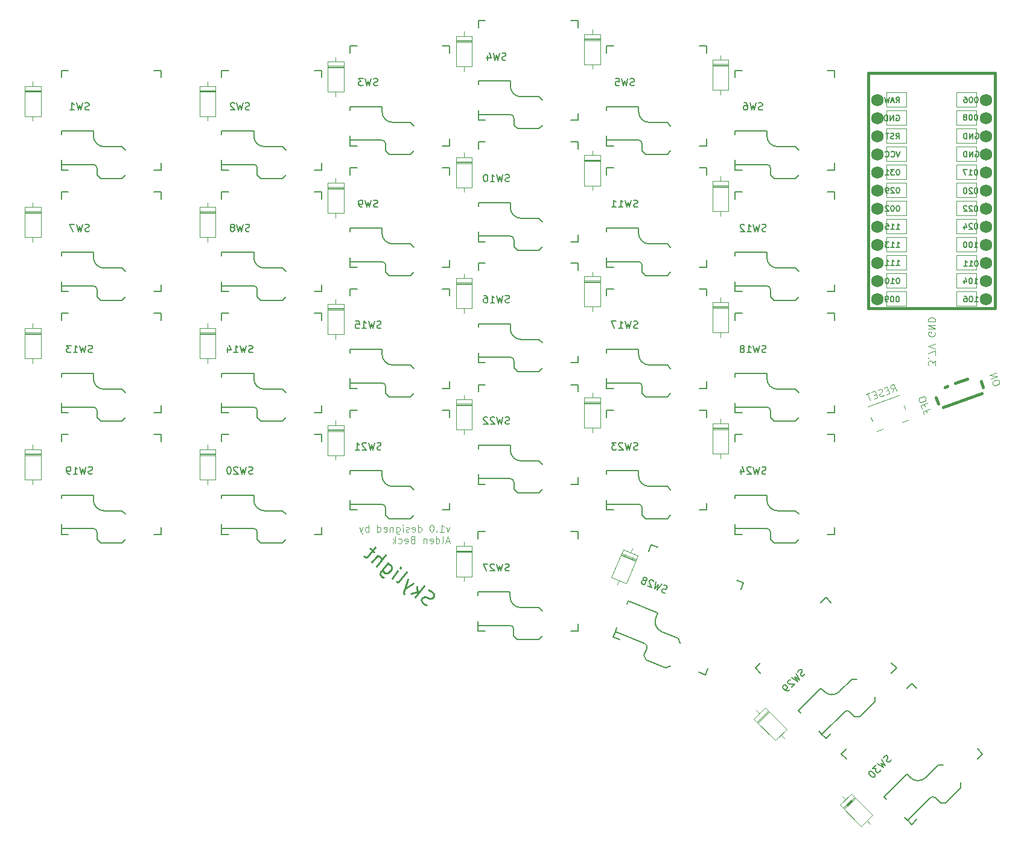
<source format=gbr>
%TF.GenerationSoftware,KiCad,Pcbnew,9.0.0*%
%TF.CreationDate,2025-03-18T17:15:54-04:00*%
%TF.ProjectId,skylight,736b796c-6967-4687-942e-6b696361645f,1.0*%
%TF.SameCoordinates,Original*%
%TF.FileFunction,Legend,Bot*%
%TF.FilePolarity,Positive*%
%FSLAX46Y46*%
G04 Gerber Fmt 4.6, Leading zero omitted, Abs format (unit mm)*
G04 Created by KiCad (PCBNEW 9.0.0) date 2025-03-18 17:15:54*
%MOMM*%
%LPD*%
G01*
G04 APERTURE LIST*
%ADD10C,0.100000*%
%ADD11C,0.250000*%
%ADD12C,0.150000*%
%ADD13C,0.120000*%
%ADD14C,0.381000*%
%ADD15C,1.752600*%
G04 APERTURE END LIST*
D10*
X168140498Y-78649797D02*
X168075351Y-78470808D01*
X168075351Y-78470808D02*
X167998030Y-78397600D01*
X167998030Y-78397600D02*
X167875963Y-78340679D01*
X167875963Y-78340679D02*
X167680687Y-78361079D01*
X167680687Y-78361079D02*
X167367456Y-78475085D01*
X167367456Y-78475085D02*
X167204754Y-78584979D01*
X167204754Y-78584979D02*
X167147832Y-78707047D01*
X167147832Y-78707047D02*
X167135658Y-78812828D01*
X167135658Y-78812828D02*
X167200805Y-78991817D01*
X167200805Y-78991817D02*
X167278126Y-79065025D01*
X167278126Y-79065025D02*
X167400194Y-79121946D01*
X167400194Y-79121946D02*
X167595469Y-79101547D01*
X167595469Y-79101547D02*
X167908700Y-78987540D01*
X167908700Y-78987540D02*
X168071403Y-78877646D01*
X168071403Y-78877646D02*
X168128324Y-78755578D01*
X168128324Y-78755578D02*
X168140498Y-78649797D01*
X166907645Y-78186367D02*
X167847338Y-77844346D01*
X167847338Y-77844346D02*
X166712205Y-77649399D01*
X166712205Y-77649399D02*
X167651898Y-77307379D01*
X90991353Y-98995808D02*
X90753258Y-99662475D01*
X90753258Y-99662475D02*
X90515163Y-98995808D01*
X89610401Y-99662475D02*
X90181829Y-99662475D01*
X89896115Y-99662475D02*
X89896115Y-98662475D01*
X89896115Y-98662475D02*
X89991353Y-98805332D01*
X89991353Y-98805332D02*
X90086591Y-98900570D01*
X90086591Y-98900570D02*
X90181829Y-98948189D01*
X89181829Y-99567236D02*
X89134210Y-99614856D01*
X89134210Y-99614856D02*
X89181829Y-99662475D01*
X89181829Y-99662475D02*
X89229448Y-99614856D01*
X89229448Y-99614856D02*
X89181829Y-99567236D01*
X89181829Y-99567236D02*
X89181829Y-99662475D01*
X88515163Y-98662475D02*
X88419925Y-98662475D01*
X88419925Y-98662475D02*
X88324687Y-98710094D01*
X88324687Y-98710094D02*
X88277068Y-98757713D01*
X88277068Y-98757713D02*
X88229449Y-98852951D01*
X88229449Y-98852951D02*
X88181830Y-99043427D01*
X88181830Y-99043427D02*
X88181830Y-99281522D01*
X88181830Y-99281522D02*
X88229449Y-99471998D01*
X88229449Y-99471998D02*
X88277068Y-99567236D01*
X88277068Y-99567236D02*
X88324687Y-99614856D01*
X88324687Y-99614856D02*
X88419925Y-99662475D01*
X88419925Y-99662475D02*
X88515163Y-99662475D01*
X88515163Y-99662475D02*
X88610401Y-99614856D01*
X88610401Y-99614856D02*
X88658020Y-99567236D01*
X88658020Y-99567236D02*
X88705639Y-99471998D01*
X88705639Y-99471998D02*
X88753258Y-99281522D01*
X88753258Y-99281522D02*
X88753258Y-99043427D01*
X88753258Y-99043427D02*
X88705639Y-98852951D01*
X88705639Y-98852951D02*
X88658020Y-98757713D01*
X88658020Y-98757713D02*
X88610401Y-98710094D01*
X88610401Y-98710094D02*
X88515163Y-98662475D01*
X86562782Y-99662475D02*
X86562782Y-98662475D01*
X86562782Y-99614856D02*
X86658020Y-99662475D01*
X86658020Y-99662475D02*
X86848496Y-99662475D01*
X86848496Y-99662475D02*
X86943734Y-99614856D01*
X86943734Y-99614856D02*
X86991353Y-99567236D01*
X86991353Y-99567236D02*
X87038972Y-99471998D01*
X87038972Y-99471998D02*
X87038972Y-99186284D01*
X87038972Y-99186284D02*
X86991353Y-99091046D01*
X86991353Y-99091046D02*
X86943734Y-99043427D01*
X86943734Y-99043427D02*
X86848496Y-98995808D01*
X86848496Y-98995808D02*
X86658020Y-98995808D01*
X86658020Y-98995808D02*
X86562782Y-99043427D01*
X85705639Y-99614856D02*
X85800877Y-99662475D01*
X85800877Y-99662475D02*
X85991353Y-99662475D01*
X85991353Y-99662475D02*
X86086591Y-99614856D01*
X86086591Y-99614856D02*
X86134210Y-99519617D01*
X86134210Y-99519617D02*
X86134210Y-99138665D01*
X86134210Y-99138665D02*
X86086591Y-99043427D01*
X86086591Y-99043427D02*
X85991353Y-98995808D01*
X85991353Y-98995808D02*
X85800877Y-98995808D01*
X85800877Y-98995808D02*
X85705639Y-99043427D01*
X85705639Y-99043427D02*
X85658020Y-99138665D01*
X85658020Y-99138665D02*
X85658020Y-99233903D01*
X85658020Y-99233903D02*
X86134210Y-99329141D01*
X85277067Y-99614856D02*
X85181829Y-99662475D01*
X85181829Y-99662475D02*
X84991353Y-99662475D01*
X84991353Y-99662475D02*
X84896115Y-99614856D01*
X84896115Y-99614856D02*
X84848496Y-99519617D01*
X84848496Y-99519617D02*
X84848496Y-99471998D01*
X84848496Y-99471998D02*
X84896115Y-99376760D01*
X84896115Y-99376760D02*
X84991353Y-99329141D01*
X84991353Y-99329141D02*
X85134210Y-99329141D01*
X85134210Y-99329141D02*
X85229448Y-99281522D01*
X85229448Y-99281522D02*
X85277067Y-99186284D01*
X85277067Y-99186284D02*
X85277067Y-99138665D01*
X85277067Y-99138665D02*
X85229448Y-99043427D01*
X85229448Y-99043427D02*
X85134210Y-98995808D01*
X85134210Y-98995808D02*
X84991353Y-98995808D01*
X84991353Y-98995808D02*
X84896115Y-99043427D01*
X84419924Y-99662475D02*
X84419924Y-98995808D01*
X84419924Y-98662475D02*
X84467543Y-98710094D01*
X84467543Y-98710094D02*
X84419924Y-98757713D01*
X84419924Y-98757713D02*
X84372305Y-98710094D01*
X84372305Y-98710094D02*
X84419924Y-98662475D01*
X84419924Y-98662475D02*
X84419924Y-98757713D01*
X83515163Y-98995808D02*
X83515163Y-99805332D01*
X83515163Y-99805332D02*
X83562782Y-99900570D01*
X83562782Y-99900570D02*
X83610401Y-99948189D01*
X83610401Y-99948189D02*
X83705639Y-99995808D01*
X83705639Y-99995808D02*
X83848496Y-99995808D01*
X83848496Y-99995808D02*
X83943734Y-99948189D01*
X83515163Y-99614856D02*
X83610401Y-99662475D01*
X83610401Y-99662475D02*
X83800877Y-99662475D01*
X83800877Y-99662475D02*
X83896115Y-99614856D01*
X83896115Y-99614856D02*
X83943734Y-99567236D01*
X83943734Y-99567236D02*
X83991353Y-99471998D01*
X83991353Y-99471998D02*
X83991353Y-99186284D01*
X83991353Y-99186284D02*
X83943734Y-99091046D01*
X83943734Y-99091046D02*
X83896115Y-99043427D01*
X83896115Y-99043427D02*
X83800877Y-98995808D01*
X83800877Y-98995808D02*
X83610401Y-98995808D01*
X83610401Y-98995808D02*
X83515163Y-99043427D01*
X83038972Y-98995808D02*
X83038972Y-99662475D01*
X83038972Y-99091046D02*
X82991353Y-99043427D01*
X82991353Y-99043427D02*
X82896115Y-98995808D01*
X82896115Y-98995808D02*
X82753258Y-98995808D01*
X82753258Y-98995808D02*
X82658020Y-99043427D01*
X82658020Y-99043427D02*
X82610401Y-99138665D01*
X82610401Y-99138665D02*
X82610401Y-99662475D01*
X81753258Y-99614856D02*
X81848496Y-99662475D01*
X81848496Y-99662475D02*
X82038972Y-99662475D01*
X82038972Y-99662475D02*
X82134210Y-99614856D01*
X82134210Y-99614856D02*
X82181829Y-99519617D01*
X82181829Y-99519617D02*
X82181829Y-99138665D01*
X82181829Y-99138665D02*
X82134210Y-99043427D01*
X82134210Y-99043427D02*
X82038972Y-98995808D01*
X82038972Y-98995808D02*
X81848496Y-98995808D01*
X81848496Y-98995808D02*
X81753258Y-99043427D01*
X81753258Y-99043427D02*
X81705639Y-99138665D01*
X81705639Y-99138665D02*
X81705639Y-99233903D01*
X81705639Y-99233903D02*
X82181829Y-99329141D01*
X80848496Y-99662475D02*
X80848496Y-98662475D01*
X80848496Y-99614856D02*
X80943734Y-99662475D01*
X80943734Y-99662475D02*
X81134210Y-99662475D01*
X81134210Y-99662475D02*
X81229448Y-99614856D01*
X81229448Y-99614856D02*
X81277067Y-99567236D01*
X81277067Y-99567236D02*
X81324686Y-99471998D01*
X81324686Y-99471998D02*
X81324686Y-99186284D01*
X81324686Y-99186284D02*
X81277067Y-99091046D01*
X81277067Y-99091046D02*
X81229448Y-99043427D01*
X81229448Y-99043427D02*
X81134210Y-98995808D01*
X81134210Y-98995808D02*
X80943734Y-98995808D01*
X80943734Y-98995808D02*
X80848496Y-99043427D01*
X79610400Y-99662475D02*
X79610400Y-98662475D01*
X79610400Y-99043427D02*
X79515162Y-98995808D01*
X79515162Y-98995808D02*
X79324686Y-98995808D01*
X79324686Y-98995808D02*
X79229448Y-99043427D01*
X79229448Y-99043427D02*
X79181829Y-99091046D01*
X79181829Y-99091046D02*
X79134210Y-99186284D01*
X79134210Y-99186284D02*
X79134210Y-99471998D01*
X79134210Y-99471998D02*
X79181829Y-99567236D01*
X79181829Y-99567236D02*
X79229448Y-99614856D01*
X79229448Y-99614856D02*
X79324686Y-99662475D01*
X79324686Y-99662475D02*
X79515162Y-99662475D01*
X79515162Y-99662475D02*
X79610400Y-99614856D01*
X78800876Y-98995808D02*
X78562781Y-99662475D01*
X78324686Y-98995808D02*
X78562781Y-99662475D01*
X78562781Y-99662475D02*
X78658019Y-99900570D01*
X78658019Y-99900570D02*
X78705638Y-99948189D01*
X78705638Y-99948189D02*
X78800876Y-99995808D01*
X90943734Y-100986704D02*
X90467544Y-100986704D01*
X91038972Y-101272419D02*
X90705639Y-100272419D01*
X90705639Y-100272419D02*
X90372306Y-101272419D01*
X89896115Y-101272419D02*
X89991353Y-101224800D01*
X89991353Y-101224800D02*
X90038972Y-101129561D01*
X90038972Y-101129561D02*
X90038972Y-100272419D01*
X89086591Y-101272419D02*
X89086591Y-100272419D01*
X89086591Y-101224800D02*
X89181829Y-101272419D01*
X89181829Y-101272419D02*
X89372305Y-101272419D01*
X89372305Y-101272419D02*
X89467543Y-101224800D01*
X89467543Y-101224800D02*
X89515162Y-101177180D01*
X89515162Y-101177180D02*
X89562781Y-101081942D01*
X89562781Y-101081942D02*
X89562781Y-100796228D01*
X89562781Y-100796228D02*
X89515162Y-100700990D01*
X89515162Y-100700990D02*
X89467543Y-100653371D01*
X89467543Y-100653371D02*
X89372305Y-100605752D01*
X89372305Y-100605752D02*
X89181829Y-100605752D01*
X89181829Y-100605752D02*
X89086591Y-100653371D01*
X88229448Y-101224800D02*
X88324686Y-101272419D01*
X88324686Y-101272419D02*
X88515162Y-101272419D01*
X88515162Y-101272419D02*
X88610400Y-101224800D01*
X88610400Y-101224800D02*
X88658019Y-101129561D01*
X88658019Y-101129561D02*
X88658019Y-100748609D01*
X88658019Y-100748609D02*
X88610400Y-100653371D01*
X88610400Y-100653371D02*
X88515162Y-100605752D01*
X88515162Y-100605752D02*
X88324686Y-100605752D01*
X88324686Y-100605752D02*
X88229448Y-100653371D01*
X88229448Y-100653371D02*
X88181829Y-100748609D01*
X88181829Y-100748609D02*
X88181829Y-100843847D01*
X88181829Y-100843847D02*
X88658019Y-100939085D01*
X87753257Y-100605752D02*
X87753257Y-101272419D01*
X87753257Y-100700990D02*
X87705638Y-100653371D01*
X87705638Y-100653371D02*
X87610400Y-100605752D01*
X87610400Y-100605752D02*
X87467543Y-100605752D01*
X87467543Y-100605752D02*
X87372305Y-100653371D01*
X87372305Y-100653371D02*
X87324686Y-100748609D01*
X87324686Y-100748609D02*
X87324686Y-101272419D01*
X85753257Y-100748609D02*
X85610400Y-100796228D01*
X85610400Y-100796228D02*
X85562781Y-100843847D01*
X85562781Y-100843847D02*
X85515162Y-100939085D01*
X85515162Y-100939085D02*
X85515162Y-101081942D01*
X85515162Y-101081942D02*
X85562781Y-101177180D01*
X85562781Y-101177180D02*
X85610400Y-101224800D01*
X85610400Y-101224800D02*
X85705638Y-101272419D01*
X85705638Y-101272419D02*
X86086590Y-101272419D01*
X86086590Y-101272419D02*
X86086590Y-100272419D01*
X86086590Y-100272419D02*
X85753257Y-100272419D01*
X85753257Y-100272419D02*
X85658019Y-100320038D01*
X85658019Y-100320038D02*
X85610400Y-100367657D01*
X85610400Y-100367657D02*
X85562781Y-100462895D01*
X85562781Y-100462895D02*
X85562781Y-100558133D01*
X85562781Y-100558133D02*
X85610400Y-100653371D01*
X85610400Y-100653371D02*
X85658019Y-100700990D01*
X85658019Y-100700990D02*
X85753257Y-100748609D01*
X85753257Y-100748609D02*
X86086590Y-100748609D01*
X84705638Y-101224800D02*
X84800876Y-101272419D01*
X84800876Y-101272419D02*
X84991352Y-101272419D01*
X84991352Y-101272419D02*
X85086590Y-101224800D01*
X85086590Y-101224800D02*
X85134209Y-101129561D01*
X85134209Y-101129561D02*
X85134209Y-100748609D01*
X85134209Y-100748609D02*
X85086590Y-100653371D01*
X85086590Y-100653371D02*
X84991352Y-100605752D01*
X84991352Y-100605752D02*
X84800876Y-100605752D01*
X84800876Y-100605752D02*
X84705638Y-100653371D01*
X84705638Y-100653371D02*
X84658019Y-100748609D01*
X84658019Y-100748609D02*
X84658019Y-100843847D01*
X84658019Y-100843847D02*
X85134209Y-100939085D01*
X83800876Y-101224800D02*
X83896114Y-101272419D01*
X83896114Y-101272419D02*
X84086590Y-101272419D01*
X84086590Y-101272419D02*
X84181828Y-101224800D01*
X84181828Y-101224800D02*
X84229447Y-101177180D01*
X84229447Y-101177180D02*
X84277066Y-101081942D01*
X84277066Y-101081942D02*
X84277066Y-100796228D01*
X84277066Y-100796228D02*
X84229447Y-100700990D01*
X84229447Y-100700990D02*
X84181828Y-100653371D01*
X84181828Y-100653371D02*
X84086590Y-100605752D01*
X84086590Y-100605752D02*
X83896114Y-100605752D01*
X83896114Y-100605752D02*
X83800876Y-100653371D01*
X83372304Y-101272419D02*
X83372304Y-100272419D01*
X83277066Y-100891466D02*
X82991352Y-101272419D01*
X82991352Y-100605752D02*
X83372304Y-100986704D01*
X159079961Y-71672306D02*
X159127580Y-71767544D01*
X159127580Y-71767544D02*
X159127580Y-71910401D01*
X159127580Y-71910401D02*
X159079961Y-72053258D01*
X159079961Y-72053258D02*
X158984723Y-72148496D01*
X158984723Y-72148496D02*
X158889485Y-72196115D01*
X158889485Y-72196115D02*
X158699009Y-72243734D01*
X158699009Y-72243734D02*
X158556152Y-72243734D01*
X158556152Y-72243734D02*
X158365676Y-72196115D01*
X158365676Y-72196115D02*
X158270438Y-72148496D01*
X158270438Y-72148496D02*
X158175200Y-72053258D01*
X158175200Y-72053258D02*
X158127580Y-71910401D01*
X158127580Y-71910401D02*
X158127580Y-71815163D01*
X158127580Y-71815163D02*
X158175200Y-71672306D01*
X158175200Y-71672306D02*
X158222819Y-71624687D01*
X158222819Y-71624687D02*
X158556152Y-71624687D01*
X158556152Y-71624687D02*
X158556152Y-71815163D01*
X158127580Y-71196115D02*
X159127580Y-71196115D01*
X159127580Y-71196115D02*
X158127580Y-70624687D01*
X158127580Y-70624687D02*
X159127580Y-70624687D01*
X158127580Y-70148496D02*
X159127580Y-70148496D01*
X159127580Y-70148496D02*
X159127580Y-69910401D01*
X159127580Y-69910401D02*
X159079961Y-69767544D01*
X159079961Y-69767544D02*
X158984723Y-69672306D01*
X158984723Y-69672306D02*
X158889485Y-69624687D01*
X158889485Y-69624687D02*
X158699009Y-69577068D01*
X158699009Y-69577068D02*
X158556152Y-69577068D01*
X158556152Y-69577068D02*
X158365676Y-69624687D01*
X158365676Y-69624687D02*
X158270438Y-69672306D01*
X158270438Y-69672306D02*
X158175200Y-69767544D01*
X158175200Y-69767544D02*
X158127580Y-69910401D01*
X158127580Y-69910401D02*
X158127580Y-70148496D01*
X156809501Y-81150202D02*
X156874648Y-81329191D01*
X156874648Y-81329191D02*
X156951969Y-81402399D01*
X156951969Y-81402399D02*
X157074036Y-81459320D01*
X157074036Y-81459320D02*
X157269312Y-81438920D01*
X157269312Y-81438920D02*
X157582543Y-81324914D01*
X157582543Y-81324914D02*
X157745245Y-81215020D01*
X157745245Y-81215020D02*
X157802167Y-81092952D01*
X157802167Y-81092952D02*
X157814341Y-80987171D01*
X157814341Y-80987171D02*
X157749194Y-80808182D01*
X157749194Y-80808182D02*
X157671873Y-80734974D01*
X157671873Y-80734974D02*
X157549805Y-80678053D01*
X157549805Y-80678053D02*
X157354530Y-80698452D01*
X157354530Y-80698452D02*
X157041299Y-80812459D01*
X157041299Y-80812459D02*
X156878596Y-80922353D01*
X156878596Y-80922353D02*
X156821675Y-81044421D01*
X156821675Y-81044421D02*
X156809501Y-81150202D01*
X157664141Y-82106017D02*
X157550134Y-81792786D01*
X158042354Y-81613632D02*
X157102661Y-81955653D01*
X157102661Y-81955653D02*
X157265528Y-82403125D01*
X157957301Y-82911468D02*
X157843294Y-82598237D01*
X158335514Y-82419083D02*
X157395822Y-82761103D01*
X157395822Y-82761103D02*
X157558688Y-83208576D01*
D11*
X87792893Y-109984204D02*
X87510003Y-109880876D01*
X87510003Y-109880876D02*
X87137333Y-109584441D01*
X87137333Y-109584441D02*
X87047552Y-109391332D01*
X87047552Y-109391332D02*
X87032305Y-109257511D01*
X87032305Y-109257511D02*
X87076345Y-109049156D01*
X87076345Y-109049156D02*
X87194919Y-108900088D01*
X87194919Y-108900088D02*
X87388027Y-108810307D01*
X87388027Y-108810307D02*
X87521849Y-108795060D01*
X87521849Y-108795060D02*
X87730204Y-108839100D01*
X87730204Y-108839100D02*
X88087627Y-109001714D01*
X88087627Y-109001714D02*
X88295983Y-109045754D01*
X88295983Y-109045754D02*
X88429804Y-109030507D01*
X88429804Y-109030507D02*
X88622912Y-108940726D01*
X88622912Y-108940726D02*
X88741487Y-108791658D01*
X88741487Y-108791658D02*
X88785527Y-108583302D01*
X88785527Y-108583302D02*
X88770280Y-108449481D01*
X88770280Y-108449481D02*
X88680499Y-108256373D01*
X88680499Y-108256373D02*
X88307828Y-107959937D01*
X88307828Y-107959937D02*
X88024939Y-107856610D01*
X86168389Y-108813708D02*
X87413419Y-107248492D01*
X86493618Y-108098861D02*
X85572116Y-108339411D01*
X86402136Y-107295934D02*
X86524112Y-108366504D01*
X85880397Y-106880924D02*
X84677707Y-107627966D01*
X85135056Y-106288053D02*
X84677707Y-107627966D01*
X84677707Y-107627966D02*
X84530339Y-108119211D01*
X84530339Y-108119211D02*
X84545586Y-108253032D01*
X84545586Y-108253032D02*
X84635368Y-108446140D01*
X83485161Y-106679372D02*
X83693516Y-106723412D01*
X83693516Y-106723412D02*
X83886624Y-106633631D01*
X83886624Y-106633631D02*
X84953792Y-105292017D01*
X82888888Y-106205075D02*
X83718907Y-105161598D01*
X84133917Y-104639859D02*
X84149164Y-104773680D01*
X84149164Y-104773680D02*
X84015343Y-104788927D01*
X84015343Y-104788927D02*
X84000096Y-104655106D01*
X84000096Y-104655106D02*
X84133917Y-104639859D01*
X84133917Y-104639859D02*
X84015343Y-104788927D01*
X82302759Y-104035142D02*
X81294878Y-105302222D01*
X81294878Y-105302222D02*
X81250838Y-105510578D01*
X81250838Y-105510578D02*
X81266085Y-105644399D01*
X81266085Y-105644399D02*
X81355866Y-105837507D01*
X81355866Y-105837507D02*
X81579469Y-106015368D01*
X81579469Y-106015368D02*
X81787824Y-106059409D01*
X81532027Y-105004086D02*
X81621808Y-105197194D01*
X81621808Y-105197194D02*
X81919944Y-105434343D01*
X81919944Y-105434343D02*
X82128300Y-105478383D01*
X82128300Y-105478383D02*
X82262121Y-105463136D01*
X82262121Y-105463136D02*
X82455229Y-105373355D01*
X82455229Y-105373355D02*
X82810952Y-104926150D01*
X82810952Y-104926150D02*
X82854992Y-104717795D01*
X82854992Y-104717795D02*
X82839745Y-104583973D01*
X82839745Y-104583973D02*
X82749964Y-104390865D01*
X82749964Y-104390865D02*
X82451827Y-104153717D01*
X82451827Y-104153717D02*
X82243472Y-104109677D01*
X80727398Y-104485749D02*
X81972428Y-102920532D01*
X80056591Y-103952165D02*
X80708750Y-103132290D01*
X80708750Y-103132290D02*
X80901858Y-103042508D01*
X80901858Y-103042508D02*
X81110213Y-103086549D01*
X81110213Y-103086549D02*
X81333816Y-103264410D01*
X81333816Y-103264410D02*
X81423597Y-103457518D01*
X81423597Y-103457518D02*
X81438844Y-103591339D01*
X80364872Y-102493677D02*
X79768599Y-102019381D01*
X80556279Y-101794077D02*
X79489112Y-103135691D01*
X79489112Y-103135691D02*
X79296003Y-103225472D01*
X79296003Y-103225472D02*
X79087648Y-103181432D01*
X79087648Y-103181432D02*
X78938580Y-103062858D01*
D10*
X159127580Y-76291353D02*
X159127580Y-75672306D01*
X159127580Y-75672306D02*
X158746628Y-76005639D01*
X158746628Y-76005639D02*
X158746628Y-75862782D01*
X158746628Y-75862782D02*
X158699009Y-75767544D01*
X158699009Y-75767544D02*
X158651390Y-75719925D01*
X158651390Y-75719925D02*
X158556152Y-75672306D01*
X158556152Y-75672306D02*
X158318057Y-75672306D01*
X158318057Y-75672306D02*
X158222819Y-75719925D01*
X158222819Y-75719925D02*
X158175200Y-75767544D01*
X158175200Y-75767544D02*
X158127580Y-75862782D01*
X158127580Y-75862782D02*
X158127580Y-76148496D01*
X158127580Y-76148496D02*
X158175200Y-76243734D01*
X158175200Y-76243734D02*
X158222819Y-76291353D01*
X158222819Y-75243734D02*
X158175200Y-75196115D01*
X158175200Y-75196115D02*
X158127580Y-75243734D01*
X158127580Y-75243734D02*
X158175200Y-75291353D01*
X158175200Y-75291353D02*
X158222819Y-75243734D01*
X158222819Y-75243734D02*
X158127580Y-75243734D01*
X159127580Y-74862782D02*
X159127580Y-74196116D01*
X159127580Y-74196116D02*
X158127580Y-74624687D01*
X159127580Y-73958020D02*
X158127580Y-73624687D01*
X158127580Y-73624687D02*
X159127580Y-73291354D01*
X153133839Y-80079487D02*
X153284203Y-79518008D01*
X153670806Y-79884047D02*
X153328786Y-78944355D01*
X153328786Y-78944355D02*
X152970808Y-79074648D01*
X152970808Y-79074648D02*
X152897600Y-79151969D01*
X152897600Y-79151969D02*
X152869140Y-79213002D01*
X152869140Y-79213002D02*
X152856966Y-79318784D01*
X152856966Y-79318784D02*
X152905826Y-79453025D01*
X152905826Y-79453025D02*
X152983146Y-79526233D01*
X152983146Y-79526233D02*
X153044180Y-79554694D01*
X153044180Y-79554694D02*
X153149962Y-79566868D01*
X153149962Y-79566868D02*
X153507940Y-79436574D01*
X152551960Y-79733847D02*
X152238730Y-79847854D01*
X152283641Y-80388934D02*
X152731114Y-80226067D01*
X152731114Y-80226067D02*
X152389094Y-79286375D01*
X152389094Y-79286375D02*
X151941621Y-79449241D01*
X151909376Y-80474480D02*
X151791421Y-80568087D01*
X151791421Y-80568087D02*
X151567685Y-80649521D01*
X151567685Y-80649521D02*
X151461904Y-80637347D01*
X151461904Y-80637347D02*
X151400870Y-80608886D01*
X151400870Y-80608886D02*
X151323549Y-80535678D01*
X151323549Y-80535678D02*
X151290976Y-80446184D01*
X151290976Y-80446184D02*
X151303150Y-80340403D01*
X151303150Y-80340403D02*
X151331610Y-80279369D01*
X151331610Y-80279369D02*
X151404818Y-80202048D01*
X151404818Y-80202048D02*
X151567520Y-80092154D01*
X151567520Y-80092154D02*
X151640728Y-80014834D01*
X151640728Y-80014834D02*
X151669189Y-79953800D01*
X151669189Y-79953800D02*
X151681363Y-79848018D01*
X151681363Y-79848018D02*
X151648789Y-79758524D01*
X151648789Y-79758524D02*
X151571469Y-79685316D01*
X151571469Y-79685316D02*
X151510435Y-79656855D01*
X151510435Y-79656855D02*
X151404654Y-79644682D01*
X151404654Y-79644682D02*
X151180917Y-79726115D01*
X151180917Y-79726115D02*
X151062962Y-79819722D01*
X150806817Y-80369028D02*
X150493586Y-80483034D01*
X150538498Y-81024114D02*
X150985970Y-80861248D01*
X150985970Y-80861248D02*
X150643950Y-79921555D01*
X150643950Y-79921555D02*
X150196477Y-80084422D01*
X149927994Y-80182142D02*
X149391027Y-80377582D01*
X150001530Y-81219554D02*
X149659510Y-80279862D01*
D12*
X40864523Y-74452200D02*
X40721666Y-74499819D01*
X40721666Y-74499819D02*
X40483571Y-74499819D01*
X40483571Y-74499819D02*
X40388333Y-74452200D01*
X40388333Y-74452200D02*
X40340714Y-74404580D01*
X40340714Y-74404580D02*
X40293095Y-74309342D01*
X40293095Y-74309342D02*
X40293095Y-74214104D01*
X40293095Y-74214104D02*
X40340714Y-74118866D01*
X40340714Y-74118866D02*
X40388333Y-74071247D01*
X40388333Y-74071247D02*
X40483571Y-74023628D01*
X40483571Y-74023628D02*
X40674047Y-73976009D01*
X40674047Y-73976009D02*
X40769285Y-73928390D01*
X40769285Y-73928390D02*
X40816904Y-73880771D01*
X40816904Y-73880771D02*
X40864523Y-73785533D01*
X40864523Y-73785533D02*
X40864523Y-73690295D01*
X40864523Y-73690295D02*
X40816904Y-73595057D01*
X40816904Y-73595057D02*
X40769285Y-73547438D01*
X40769285Y-73547438D02*
X40674047Y-73499819D01*
X40674047Y-73499819D02*
X40435952Y-73499819D01*
X40435952Y-73499819D02*
X40293095Y-73547438D01*
X39959761Y-73499819D02*
X39721666Y-74499819D01*
X39721666Y-74499819D02*
X39531190Y-73785533D01*
X39531190Y-73785533D02*
X39340714Y-74499819D01*
X39340714Y-74499819D02*
X39102619Y-73499819D01*
X38197857Y-74499819D02*
X38769285Y-74499819D01*
X38483571Y-74499819D02*
X38483571Y-73499819D01*
X38483571Y-73499819D02*
X38578809Y-73642676D01*
X38578809Y-73642676D02*
X38674047Y-73737914D01*
X38674047Y-73737914D02*
X38769285Y-73785533D01*
X37864523Y-73499819D02*
X37245476Y-73499819D01*
X37245476Y-73499819D02*
X37578809Y-73880771D01*
X37578809Y-73880771D02*
X37435952Y-73880771D01*
X37435952Y-73880771D02*
X37340714Y-73928390D01*
X37340714Y-73928390D02*
X37293095Y-73976009D01*
X37293095Y-73976009D02*
X37245476Y-74071247D01*
X37245476Y-74071247D02*
X37245476Y-74309342D01*
X37245476Y-74309342D02*
X37293095Y-74404580D01*
X37293095Y-74404580D02*
X37340714Y-74452200D01*
X37340714Y-74452200D02*
X37435952Y-74499819D01*
X37435952Y-74499819D02*
X37721666Y-74499819D01*
X37721666Y-74499819D02*
X37816904Y-74452200D01*
X37816904Y-74452200D02*
X37864523Y-74404580D01*
X63364523Y-91502200D02*
X63221666Y-91549819D01*
X63221666Y-91549819D02*
X62983571Y-91549819D01*
X62983571Y-91549819D02*
X62888333Y-91502200D01*
X62888333Y-91502200D02*
X62840714Y-91454580D01*
X62840714Y-91454580D02*
X62793095Y-91359342D01*
X62793095Y-91359342D02*
X62793095Y-91264104D01*
X62793095Y-91264104D02*
X62840714Y-91168866D01*
X62840714Y-91168866D02*
X62888333Y-91121247D01*
X62888333Y-91121247D02*
X62983571Y-91073628D01*
X62983571Y-91073628D02*
X63174047Y-91026009D01*
X63174047Y-91026009D02*
X63269285Y-90978390D01*
X63269285Y-90978390D02*
X63316904Y-90930771D01*
X63316904Y-90930771D02*
X63364523Y-90835533D01*
X63364523Y-90835533D02*
X63364523Y-90740295D01*
X63364523Y-90740295D02*
X63316904Y-90645057D01*
X63316904Y-90645057D02*
X63269285Y-90597438D01*
X63269285Y-90597438D02*
X63174047Y-90549819D01*
X63174047Y-90549819D02*
X62935952Y-90549819D01*
X62935952Y-90549819D02*
X62793095Y-90597438D01*
X62459761Y-90549819D02*
X62221666Y-91549819D01*
X62221666Y-91549819D02*
X62031190Y-90835533D01*
X62031190Y-90835533D02*
X61840714Y-91549819D01*
X61840714Y-91549819D02*
X61602619Y-90549819D01*
X61269285Y-90645057D02*
X61221666Y-90597438D01*
X61221666Y-90597438D02*
X61126428Y-90549819D01*
X61126428Y-90549819D02*
X60888333Y-90549819D01*
X60888333Y-90549819D02*
X60793095Y-90597438D01*
X60793095Y-90597438D02*
X60745476Y-90645057D01*
X60745476Y-90645057D02*
X60697857Y-90740295D01*
X60697857Y-90740295D02*
X60697857Y-90835533D01*
X60697857Y-90835533D02*
X60745476Y-90978390D01*
X60745476Y-90978390D02*
X61316904Y-91549819D01*
X61316904Y-91549819D02*
X60697857Y-91549819D01*
X60078809Y-90549819D02*
X59983571Y-90549819D01*
X59983571Y-90549819D02*
X59888333Y-90597438D01*
X59888333Y-90597438D02*
X59840714Y-90645057D01*
X59840714Y-90645057D02*
X59793095Y-90740295D01*
X59793095Y-90740295D02*
X59745476Y-90930771D01*
X59745476Y-90930771D02*
X59745476Y-91168866D01*
X59745476Y-91168866D02*
X59793095Y-91359342D01*
X59793095Y-91359342D02*
X59840714Y-91454580D01*
X59840714Y-91454580D02*
X59888333Y-91502200D01*
X59888333Y-91502200D02*
X59983571Y-91549819D01*
X59983571Y-91549819D02*
X60078809Y-91549819D01*
X60078809Y-91549819D02*
X60174047Y-91502200D01*
X60174047Y-91502200D02*
X60221666Y-91454580D01*
X60221666Y-91454580D02*
X60269285Y-91359342D01*
X60269285Y-91359342D02*
X60316904Y-91168866D01*
X60316904Y-91168866D02*
X60316904Y-90930771D01*
X60316904Y-90930771D02*
X60269285Y-90740295D01*
X60269285Y-90740295D02*
X60221666Y-90645057D01*
X60221666Y-90645057D02*
X60174047Y-90597438D01*
X60174047Y-90597438D02*
X60078809Y-90549819D01*
X81364523Y-88102200D02*
X81221666Y-88149819D01*
X81221666Y-88149819D02*
X80983571Y-88149819D01*
X80983571Y-88149819D02*
X80888333Y-88102200D01*
X80888333Y-88102200D02*
X80840714Y-88054580D01*
X80840714Y-88054580D02*
X80793095Y-87959342D01*
X80793095Y-87959342D02*
X80793095Y-87864104D01*
X80793095Y-87864104D02*
X80840714Y-87768866D01*
X80840714Y-87768866D02*
X80888333Y-87721247D01*
X80888333Y-87721247D02*
X80983571Y-87673628D01*
X80983571Y-87673628D02*
X81174047Y-87626009D01*
X81174047Y-87626009D02*
X81269285Y-87578390D01*
X81269285Y-87578390D02*
X81316904Y-87530771D01*
X81316904Y-87530771D02*
X81364523Y-87435533D01*
X81364523Y-87435533D02*
X81364523Y-87340295D01*
X81364523Y-87340295D02*
X81316904Y-87245057D01*
X81316904Y-87245057D02*
X81269285Y-87197438D01*
X81269285Y-87197438D02*
X81174047Y-87149819D01*
X81174047Y-87149819D02*
X80935952Y-87149819D01*
X80935952Y-87149819D02*
X80793095Y-87197438D01*
X80459761Y-87149819D02*
X80221666Y-88149819D01*
X80221666Y-88149819D02*
X80031190Y-87435533D01*
X80031190Y-87435533D02*
X79840714Y-88149819D01*
X79840714Y-88149819D02*
X79602619Y-87149819D01*
X79269285Y-87245057D02*
X79221666Y-87197438D01*
X79221666Y-87197438D02*
X79126428Y-87149819D01*
X79126428Y-87149819D02*
X78888333Y-87149819D01*
X78888333Y-87149819D02*
X78793095Y-87197438D01*
X78793095Y-87197438D02*
X78745476Y-87245057D01*
X78745476Y-87245057D02*
X78697857Y-87340295D01*
X78697857Y-87340295D02*
X78697857Y-87435533D01*
X78697857Y-87435533D02*
X78745476Y-87578390D01*
X78745476Y-87578390D02*
X79316904Y-88149819D01*
X79316904Y-88149819D02*
X78697857Y-88149819D01*
X77745476Y-88149819D02*
X78316904Y-88149819D01*
X78031190Y-88149819D02*
X78031190Y-87149819D01*
X78031190Y-87149819D02*
X78126428Y-87292676D01*
X78126428Y-87292676D02*
X78221666Y-87387914D01*
X78221666Y-87387914D02*
X78316904Y-87435533D01*
X117364523Y-88102200D02*
X117221666Y-88149819D01*
X117221666Y-88149819D02*
X116983571Y-88149819D01*
X116983571Y-88149819D02*
X116888333Y-88102200D01*
X116888333Y-88102200D02*
X116840714Y-88054580D01*
X116840714Y-88054580D02*
X116793095Y-87959342D01*
X116793095Y-87959342D02*
X116793095Y-87864104D01*
X116793095Y-87864104D02*
X116840714Y-87768866D01*
X116840714Y-87768866D02*
X116888333Y-87721247D01*
X116888333Y-87721247D02*
X116983571Y-87673628D01*
X116983571Y-87673628D02*
X117174047Y-87626009D01*
X117174047Y-87626009D02*
X117269285Y-87578390D01*
X117269285Y-87578390D02*
X117316904Y-87530771D01*
X117316904Y-87530771D02*
X117364523Y-87435533D01*
X117364523Y-87435533D02*
X117364523Y-87340295D01*
X117364523Y-87340295D02*
X117316904Y-87245057D01*
X117316904Y-87245057D02*
X117269285Y-87197438D01*
X117269285Y-87197438D02*
X117174047Y-87149819D01*
X117174047Y-87149819D02*
X116935952Y-87149819D01*
X116935952Y-87149819D02*
X116793095Y-87197438D01*
X116459761Y-87149819D02*
X116221666Y-88149819D01*
X116221666Y-88149819D02*
X116031190Y-87435533D01*
X116031190Y-87435533D02*
X115840714Y-88149819D01*
X115840714Y-88149819D02*
X115602619Y-87149819D01*
X115269285Y-87245057D02*
X115221666Y-87197438D01*
X115221666Y-87197438D02*
X115126428Y-87149819D01*
X115126428Y-87149819D02*
X114888333Y-87149819D01*
X114888333Y-87149819D02*
X114793095Y-87197438D01*
X114793095Y-87197438D02*
X114745476Y-87245057D01*
X114745476Y-87245057D02*
X114697857Y-87340295D01*
X114697857Y-87340295D02*
X114697857Y-87435533D01*
X114697857Y-87435533D02*
X114745476Y-87578390D01*
X114745476Y-87578390D02*
X115316904Y-88149819D01*
X115316904Y-88149819D02*
X114697857Y-88149819D01*
X114364523Y-87149819D02*
X113745476Y-87149819D01*
X113745476Y-87149819D02*
X114078809Y-87530771D01*
X114078809Y-87530771D02*
X113935952Y-87530771D01*
X113935952Y-87530771D02*
X113840714Y-87578390D01*
X113840714Y-87578390D02*
X113793095Y-87626009D01*
X113793095Y-87626009D02*
X113745476Y-87721247D01*
X113745476Y-87721247D02*
X113745476Y-87959342D01*
X113745476Y-87959342D02*
X113793095Y-88054580D01*
X113793095Y-88054580D02*
X113840714Y-88102200D01*
X113840714Y-88102200D02*
X113935952Y-88149819D01*
X113935952Y-88149819D02*
X114221666Y-88149819D01*
X114221666Y-88149819D02*
X114316904Y-88102200D01*
X114316904Y-88102200D02*
X114364523Y-88054580D01*
X135364523Y-74452200D02*
X135221666Y-74499819D01*
X135221666Y-74499819D02*
X134983571Y-74499819D01*
X134983571Y-74499819D02*
X134888333Y-74452200D01*
X134888333Y-74452200D02*
X134840714Y-74404580D01*
X134840714Y-74404580D02*
X134793095Y-74309342D01*
X134793095Y-74309342D02*
X134793095Y-74214104D01*
X134793095Y-74214104D02*
X134840714Y-74118866D01*
X134840714Y-74118866D02*
X134888333Y-74071247D01*
X134888333Y-74071247D02*
X134983571Y-74023628D01*
X134983571Y-74023628D02*
X135174047Y-73976009D01*
X135174047Y-73976009D02*
X135269285Y-73928390D01*
X135269285Y-73928390D02*
X135316904Y-73880771D01*
X135316904Y-73880771D02*
X135364523Y-73785533D01*
X135364523Y-73785533D02*
X135364523Y-73690295D01*
X135364523Y-73690295D02*
X135316904Y-73595057D01*
X135316904Y-73595057D02*
X135269285Y-73547438D01*
X135269285Y-73547438D02*
X135174047Y-73499819D01*
X135174047Y-73499819D02*
X134935952Y-73499819D01*
X134935952Y-73499819D02*
X134793095Y-73547438D01*
X134459761Y-73499819D02*
X134221666Y-74499819D01*
X134221666Y-74499819D02*
X134031190Y-73785533D01*
X134031190Y-73785533D02*
X133840714Y-74499819D01*
X133840714Y-74499819D02*
X133602619Y-73499819D01*
X132697857Y-74499819D02*
X133269285Y-74499819D01*
X132983571Y-74499819D02*
X132983571Y-73499819D01*
X132983571Y-73499819D02*
X133078809Y-73642676D01*
X133078809Y-73642676D02*
X133174047Y-73737914D01*
X133174047Y-73737914D02*
X133269285Y-73785533D01*
X132126428Y-73928390D02*
X132221666Y-73880771D01*
X132221666Y-73880771D02*
X132269285Y-73833152D01*
X132269285Y-73833152D02*
X132316904Y-73737914D01*
X132316904Y-73737914D02*
X132316904Y-73690295D01*
X132316904Y-73690295D02*
X132269285Y-73595057D01*
X132269285Y-73595057D02*
X132221666Y-73547438D01*
X132221666Y-73547438D02*
X132126428Y-73499819D01*
X132126428Y-73499819D02*
X131935952Y-73499819D01*
X131935952Y-73499819D02*
X131840714Y-73547438D01*
X131840714Y-73547438D02*
X131793095Y-73595057D01*
X131793095Y-73595057D02*
X131745476Y-73690295D01*
X131745476Y-73690295D02*
X131745476Y-73737914D01*
X131745476Y-73737914D02*
X131793095Y-73833152D01*
X131793095Y-73833152D02*
X131840714Y-73880771D01*
X131840714Y-73880771D02*
X131935952Y-73928390D01*
X131935952Y-73928390D02*
X132126428Y-73928390D01*
X132126428Y-73928390D02*
X132221666Y-73976009D01*
X132221666Y-73976009D02*
X132269285Y-74023628D01*
X132269285Y-74023628D02*
X132316904Y-74118866D01*
X132316904Y-74118866D02*
X132316904Y-74309342D01*
X132316904Y-74309342D02*
X132269285Y-74404580D01*
X132269285Y-74404580D02*
X132221666Y-74452200D01*
X132221666Y-74452200D02*
X132126428Y-74499819D01*
X132126428Y-74499819D02*
X131935952Y-74499819D01*
X131935952Y-74499819D02*
X131840714Y-74452200D01*
X131840714Y-74452200D02*
X131793095Y-74404580D01*
X131793095Y-74404580D02*
X131745476Y-74309342D01*
X131745476Y-74309342D02*
X131745476Y-74118866D01*
X131745476Y-74118866D02*
X131793095Y-74023628D01*
X131793095Y-74023628D02*
X131840714Y-73976009D01*
X131840714Y-73976009D02*
X131935952Y-73928390D01*
X99364523Y-50452200D02*
X99221666Y-50499819D01*
X99221666Y-50499819D02*
X98983571Y-50499819D01*
X98983571Y-50499819D02*
X98888333Y-50452200D01*
X98888333Y-50452200D02*
X98840714Y-50404580D01*
X98840714Y-50404580D02*
X98793095Y-50309342D01*
X98793095Y-50309342D02*
X98793095Y-50214104D01*
X98793095Y-50214104D02*
X98840714Y-50118866D01*
X98840714Y-50118866D02*
X98888333Y-50071247D01*
X98888333Y-50071247D02*
X98983571Y-50023628D01*
X98983571Y-50023628D02*
X99174047Y-49976009D01*
X99174047Y-49976009D02*
X99269285Y-49928390D01*
X99269285Y-49928390D02*
X99316904Y-49880771D01*
X99316904Y-49880771D02*
X99364523Y-49785533D01*
X99364523Y-49785533D02*
X99364523Y-49690295D01*
X99364523Y-49690295D02*
X99316904Y-49595057D01*
X99316904Y-49595057D02*
X99269285Y-49547438D01*
X99269285Y-49547438D02*
X99174047Y-49499819D01*
X99174047Y-49499819D02*
X98935952Y-49499819D01*
X98935952Y-49499819D02*
X98793095Y-49547438D01*
X98459761Y-49499819D02*
X98221666Y-50499819D01*
X98221666Y-50499819D02*
X98031190Y-49785533D01*
X98031190Y-49785533D02*
X97840714Y-50499819D01*
X97840714Y-50499819D02*
X97602619Y-49499819D01*
X96697857Y-50499819D02*
X97269285Y-50499819D01*
X96983571Y-50499819D02*
X96983571Y-49499819D01*
X96983571Y-49499819D02*
X97078809Y-49642676D01*
X97078809Y-49642676D02*
X97174047Y-49737914D01*
X97174047Y-49737914D02*
X97269285Y-49785533D01*
X96078809Y-49499819D02*
X95983571Y-49499819D01*
X95983571Y-49499819D02*
X95888333Y-49547438D01*
X95888333Y-49547438D02*
X95840714Y-49595057D01*
X95840714Y-49595057D02*
X95793095Y-49690295D01*
X95793095Y-49690295D02*
X95745476Y-49880771D01*
X95745476Y-49880771D02*
X95745476Y-50118866D01*
X95745476Y-50118866D02*
X95793095Y-50309342D01*
X95793095Y-50309342D02*
X95840714Y-50404580D01*
X95840714Y-50404580D02*
X95888333Y-50452200D01*
X95888333Y-50452200D02*
X95983571Y-50499819D01*
X95983571Y-50499819D02*
X96078809Y-50499819D01*
X96078809Y-50499819D02*
X96174047Y-50452200D01*
X96174047Y-50452200D02*
X96221666Y-50404580D01*
X96221666Y-50404580D02*
X96269285Y-50309342D01*
X96269285Y-50309342D02*
X96316904Y-50118866D01*
X96316904Y-50118866D02*
X96316904Y-49880771D01*
X96316904Y-49880771D02*
X96269285Y-49690295D01*
X96269285Y-49690295D02*
X96221666Y-49595057D01*
X96221666Y-49595057D02*
X96174047Y-49547438D01*
X96174047Y-49547438D02*
X96078809Y-49499819D01*
X99344523Y-105102200D02*
X99201666Y-105149819D01*
X99201666Y-105149819D02*
X98963571Y-105149819D01*
X98963571Y-105149819D02*
X98868333Y-105102200D01*
X98868333Y-105102200D02*
X98820714Y-105054580D01*
X98820714Y-105054580D02*
X98773095Y-104959342D01*
X98773095Y-104959342D02*
X98773095Y-104864104D01*
X98773095Y-104864104D02*
X98820714Y-104768866D01*
X98820714Y-104768866D02*
X98868333Y-104721247D01*
X98868333Y-104721247D02*
X98963571Y-104673628D01*
X98963571Y-104673628D02*
X99154047Y-104626009D01*
X99154047Y-104626009D02*
X99249285Y-104578390D01*
X99249285Y-104578390D02*
X99296904Y-104530771D01*
X99296904Y-104530771D02*
X99344523Y-104435533D01*
X99344523Y-104435533D02*
X99344523Y-104340295D01*
X99344523Y-104340295D02*
X99296904Y-104245057D01*
X99296904Y-104245057D02*
X99249285Y-104197438D01*
X99249285Y-104197438D02*
X99154047Y-104149819D01*
X99154047Y-104149819D02*
X98915952Y-104149819D01*
X98915952Y-104149819D02*
X98773095Y-104197438D01*
X98439761Y-104149819D02*
X98201666Y-105149819D01*
X98201666Y-105149819D02*
X98011190Y-104435533D01*
X98011190Y-104435533D02*
X97820714Y-105149819D01*
X97820714Y-105149819D02*
X97582619Y-104149819D01*
X97249285Y-104245057D02*
X97201666Y-104197438D01*
X97201666Y-104197438D02*
X97106428Y-104149819D01*
X97106428Y-104149819D02*
X96868333Y-104149819D01*
X96868333Y-104149819D02*
X96773095Y-104197438D01*
X96773095Y-104197438D02*
X96725476Y-104245057D01*
X96725476Y-104245057D02*
X96677857Y-104340295D01*
X96677857Y-104340295D02*
X96677857Y-104435533D01*
X96677857Y-104435533D02*
X96725476Y-104578390D01*
X96725476Y-104578390D02*
X97296904Y-105149819D01*
X97296904Y-105149819D02*
X96677857Y-105149819D01*
X96344523Y-104149819D02*
X95677857Y-104149819D01*
X95677857Y-104149819D02*
X96106428Y-105149819D01*
X134888332Y-40402200D02*
X134745475Y-40449819D01*
X134745475Y-40449819D02*
X134507380Y-40449819D01*
X134507380Y-40449819D02*
X134412142Y-40402200D01*
X134412142Y-40402200D02*
X134364523Y-40354580D01*
X134364523Y-40354580D02*
X134316904Y-40259342D01*
X134316904Y-40259342D02*
X134316904Y-40164104D01*
X134316904Y-40164104D02*
X134364523Y-40068866D01*
X134364523Y-40068866D02*
X134412142Y-40021247D01*
X134412142Y-40021247D02*
X134507380Y-39973628D01*
X134507380Y-39973628D02*
X134697856Y-39926009D01*
X134697856Y-39926009D02*
X134793094Y-39878390D01*
X134793094Y-39878390D02*
X134840713Y-39830771D01*
X134840713Y-39830771D02*
X134888332Y-39735533D01*
X134888332Y-39735533D02*
X134888332Y-39640295D01*
X134888332Y-39640295D02*
X134840713Y-39545057D01*
X134840713Y-39545057D02*
X134793094Y-39497438D01*
X134793094Y-39497438D02*
X134697856Y-39449819D01*
X134697856Y-39449819D02*
X134459761Y-39449819D01*
X134459761Y-39449819D02*
X134316904Y-39497438D01*
X133983570Y-39449819D02*
X133745475Y-40449819D01*
X133745475Y-40449819D02*
X133554999Y-39735533D01*
X133554999Y-39735533D02*
X133364523Y-40449819D01*
X133364523Y-40449819D02*
X133126428Y-39449819D01*
X132316904Y-39449819D02*
X132507380Y-39449819D01*
X132507380Y-39449819D02*
X132602618Y-39497438D01*
X132602618Y-39497438D02*
X132650237Y-39545057D01*
X132650237Y-39545057D02*
X132745475Y-39687914D01*
X132745475Y-39687914D02*
X132793094Y-39878390D01*
X132793094Y-39878390D02*
X132793094Y-40259342D01*
X132793094Y-40259342D02*
X132745475Y-40354580D01*
X132745475Y-40354580D02*
X132697856Y-40402200D01*
X132697856Y-40402200D02*
X132602618Y-40449819D01*
X132602618Y-40449819D02*
X132412142Y-40449819D01*
X132412142Y-40449819D02*
X132316904Y-40402200D01*
X132316904Y-40402200D02*
X132269285Y-40354580D01*
X132269285Y-40354580D02*
X132221666Y-40259342D01*
X132221666Y-40259342D02*
X132221666Y-40021247D01*
X132221666Y-40021247D02*
X132269285Y-39926009D01*
X132269285Y-39926009D02*
X132316904Y-39878390D01*
X132316904Y-39878390D02*
X132412142Y-39830771D01*
X132412142Y-39830771D02*
X132602618Y-39830771D01*
X132602618Y-39830771D02*
X132697856Y-39878390D01*
X132697856Y-39878390D02*
X132745475Y-39926009D01*
X132745475Y-39926009D02*
X132793094Y-40021247D01*
X40864523Y-91502200D02*
X40721666Y-91549819D01*
X40721666Y-91549819D02*
X40483571Y-91549819D01*
X40483571Y-91549819D02*
X40388333Y-91502200D01*
X40388333Y-91502200D02*
X40340714Y-91454580D01*
X40340714Y-91454580D02*
X40293095Y-91359342D01*
X40293095Y-91359342D02*
X40293095Y-91264104D01*
X40293095Y-91264104D02*
X40340714Y-91168866D01*
X40340714Y-91168866D02*
X40388333Y-91121247D01*
X40388333Y-91121247D02*
X40483571Y-91073628D01*
X40483571Y-91073628D02*
X40674047Y-91026009D01*
X40674047Y-91026009D02*
X40769285Y-90978390D01*
X40769285Y-90978390D02*
X40816904Y-90930771D01*
X40816904Y-90930771D02*
X40864523Y-90835533D01*
X40864523Y-90835533D02*
X40864523Y-90740295D01*
X40864523Y-90740295D02*
X40816904Y-90645057D01*
X40816904Y-90645057D02*
X40769285Y-90597438D01*
X40769285Y-90597438D02*
X40674047Y-90549819D01*
X40674047Y-90549819D02*
X40435952Y-90549819D01*
X40435952Y-90549819D02*
X40293095Y-90597438D01*
X39959761Y-90549819D02*
X39721666Y-91549819D01*
X39721666Y-91549819D02*
X39531190Y-90835533D01*
X39531190Y-90835533D02*
X39340714Y-91549819D01*
X39340714Y-91549819D02*
X39102619Y-90549819D01*
X38197857Y-91549819D02*
X38769285Y-91549819D01*
X38483571Y-91549819D02*
X38483571Y-90549819D01*
X38483571Y-90549819D02*
X38578809Y-90692676D01*
X38578809Y-90692676D02*
X38674047Y-90787914D01*
X38674047Y-90787914D02*
X38769285Y-90835533D01*
X37721666Y-91549819D02*
X37531190Y-91549819D01*
X37531190Y-91549819D02*
X37435952Y-91502200D01*
X37435952Y-91502200D02*
X37388333Y-91454580D01*
X37388333Y-91454580D02*
X37293095Y-91311723D01*
X37293095Y-91311723D02*
X37245476Y-91121247D01*
X37245476Y-91121247D02*
X37245476Y-90740295D01*
X37245476Y-90740295D02*
X37293095Y-90645057D01*
X37293095Y-90645057D02*
X37340714Y-90597438D01*
X37340714Y-90597438D02*
X37435952Y-90549819D01*
X37435952Y-90549819D02*
X37626428Y-90549819D01*
X37626428Y-90549819D02*
X37721666Y-90597438D01*
X37721666Y-90597438D02*
X37769285Y-90645057D01*
X37769285Y-90645057D02*
X37816904Y-90740295D01*
X37816904Y-90740295D02*
X37816904Y-90978390D01*
X37816904Y-90978390D02*
X37769285Y-91073628D01*
X37769285Y-91073628D02*
X37721666Y-91121247D01*
X37721666Y-91121247D02*
X37626428Y-91168866D01*
X37626428Y-91168866D02*
X37435952Y-91168866D01*
X37435952Y-91168866D02*
X37340714Y-91121247D01*
X37340714Y-91121247D02*
X37293095Y-91073628D01*
X37293095Y-91073628D02*
X37245476Y-90978390D01*
X99364523Y-67452200D02*
X99221666Y-67499819D01*
X99221666Y-67499819D02*
X98983571Y-67499819D01*
X98983571Y-67499819D02*
X98888333Y-67452200D01*
X98888333Y-67452200D02*
X98840714Y-67404580D01*
X98840714Y-67404580D02*
X98793095Y-67309342D01*
X98793095Y-67309342D02*
X98793095Y-67214104D01*
X98793095Y-67214104D02*
X98840714Y-67118866D01*
X98840714Y-67118866D02*
X98888333Y-67071247D01*
X98888333Y-67071247D02*
X98983571Y-67023628D01*
X98983571Y-67023628D02*
X99174047Y-66976009D01*
X99174047Y-66976009D02*
X99269285Y-66928390D01*
X99269285Y-66928390D02*
X99316904Y-66880771D01*
X99316904Y-66880771D02*
X99364523Y-66785533D01*
X99364523Y-66785533D02*
X99364523Y-66690295D01*
X99364523Y-66690295D02*
X99316904Y-66595057D01*
X99316904Y-66595057D02*
X99269285Y-66547438D01*
X99269285Y-66547438D02*
X99174047Y-66499819D01*
X99174047Y-66499819D02*
X98935952Y-66499819D01*
X98935952Y-66499819D02*
X98793095Y-66547438D01*
X98459761Y-66499819D02*
X98221666Y-67499819D01*
X98221666Y-67499819D02*
X98031190Y-66785533D01*
X98031190Y-66785533D02*
X97840714Y-67499819D01*
X97840714Y-67499819D02*
X97602619Y-66499819D01*
X96697857Y-67499819D02*
X97269285Y-67499819D01*
X96983571Y-67499819D02*
X96983571Y-66499819D01*
X96983571Y-66499819D02*
X97078809Y-66642676D01*
X97078809Y-66642676D02*
X97174047Y-66737914D01*
X97174047Y-66737914D02*
X97269285Y-66785533D01*
X95840714Y-66499819D02*
X96031190Y-66499819D01*
X96031190Y-66499819D02*
X96126428Y-66547438D01*
X96126428Y-66547438D02*
X96174047Y-66595057D01*
X96174047Y-66595057D02*
X96269285Y-66737914D01*
X96269285Y-66737914D02*
X96316904Y-66928390D01*
X96316904Y-66928390D02*
X96316904Y-67309342D01*
X96316904Y-67309342D02*
X96269285Y-67404580D01*
X96269285Y-67404580D02*
X96221666Y-67452200D01*
X96221666Y-67452200D02*
X96126428Y-67499819D01*
X96126428Y-67499819D02*
X95935952Y-67499819D01*
X95935952Y-67499819D02*
X95840714Y-67452200D01*
X95840714Y-67452200D02*
X95793095Y-67404580D01*
X95793095Y-67404580D02*
X95745476Y-67309342D01*
X95745476Y-67309342D02*
X95745476Y-67071247D01*
X95745476Y-67071247D02*
X95793095Y-66976009D01*
X95793095Y-66976009D02*
X95840714Y-66928390D01*
X95840714Y-66928390D02*
X95935952Y-66880771D01*
X95935952Y-66880771D02*
X96126428Y-66880771D01*
X96126428Y-66880771D02*
X96221666Y-66928390D01*
X96221666Y-66928390D02*
X96269285Y-66976009D01*
X96269285Y-66976009D02*
X96316904Y-67071247D01*
X117364523Y-71052200D02*
X117221666Y-71099819D01*
X117221666Y-71099819D02*
X116983571Y-71099819D01*
X116983571Y-71099819D02*
X116888333Y-71052200D01*
X116888333Y-71052200D02*
X116840714Y-71004580D01*
X116840714Y-71004580D02*
X116793095Y-70909342D01*
X116793095Y-70909342D02*
X116793095Y-70814104D01*
X116793095Y-70814104D02*
X116840714Y-70718866D01*
X116840714Y-70718866D02*
X116888333Y-70671247D01*
X116888333Y-70671247D02*
X116983571Y-70623628D01*
X116983571Y-70623628D02*
X117174047Y-70576009D01*
X117174047Y-70576009D02*
X117269285Y-70528390D01*
X117269285Y-70528390D02*
X117316904Y-70480771D01*
X117316904Y-70480771D02*
X117364523Y-70385533D01*
X117364523Y-70385533D02*
X117364523Y-70290295D01*
X117364523Y-70290295D02*
X117316904Y-70195057D01*
X117316904Y-70195057D02*
X117269285Y-70147438D01*
X117269285Y-70147438D02*
X117174047Y-70099819D01*
X117174047Y-70099819D02*
X116935952Y-70099819D01*
X116935952Y-70099819D02*
X116793095Y-70147438D01*
X116459761Y-70099819D02*
X116221666Y-71099819D01*
X116221666Y-71099819D02*
X116031190Y-70385533D01*
X116031190Y-70385533D02*
X115840714Y-71099819D01*
X115840714Y-71099819D02*
X115602619Y-70099819D01*
X114697857Y-71099819D02*
X115269285Y-71099819D01*
X114983571Y-71099819D02*
X114983571Y-70099819D01*
X114983571Y-70099819D02*
X115078809Y-70242676D01*
X115078809Y-70242676D02*
X115174047Y-70337914D01*
X115174047Y-70337914D02*
X115269285Y-70385533D01*
X114364523Y-70099819D02*
X113697857Y-70099819D01*
X113697857Y-70099819D02*
X114126428Y-71099819D01*
X135364523Y-91502200D02*
X135221666Y-91549819D01*
X135221666Y-91549819D02*
X134983571Y-91549819D01*
X134983571Y-91549819D02*
X134888333Y-91502200D01*
X134888333Y-91502200D02*
X134840714Y-91454580D01*
X134840714Y-91454580D02*
X134793095Y-91359342D01*
X134793095Y-91359342D02*
X134793095Y-91264104D01*
X134793095Y-91264104D02*
X134840714Y-91168866D01*
X134840714Y-91168866D02*
X134888333Y-91121247D01*
X134888333Y-91121247D02*
X134983571Y-91073628D01*
X134983571Y-91073628D02*
X135174047Y-91026009D01*
X135174047Y-91026009D02*
X135269285Y-90978390D01*
X135269285Y-90978390D02*
X135316904Y-90930771D01*
X135316904Y-90930771D02*
X135364523Y-90835533D01*
X135364523Y-90835533D02*
X135364523Y-90740295D01*
X135364523Y-90740295D02*
X135316904Y-90645057D01*
X135316904Y-90645057D02*
X135269285Y-90597438D01*
X135269285Y-90597438D02*
X135174047Y-90549819D01*
X135174047Y-90549819D02*
X134935952Y-90549819D01*
X134935952Y-90549819D02*
X134793095Y-90597438D01*
X134459761Y-90549819D02*
X134221666Y-91549819D01*
X134221666Y-91549819D02*
X134031190Y-90835533D01*
X134031190Y-90835533D02*
X133840714Y-91549819D01*
X133840714Y-91549819D02*
X133602619Y-90549819D01*
X133269285Y-90645057D02*
X133221666Y-90597438D01*
X133221666Y-90597438D02*
X133126428Y-90549819D01*
X133126428Y-90549819D02*
X132888333Y-90549819D01*
X132888333Y-90549819D02*
X132793095Y-90597438D01*
X132793095Y-90597438D02*
X132745476Y-90645057D01*
X132745476Y-90645057D02*
X132697857Y-90740295D01*
X132697857Y-90740295D02*
X132697857Y-90835533D01*
X132697857Y-90835533D02*
X132745476Y-90978390D01*
X132745476Y-90978390D02*
X133316904Y-91549819D01*
X133316904Y-91549819D02*
X132697857Y-91549819D01*
X131840714Y-90883152D02*
X131840714Y-91549819D01*
X132078809Y-90502200D02*
X132316904Y-91216485D01*
X132316904Y-91216485D02*
X131697857Y-91216485D01*
X135364523Y-57452200D02*
X135221666Y-57499819D01*
X135221666Y-57499819D02*
X134983571Y-57499819D01*
X134983571Y-57499819D02*
X134888333Y-57452200D01*
X134888333Y-57452200D02*
X134840714Y-57404580D01*
X134840714Y-57404580D02*
X134793095Y-57309342D01*
X134793095Y-57309342D02*
X134793095Y-57214104D01*
X134793095Y-57214104D02*
X134840714Y-57118866D01*
X134840714Y-57118866D02*
X134888333Y-57071247D01*
X134888333Y-57071247D02*
X134983571Y-57023628D01*
X134983571Y-57023628D02*
X135174047Y-56976009D01*
X135174047Y-56976009D02*
X135269285Y-56928390D01*
X135269285Y-56928390D02*
X135316904Y-56880771D01*
X135316904Y-56880771D02*
X135364523Y-56785533D01*
X135364523Y-56785533D02*
X135364523Y-56690295D01*
X135364523Y-56690295D02*
X135316904Y-56595057D01*
X135316904Y-56595057D02*
X135269285Y-56547438D01*
X135269285Y-56547438D02*
X135174047Y-56499819D01*
X135174047Y-56499819D02*
X134935952Y-56499819D01*
X134935952Y-56499819D02*
X134793095Y-56547438D01*
X134459761Y-56499819D02*
X134221666Y-57499819D01*
X134221666Y-57499819D02*
X134031190Y-56785533D01*
X134031190Y-56785533D02*
X133840714Y-57499819D01*
X133840714Y-57499819D02*
X133602619Y-56499819D01*
X132697857Y-57499819D02*
X133269285Y-57499819D01*
X132983571Y-57499819D02*
X132983571Y-56499819D01*
X132983571Y-56499819D02*
X133078809Y-56642676D01*
X133078809Y-56642676D02*
X133174047Y-56737914D01*
X133174047Y-56737914D02*
X133269285Y-56785533D01*
X132316904Y-56595057D02*
X132269285Y-56547438D01*
X132269285Y-56547438D02*
X132174047Y-56499819D01*
X132174047Y-56499819D02*
X131935952Y-56499819D01*
X131935952Y-56499819D02*
X131840714Y-56547438D01*
X131840714Y-56547438D02*
X131793095Y-56595057D01*
X131793095Y-56595057D02*
X131745476Y-56690295D01*
X131745476Y-56690295D02*
X131745476Y-56785533D01*
X131745476Y-56785533D02*
X131793095Y-56928390D01*
X131793095Y-56928390D02*
X132364523Y-57499819D01*
X132364523Y-57499819D02*
X131745476Y-57499819D01*
X153608903Y-44502295D02*
X153875570Y-44121342D01*
X154066046Y-44502295D02*
X154066046Y-43702295D01*
X154066046Y-43702295D02*
X153761284Y-43702295D01*
X153761284Y-43702295D02*
X153685094Y-43740390D01*
X153685094Y-43740390D02*
X153646999Y-43778485D01*
X153646999Y-43778485D02*
X153608903Y-43854676D01*
X153608903Y-43854676D02*
X153608903Y-43968961D01*
X153608903Y-43968961D02*
X153646999Y-44045152D01*
X153646999Y-44045152D02*
X153685094Y-44083247D01*
X153685094Y-44083247D02*
X153761284Y-44121342D01*
X153761284Y-44121342D02*
X154066046Y-44121342D01*
X153304142Y-44464200D02*
X153189856Y-44502295D01*
X153189856Y-44502295D02*
X152999380Y-44502295D01*
X152999380Y-44502295D02*
X152923189Y-44464200D01*
X152923189Y-44464200D02*
X152885094Y-44426104D01*
X152885094Y-44426104D02*
X152846999Y-44349914D01*
X152846999Y-44349914D02*
X152846999Y-44273723D01*
X152846999Y-44273723D02*
X152885094Y-44197533D01*
X152885094Y-44197533D02*
X152923189Y-44159438D01*
X152923189Y-44159438D02*
X152999380Y-44121342D01*
X152999380Y-44121342D02*
X153151761Y-44083247D01*
X153151761Y-44083247D02*
X153227951Y-44045152D01*
X153227951Y-44045152D02*
X153266046Y-44007057D01*
X153266046Y-44007057D02*
X153304142Y-43930866D01*
X153304142Y-43930866D02*
X153304142Y-43854676D01*
X153304142Y-43854676D02*
X153266046Y-43778485D01*
X153266046Y-43778485D02*
X153227951Y-43740390D01*
X153227951Y-43740390D02*
X153151761Y-43702295D01*
X153151761Y-43702295D02*
X152961284Y-43702295D01*
X152961284Y-43702295D02*
X152846999Y-43740390D01*
X152618427Y-43702295D02*
X152161284Y-43702295D01*
X152389856Y-44502295D02*
X152389856Y-43702295D01*
X153646999Y-41200390D02*
X153723189Y-41162295D01*
X153723189Y-41162295D02*
X153837475Y-41162295D01*
X153837475Y-41162295D02*
X153951761Y-41200390D01*
X153951761Y-41200390D02*
X154027951Y-41276580D01*
X154027951Y-41276580D02*
X154066046Y-41352771D01*
X154066046Y-41352771D02*
X154104142Y-41505152D01*
X154104142Y-41505152D02*
X154104142Y-41619438D01*
X154104142Y-41619438D02*
X154066046Y-41771819D01*
X154066046Y-41771819D02*
X154027951Y-41848009D01*
X154027951Y-41848009D02*
X153951761Y-41924200D01*
X153951761Y-41924200D02*
X153837475Y-41962295D01*
X153837475Y-41962295D02*
X153761284Y-41962295D01*
X153761284Y-41962295D02*
X153646999Y-41924200D01*
X153646999Y-41924200D02*
X153608903Y-41886104D01*
X153608903Y-41886104D02*
X153608903Y-41619438D01*
X153608903Y-41619438D02*
X153761284Y-41619438D01*
X153266046Y-41962295D02*
X153266046Y-41162295D01*
X153266046Y-41162295D02*
X152808903Y-41962295D01*
X152808903Y-41962295D02*
X152808903Y-41162295D01*
X152427951Y-41962295D02*
X152427951Y-41162295D01*
X152427951Y-41162295D02*
X152237475Y-41162295D01*
X152237475Y-41162295D02*
X152123189Y-41200390D01*
X152123189Y-41200390D02*
X152046999Y-41276580D01*
X152046999Y-41276580D02*
X152008904Y-41352771D01*
X152008904Y-41352771D02*
X151970808Y-41505152D01*
X151970808Y-41505152D02*
X151970808Y-41619438D01*
X151970808Y-41619438D02*
X152008904Y-41771819D01*
X152008904Y-41771819D02*
X152046999Y-41848009D01*
X152046999Y-41848009D02*
X152123189Y-41924200D01*
X152123189Y-41924200D02*
X152237475Y-41962295D01*
X152237475Y-41962295D02*
X152427951Y-41962295D01*
X164768523Y-46280390D02*
X164844713Y-46242295D01*
X164844713Y-46242295D02*
X164958999Y-46242295D01*
X164958999Y-46242295D02*
X165073285Y-46280390D01*
X165073285Y-46280390D02*
X165149475Y-46356580D01*
X165149475Y-46356580D02*
X165187570Y-46432771D01*
X165187570Y-46432771D02*
X165225666Y-46585152D01*
X165225666Y-46585152D02*
X165225666Y-46699438D01*
X165225666Y-46699438D02*
X165187570Y-46851819D01*
X165187570Y-46851819D02*
X165149475Y-46928009D01*
X165149475Y-46928009D02*
X165073285Y-47004200D01*
X165073285Y-47004200D02*
X164958999Y-47042295D01*
X164958999Y-47042295D02*
X164882808Y-47042295D01*
X164882808Y-47042295D02*
X164768523Y-47004200D01*
X164768523Y-47004200D02*
X164730427Y-46966104D01*
X164730427Y-46966104D02*
X164730427Y-46699438D01*
X164730427Y-46699438D02*
X164882808Y-46699438D01*
X164387570Y-47042295D02*
X164387570Y-46242295D01*
X164387570Y-46242295D02*
X163930427Y-47042295D01*
X163930427Y-47042295D02*
X163930427Y-46242295D01*
X163549475Y-47042295D02*
X163549475Y-46242295D01*
X163549475Y-46242295D02*
X163358999Y-46242295D01*
X163358999Y-46242295D02*
X163244713Y-46280390D01*
X163244713Y-46280390D02*
X163168523Y-46356580D01*
X163168523Y-46356580D02*
X163130428Y-46432771D01*
X163130428Y-46432771D02*
X163092332Y-46585152D01*
X163092332Y-46585152D02*
X163092332Y-46699438D01*
X163092332Y-46699438D02*
X163130428Y-46851819D01*
X163130428Y-46851819D02*
X163168523Y-46928009D01*
X163168523Y-46928009D02*
X163244713Y-47004200D01*
X163244713Y-47004200D02*
X163358999Y-47042295D01*
X163358999Y-47042295D02*
X163549475Y-47042295D01*
X153635189Y-39422295D02*
X153901856Y-39041342D01*
X154092332Y-39422295D02*
X154092332Y-38622295D01*
X154092332Y-38622295D02*
X153787570Y-38622295D01*
X153787570Y-38622295D02*
X153711380Y-38660390D01*
X153711380Y-38660390D02*
X153673285Y-38698485D01*
X153673285Y-38698485D02*
X153635189Y-38774676D01*
X153635189Y-38774676D02*
X153635189Y-38888961D01*
X153635189Y-38888961D02*
X153673285Y-38965152D01*
X153673285Y-38965152D02*
X153711380Y-39003247D01*
X153711380Y-39003247D02*
X153787570Y-39041342D01*
X153787570Y-39041342D02*
X154092332Y-39041342D01*
X153330428Y-39193723D02*
X152949475Y-39193723D01*
X153406618Y-39422295D02*
X153139951Y-38622295D01*
X153139951Y-38622295D02*
X152873285Y-39422295D01*
X152682809Y-38622295D02*
X152492333Y-39422295D01*
X152492333Y-39422295D02*
X152339952Y-38850866D01*
X152339952Y-38850866D02*
X152187571Y-39422295D01*
X152187571Y-39422295D02*
X151997095Y-38622295D01*
X153919999Y-53862295D02*
X153843809Y-53862295D01*
X153843809Y-53862295D02*
X153767618Y-53900390D01*
X153767618Y-53900390D02*
X153729523Y-53938485D01*
X153729523Y-53938485D02*
X153691428Y-54014676D01*
X153691428Y-54014676D02*
X153653333Y-54167057D01*
X153653333Y-54167057D02*
X153653333Y-54357533D01*
X153653333Y-54357533D02*
X153691428Y-54509914D01*
X153691428Y-54509914D02*
X153729523Y-54586104D01*
X153729523Y-54586104D02*
X153767618Y-54624200D01*
X153767618Y-54624200D02*
X153843809Y-54662295D01*
X153843809Y-54662295D02*
X153919999Y-54662295D01*
X153919999Y-54662295D02*
X153996190Y-54624200D01*
X153996190Y-54624200D02*
X154034285Y-54586104D01*
X154034285Y-54586104D02*
X154072380Y-54509914D01*
X154072380Y-54509914D02*
X154110476Y-54357533D01*
X154110476Y-54357533D02*
X154110476Y-54167057D01*
X154110476Y-54167057D02*
X154072380Y-54014676D01*
X154072380Y-54014676D02*
X154034285Y-53938485D01*
X154034285Y-53938485D02*
X153996190Y-53900390D01*
X153996190Y-53900390D02*
X153919999Y-53862295D01*
X153158094Y-53862295D02*
X153081904Y-53862295D01*
X153081904Y-53862295D02*
X153005713Y-53900390D01*
X153005713Y-53900390D02*
X152967618Y-53938485D01*
X152967618Y-53938485D02*
X152929523Y-54014676D01*
X152929523Y-54014676D02*
X152891428Y-54167057D01*
X152891428Y-54167057D02*
X152891428Y-54357533D01*
X152891428Y-54357533D02*
X152929523Y-54509914D01*
X152929523Y-54509914D02*
X152967618Y-54586104D01*
X152967618Y-54586104D02*
X153005713Y-54624200D01*
X153005713Y-54624200D02*
X153081904Y-54662295D01*
X153081904Y-54662295D02*
X153158094Y-54662295D01*
X153158094Y-54662295D02*
X153234285Y-54624200D01*
X153234285Y-54624200D02*
X153272380Y-54586104D01*
X153272380Y-54586104D02*
X153310475Y-54509914D01*
X153310475Y-54509914D02*
X153348571Y-54357533D01*
X153348571Y-54357533D02*
X153348571Y-54167057D01*
X153348571Y-54167057D02*
X153310475Y-54014676D01*
X153310475Y-54014676D02*
X153272380Y-53938485D01*
X153272380Y-53938485D02*
X153234285Y-53900390D01*
X153234285Y-53900390D02*
X153158094Y-53862295D01*
X152586666Y-53938485D02*
X152548570Y-53900390D01*
X152548570Y-53900390D02*
X152472380Y-53862295D01*
X152472380Y-53862295D02*
X152281904Y-53862295D01*
X152281904Y-53862295D02*
X152205713Y-53900390D01*
X152205713Y-53900390D02*
X152167618Y-53938485D01*
X152167618Y-53938485D02*
X152129523Y-54014676D01*
X152129523Y-54014676D02*
X152129523Y-54090866D01*
X152129523Y-54090866D02*
X152167618Y-54205152D01*
X152167618Y-54205152D02*
X152624761Y-54662295D01*
X152624761Y-54662295D02*
X152129523Y-54662295D01*
X164882809Y-56392295D02*
X164806619Y-56392295D01*
X164806619Y-56392295D02*
X164730428Y-56430390D01*
X164730428Y-56430390D02*
X164692333Y-56468485D01*
X164692333Y-56468485D02*
X164654238Y-56544676D01*
X164654238Y-56544676D02*
X164616143Y-56697057D01*
X164616143Y-56697057D02*
X164616143Y-56887533D01*
X164616143Y-56887533D02*
X164654238Y-57039914D01*
X164654238Y-57039914D02*
X164692333Y-57116104D01*
X164692333Y-57116104D02*
X164730428Y-57154200D01*
X164730428Y-57154200D02*
X164806619Y-57192295D01*
X164806619Y-57192295D02*
X164882809Y-57192295D01*
X164882809Y-57192295D02*
X164959000Y-57154200D01*
X164959000Y-57154200D02*
X164997095Y-57116104D01*
X164997095Y-57116104D02*
X165035190Y-57039914D01*
X165035190Y-57039914D02*
X165073286Y-56887533D01*
X165073286Y-56887533D02*
X165073286Y-56697057D01*
X165073286Y-56697057D02*
X165035190Y-56544676D01*
X165035190Y-56544676D02*
X164997095Y-56468485D01*
X164997095Y-56468485D02*
X164959000Y-56430390D01*
X164959000Y-56430390D02*
X164882809Y-56392295D01*
X164311381Y-56468485D02*
X164273285Y-56430390D01*
X164273285Y-56430390D02*
X164197095Y-56392295D01*
X164197095Y-56392295D02*
X164006619Y-56392295D01*
X164006619Y-56392295D02*
X163930428Y-56430390D01*
X163930428Y-56430390D02*
X163892333Y-56468485D01*
X163892333Y-56468485D02*
X163854238Y-56544676D01*
X163854238Y-56544676D02*
X163854238Y-56620866D01*
X163854238Y-56620866D02*
X163892333Y-56735152D01*
X163892333Y-56735152D02*
X164349476Y-57192295D01*
X164349476Y-57192295D02*
X163854238Y-57192295D01*
X163168523Y-56658961D02*
X163168523Y-57192295D01*
X163358999Y-56354200D02*
X163549476Y-56925628D01*
X163549476Y-56925628D02*
X163054237Y-56925628D01*
X153882808Y-66592295D02*
X153806618Y-66592295D01*
X153806618Y-66592295D02*
X153730427Y-66630390D01*
X153730427Y-66630390D02*
X153692332Y-66668485D01*
X153692332Y-66668485D02*
X153654237Y-66744676D01*
X153654237Y-66744676D02*
X153616142Y-66897057D01*
X153616142Y-66897057D02*
X153616142Y-67087533D01*
X153616142Y-67087533D02*
X153654237Y-67239914D01*
X153654237Y-67239914D02*
X153692332Y-67316104D01*
X153692332Y-67316104D02*
X153730427Y-67354200D01*
X153730427Y-67354200D02*
X153806618Y-67392295D01*
X153806618Y-67392295D02*
X153882808Y-67392295D01*
X153882808Y-67392295D02*
X153958999Y-67354200D01*
X153958999Y-67354200D02*
X153997094Y-67316104D01*
X153997094Y-67316104D02*
X154035189Y-67239914D01*
X154035189Y-67239914D02*
X154073285Y-67087533D01*
X154073285Y-67087533D02*
X154073285Y-66897057D01*
X154073285Y-66897057D02*
X154035189Y-66744676D01*
X154035189Y-66744676D02*
X153997094Y-66668485D01*
X153997094Y-66668485D02*
X153958999Y-66630390D01*
X153958999Y-66630390D02*
X153882808Y-66592295D01*
X153120903Y-66592295D02*
X153044713Y-66592295D01*
X153044713Y-66592295D02*
X152968522Y-66630390D01*
X152968522Y-66630390D02*
X152930427Y-66668485D01*
X152930427Y-66668485D02*
X152892332Y-66744676D01*
X152892332Y-66744676D02*
X152854237Y-66897057D01*
X152854237Y-66897057D02*
X152854237Y-67087533D01*
X152854237Y-67087533D02*
X152892332Y-67239914D01*
X152892332Y-67239914D02*
X152930427Y-67316104D01*
X152930427Y-67316104D02*
X152968522Y-67354200D01*
X152968522Y-67354200D02*
X153044713Y-67392295D01*
X153044713Y-67392295D02*
X153120903Y-67392295D01*
X153120903Y-67392295D02*
X153197094Y-67354200D01*
X153197094Y-67354200D02*
X153235189Y-67316104D01*
X153235189Y-67316104D02*
X153273284Y-67239914D01*
X153273284Y-67239914D02*
X153311380Y-67087533D01*
X153311380Y-67087533D02*
X153311380Y-66897057D01*
X153311380Y-66897057D02*
X153273284Y-66744676D01*
X153273284Y-66744676D02*
X153235189Y-66668485D01*
X153235189Y-66668485D02*
X153197094Y-66630390D01*
X153197094Y-66630390D02*
X153120903Y-66592295D01*
X152473284Y-67392295D02*
X152320903Y-67392295D01*
X152320903Y-67392295D02*
X152244713Y-67354200D01*
X152244713Y-67354200D02*
X152206617Y-67316104D01*
X152206617Y-67316104D02*
X152130427Y-67201819D01*
X152130427Y-67201819D02*
X152092332Y-67049438D01*
X152092332Y-67049438D02*
X152092332Y-66744676D01*
X152092332Y-66744676D02*
X152130427Y-66668485D01*
X152130427Y-66668485D02*
X152168522Y-66630390D01*
X152168522Y-66630390D02*
X152244713Y-66592295D01*
X152244713Y-66592295D02*
X152397094Y-66592295D01*
X152397094Y-66592295D02*
X152473284Y-66630390D01*
X152473284Y-66630390D02*
X152511379Y-66668485D01*
X152511379Y-66668485D02*
X152549475Y-66744676D01*
X152549475Y-66744676D02*
X152549475Y-66935152D01*
X152549475Y-66935152D02*
X152511379Y-67011342D01*
X152511379Y-67011342D02*
X152473284Y-67049438D01*
X152473284Y-67049438D02*
X152397094Y-67087533D01*
X152397094Y-67087533D02*
X152244713Y-67087533D01*
X152244713Y-67087533D02*
X152168522Y-67049438D01*
X152168522Y-67049438D02*
X152130427Y-67011342D01*
X152130427Y-67011342D02*
X152092332Y-66935152D01*
X164882809Y-41092295D02*
X164806619Y-41092295D01*
X164806619Y-41092295D02*
X164730428Y-41130390D01*
X164730428Y-41130390D02*
X164692333Y-41168485D01*
X164692333Y-41168485D02*
X164654238Y-41244676D01*
X164654238Y-41244676D02*
X164616143Y-41397057D01*
X164616143Y-41397057D02*
X164616143Y-41587533D01*
X164616143Y-41587533D02*
X164654238Y-41739914D01*
X164654238Y-41739914D02*
X164692333Y-41816104D01*
X164692333Y-41816104D02*
X164730428Y-41854200D01*
X164730428Y-41854200D02*
X164806619Y-41892295D01*
X164806619Y-41892295D02*
X164882809Y-41892295D01*
X164882809Y-41892295D02*
X164959000Y-41854200D01*
X164959000Y-41854200D02*
X164997095Y-41816104D01*
X164997095Y-41816104D02*
X165035190Y-41739914D01*
X165035190Y-41739914D02*
X165073286Y-41587533D01*
X165073286Y-41587533D02*
X165073286Y-41397057D01*
X165073286Y-41397057D02*
X165035190Y-41244676D01*
X165035190Y-41244676D02*
X164997095Y-41168485D01*
X164997095Y-41168485D02*
X164959000Y-41130390D01*
X164959000Y-41130390D02*
X164882809Y-41092295D01*
X164120904Y-41092295D02*
X164044714Y-41092295D01*
X164044714Y-41092295D02*
X163968523Y-41130390D01*
X163968523Y-41130390D02*
X163930428Y-41168485D01*
X163930428Y-41168485D02*
X163892333Y-41244676D01*
X163892333Y-41244676D02*
X163854238Y-41397057D01*
X163854238Y-41397057D02*
X163854238Y-41587533D01*
X163854238Y-41587533D02*
X163892333Y-41739914D01*
X163892333Y-41739914D02*
X163930428Y-41816104D01*
X163930428Y-41816104D02*
X163968523Y-41854200D01*
X163968523Y-41854200D02*
X164044714Y-41892295D01*
X164044714Y-41892295D02*
X164120904Y-41892295D01*
X164120904Y-41892295D02*
X164197095Y-41854200D01*
X164197095Y-41854200D02*
X164235190Y-41816104D01*
X164235190Y-41816104D02*
X164273285Y-41739914D01*
X164273285Y-41739914D02*
X164311381Y-41587533D01*
X164311381Y-41587533D02*
X164311381Y-41397057D01*
X164311381Y-41397057D02*
X164273285Y-41244676D01*
X164273285Y-41244676D02*
X164235190Y-41168485D01*
X164235190Y-41168485D02*
X164197095Y-41130390D01*
X164197095Y-41130390D02*
X164120904Y-41092295D01*
X163397095Y-41435152D02*
X163473285Y-41397057D01*
X163473285Y-41397057D02*
X163511380Y-41358961D01*
X163511380Y-41358961D02*
X163549476Y-41282771D01*
X163549476Y-41282771D02*
X163549476Y-41244676D01*
X163549476Y-41244676D02*
X163511380Y-41168485D01*
X163511380Y-41168485D02*
X163473285Y-41130390D01*
X163473285Y-41130390D02*
X163397095Y-41092295D01*
X163397095Y-41092295D02*
X163244714Y-41092295D01*
X163244714Y-41092295D02*
X163168523Y-41130390D01*
X163168523Y-41130390D02*
X163130428Y-41168485D01*
X163130428Y-41168485D02*
X163092333Y-41244676D01*
X163092333Y-41244676D02*
X163092333Y-41282771D01*
X163092333Y-41282771D02*
X163130428Y-41358961D01*
X163130428Y-41358961D02*
X163168523Y-41397057D01*
X163168523Y-41397057D02*
X163244714Y-41435152D01*
X163244714Y-41435152D02*
X163397095Y-41435152D01*
X163397095Y-41435152D02*
X163473285Y-41473247D01*
X163473285Y-41473247D02*
X163511380Y-41511342D01*
X163511380Y-41511342D02*
X163549476Y-41587533D01*
X163549476Y-41587533D02*
X163549476Y-41739914D01*
X163549476Y-41739914D02*
X163511380Y-41816104D01*
X163511380Y-41816104D02*
X163473285Y-41854200D01*
X163473285Y-41854200D02*
X163397095Y-41892295D01*
X163397095Y-41892295D02*
X163244714Y-41892295D01*
X163244714Y-41892295D02*
X163168523Y-41854200D01*
X163168523Y-41854200D02*
X163130428Y-41816104D01*
X163130428Y-41816104D02*
X163092333Y-41739914D01*
X163092333Y-41739914D02*
X163092333Y-41587533D01*
X163092333Y-41587533D02*
X163130428Y-41511342D01*
X163130428Y-41511342D02*
X163168523Y-41473247D01*
X163168523Y-41473247D02*
X163244714Y-41435152D01*
X164882809Y-51392295D02*
X164806619Y-51392295D01*
X164806619Y-51392295D02*
X164730428Y-51430390D01*
X164730428Y-51430390D02*
X164692333Y-51468485D01*
X164692333Y-51468485D02*
X164654238Y-51544676D01*
X164654238Y-51544676D02*
X164616143Y-51697057D01*
X164616143Y-51697057D02*
X164616143Y-51887533D01*
X164616143Y-51887533D02*
X164654238Y-52039914D01*
X164654238Y-52039914D02*
X164692333Y-52116104D01*
X164692333Y-52116104D02*
X164730428Y-52154200D01*
X164730428Y-52154200D02*
X164806619Y-52192295D01*
X164806619Y-52192295D02*
X164882809Y-52192295D01*
X164882809Y-52192295D02*
X164959000Y-52154200D01*
X164959000Y-52154200D02*
X164997095Y-52116104D01*
X164997095Y-52116104D02*
X165035190Y-52039914D01*
X165035190Y-52039914D02*
X165073286Y-51887533D01*
X165073286Y-51887533D02*
X165073286Y-51697057D01*
X165073286Y-51697057D02*
X165035190Y-51544676D01*
X165035190Y-51544676D02*
X164997095Y-51468485D01*
X164997095Y-51468485D02*
X164959000Y-51430390D01*
X164959000Y-51430390D02*
X164882809Y-51392295D01*
X164311381Y-51468485D02*
X164273285Y-51430390D01*
X164273285Y-51430390D02*
X164197095Y-51392295D01*
X164197095Y-51392295D02*
X164006619Y-51392295D01*
X164006619Y-51392295D02*
X163930428Y-51430390D01*
X163930428Y-51430390D02*
X163892333Y-51468485D01*
X163892333Y-51468485D02*
X163854238Y-51544676D01*
X163854238Y-51544676D02*
X163854238Y-51620866D01*
X163854238Y-51620866D02*
X163892333Y-51735152D01*
X163892333Y-51735152D02*
X164349476Y-52192295D01*
X164349476Y-52192295D02*
X163854238Y-52192295D01*
X163358999Y-51392295D02*
X163282809Y-51392295D01*
X163282809Y-51392295D02*
X163206618Y-51430390D01*
X163206618Y-51430390D02*
X163168523Y-51468485D01*
X163168523Y-51468485D02*
X163130428Y-51544676D01*
X163130428Y-51544676D02*
X163092333Y-51697057D01*
X163092333Y-51697057D02*
X163092333Y-51887533D01*
X163092333Y-51887533D02*
X163130428Y-52039914D01*
X163130428Y-52039914D02*
X163168523Y-52116104D01*
X163168523Y-52116104D02*
X163206618Y-52154200D01*
X163206618Y-52154200D02*
X163282809Y-52192295D01*
X163282809Y-52192295D02*
X163358999Y-52192295D01*
X163358999Y-52192295D02*
X163435190Y-52154200D01*
X163435190Y-52154200D02*
X163473285Y-52116104D01*
X163473285Y-52116104D02*
X163511380Y-52039914D01*
X163511380Y-52039914D02*
X163549476Y-51887533D01*
X163549476Y-51887533D02*
X163549476Y-51697057D01*
X163549476Y-51697057D02*
X163511380Y-51544676D01*
X163511380Y-51544676D02*
X163473285Y-51468485D01*
X163473285Y-51468485D02*
X163435190Y-51430390D01*
X163435190Y-51430390D02*
X163358999Y-51392295D01*
X153919999Y-64022295D02*
X153843809Y-64022295D01*
X153843809Y-64022295D02*
X153767618Y-64060390D01*
X153767618Y-64060390D02*
X153729523Y-64098485D01*
X153729523Y-64098485D02*
X153691428Y-64174676D01*
X153691428Y-64174676D02*
X153653333Y-64327057D01*
X153653333Y-64327057D02*
X153653333Y-64517533D01*
X153653333Y-64517533D02*
X153691428Y-64669914D01*
X153691428Y-64669914D02*
X153729523Y-64746104D01*
X153729523Y-64746104D02*
X153767618Y-64784200D01*
X153767618Y-64784200D02*
X153843809Y-64822295D01*
X153843809Y-64822295D02*
X153919999Y-64822295D01*
X153919999Y-64822295D02*
X153996190Y-64784200D01*
X153996190Y-64784200D02*
X154034285Y-64746104D01*
X154034285Y-64746104D02*
X154072380Y-64669914D01*
X154072380Y-64669914D02*
X154110476Y-64517533D01*
X154110476Y-64517533D02*
X154110476Y-64327057D01*
X154110476Y-64327057D02*
X154072380Y-64174676D01*
X154072380Y-64174676D02*
X154034285Y-64098485D01*
X154034285Y-64098485D02*
X153996190Y-64060390D01*
X153996190Y-64060390D02*
X153919999Y-64022295D01*
X152891428Y-64822295D02*
X153348571Y-64822295D01*
X153119999Y-64822295D02*
X153119999Y-64022295D01*
X153119999Y-64022295D02*
X153196190Y-64136580D01*
X153196190Y-64136580D02*
X153272380Y-64212771D01*
X153272380Y-64212771D02*
X153348571Y-64250866D01*
X152396189Y-64022295D02*
X152319999Y-64022295D01*
X152319999Y-64022295D02*
X152243808Y-64060390D01*
X152243808Y-64060390D02*
X152205713Y-64098485D01*
X152205713Y-64098485D02*
X152167618Y-64174676D01*
X152167618Y-64174676D02*
X152129523Y-64327057D01*
X152129523Y-64327057D02*
X152129523Y-64517533D01*
X152129523Y-64517533D02*
X152167618Y-64669914D01*
X152167618Y-64669914D02*
X152205713Y-64746104D01*
X152205713Y-64746104D02*
X152243808Y-64784200D01*
X152243808Y-64784200D02*
X152319999Y-64822295D01*
X152319999Y-64822295D02*
X152396189Y-64822295D01*
X152396189Y-64822295D02*
X152472380Y-64784200D01*
X152472380Y-64784200D02*
X152510475Y-64746104D01*
X152510475Y-64746104D02*
X152548570Y-64669914D01*
X152548570Y-64669914D02*
X152586666Y-64517533D01*
X152586666Y-64517533D02*
X152586666Y-64327057D01*
X152586666Y-64327057D02*
X152548570Y-64174676D01*
X152548570Y-64174676D02*
X152510475Y-64098485D01*
X152510475Y-64098485D02*
X152472380Y-64060390D01*
X152472380Y-64060390D02*
X152396189Y-64022295D01*
X164616143Y-64822295D02*
X165073286Y-64822295D01*
X164844714Y-64822295D02*
X164844714Y-64022295D01*
X164844714Y-64022295D02*
X164920905Y-64136580D01*
X164920905Y-64136580D02*
X164997095Y-64212771D01*
X164997095Y-64212771D02*
X165073286Y-64250866D01*
X164120904Y-64022295D02*
X164044714Y-64022295D01*
X164044714Y-64022295D02*
X163968523Y-64060390D01*
X163968523Y-64060390D02*
X163930428Y-64098485D01*
X163930428Y-64098485D02*
X163892333Y-64174676D01*
X163892333Y-64174676D02*
X163854238Y-64327057D01*
X163854238Y-64327057D02*
X163854238Y-64517533D01*
X163854238Y-64517533D02*
X163892333Y-64669914D01*
X163892333Y-64669914D02*
X163930428Y-64746104D01*
X163930428Y-64746104D02*
X163968523Y-64784200D01*
X163968523Y-64784200D02*
X164044714Y-64822295D01*
X164044714Y-64822295D02*
X164120904Y-64822295D01*
X164120904Y-64822295D02*
X164197095Y-64784200D01*
X164197095Y-64784200D02*
X164235190Y-64746104D01*
X164235190Y-64746104D02*
X164273285Y-64669914D01*
X164273285Y-64669914D02*
X164311381Y-64517533D01*
X164311381Y-64517533D02*
X164311381Y-64327057D01*
X164311381Y-64327057D02*
X164273285Y-64174676D01*
X164273285Y-64174676D02*
X164235190Y-64098485D01*
X164235190Y-64098485D02*
X164197095Y-64060390D01*
X164197095Y-64060390D02*
X164120904Y-64022295D01*
X163168523Y-64288961D02*
X163168523Y-64822295D01*
X163358999Y-63984200D02*
X163549476Y-64555628D01*
X163549476Y-64555628D02*
X163054237Y-64555628D01*
X164919999Y-61592295D02*
X164843809Y-61592295D01*
X164843809Y-61592295D02*
X164767618Y-61630390D01*
X164767618Y-61630390D02*
X164729523Y-61668485D01*
X164729523Y-61668485D02*
X164691428Y-61744676D01*
X164691428Y-61744676D02*
X164653333Y-61897057D01*
X164653333Y-61897057D02*
X164653333Y-62087533D01*
X164653333Y-62087533D02*
X164691428Y-62239914D01*
X164691428Y-62239914D02*
X164729523Y-62316104D01*
X164729523Y-62316104D02*
X164767618Y-62354200D01*
X164767618Y-62354200D02*
X164843809Y-62392295D01*
X164843809Y-62392295D02*
X164919999Y-62392295D01*
X164919999Y-62392295D02*
X164996190Y-62354200D01*
X164996190Y-62354200D02*
X165034285Y-62316104D01*
X165034285Y-62316104D02*
X165072380Y-62239914D01*
X165072380Y-62239914D02*
X165110476Y-62087533D01*
X165110476Y-62087533D02*
X165110476Y-61897057D01*
X165110476Y-61897057D02*
X165072380Y-61744676D01*
X165072380Y-61744676D02*
X165034285Y-61668485D01*
X165034285Y-61668485D02*
X164996190Y-61630390D01*
X164996190Y-61630390D02*
X164919999Y-61592295D01*
X163891428Y-62392295D02*
X164348571Y-62392295D01*
X164119999Y-62392295D02*
X164119999Y-61592295D01*
X164119999Y-61592295D02*
X164196190Y-61706580D01*
X164196190Y-61706580D02*
X164272380Y-61782771D01*
X164272380Y-61782771D02*
X164348571Y-61820866D01*
X163129523Y-62392295D02*
X163586666Y-62392295D01*
X163358094Y-62392295D02*
X163358094Y-61592295D01*
X163358094Y-61592295D02*
X163434285Y-61706580D01*
X163434285Y-61706580D02*
X163510475Y-61782771D01*
X163510475Y-61782771D02*
X163586666Y-61820866D01*
X164768523Y-43740390D02*
X164844713Y-43702295D01*
X164844713Y-43702295D02*
X164958999Y-43702295D01*
X164958999Y-43702295D02*
X165073285Y-43740390D01*
X165073285Y-43740390D02*
X165149475Y-43816580D01*
X165149475Y-43816580D02*
X165187570Y-43892771D01*
X165187570Y-43892771D02*
X165225666Y-44045152D01*
X165225666Y-44045152D02*
X165225666Y-44159438D01*
X165225666Y-44159438D02*
X165187570Y-44311819D01*
X165187570Y-44311819D02*
X165149475Y-44388009D01*
X165149475Y-44388009D02*
X165073285Y-44464200D01*
X165073285Y-44464200D02*
X164958999Y-44502295D01*
X164958999Y-44502295D02*
X164882808Y-44502295D01*
X164882808Y-44502295D02*
X164768523Y-44464200D01*
X164768523Y-44464200D02*
X164730427Y-44426104D01*
X164730427Y-44426104D02*
X164730427Y-44159438D01*
X164730427Y-44159438D02*
X164882808Y-44159438D01*
X164387570Y-44502295D02*
X164387570Y-43702295D01*
X164387570Y-43702295D02*
X163930427Y-44502295D01*
X163930427Y-44502295D02*
X163930427Y-43702295D01*
X163549475Y-44502295D02*
X163549475Y-43702295D01*
X163549475Y-43702295D02*
X163358999Y-43702295D01*
X163358999Y-43702295D02*
X163244713Y-43740390D01*
X163244713Y-43740390D02*
X163168523Y-43816580D01*
X163168523Y-43816580D02*
X163130428Y-43892771D01*
X163130428Y-43892771D02*
X163092332Y-44045152D01*
X163092332Y-44045152D02*
X163092332Y-44159438D01*
X163092332Y-44159438D02*
X163130428Y-44311819D01*
X163130428Y-44311819D02*
X163168523Y-44388009D01*
X163168523Y-44388009D02*
X163244713Y-44464200D01*
X163244713Y-44464200D02*
X163358999Y-44502295D01*
X163358999Y-44502295D02*
X163549475Y-44502295D01*
X153653333Y-62282295D02*
X154110476Y-62282295D01*
X153881904Y-62282295D02*
X153881904Y-61482295D01*
X153881904Y-61482295D02*
X153958095Y-61596580D01*
X153958095Y-61596580D02*
X154034285Y-61672771D01*
X154034285Y-61672771D02*
X154110476Y-61710866D01*
X152891428Y-62282295D02*
X153348571Y-62282295D01*
X153119999Y-62282295D02*
X153119999Y-61482295D01*
X153119999Y-61482295D02*
X153196190Y-61596580D01*
X153196190Y-61596580D02*
X153272380Y-61672771D01*
X153272380Y-61672771D02*
X153348571Y-61710866D01*
X152129523Y-62282295D02*
X152586666Y-62282295D01*
X152358094Y-62282295D02*
X152358094Y-61482295D01*
X152358094Y-61482295D02*
X152434285Y-61596580D01*
X152434285Y-61596580D02*
X152510475Y-61672771D01*
X152510475Y-61672771D02*
X152586666Y-61710866D01*
X164919999Y-38622295D02*
X164843809Y-38622295D01*
X164843809Y-38622295D02*
X164767618Y-38660390D01*
X164767618Y-38660390D02*
X164729523Y-38698485D01*
X164729523Y-38698485D02*
X164691428Y-38774676D01*
X164691428Y-38774676D02*
X164653333Y-38927057D01*
X164653333Y-38927057D02*
X164653333Y-39117533D01*
X164653333Y-39117533D02*
X164691428Y-39269914D01*
X164691428Y-39269914D02*
X164729523Y-39346104D01*
X164729523Y-39346104D02*
X164767618Y-39384200D01*
X164767618Y-39384200D02*
X164843809Y-39422295D01*
X164843809Y-39422295D02*
X164919999Y-39422295D01*
X164919999Y-39422295D02*
X164996190Y-39384200D01*
X164996190Y-39384200D02*
X165034285Y-39346104D01*
X165034285Y-39346104D02*
X165072380Y-39269914D01*
X165072380Y-39269914D02*
X165110476Y-39117533D01*
X165110476Y-39117533D02*
X165110476Y-38927057D01*
X165110476Y-38927057D02*
X165072380Y-38774676D01*
X165072380Y-38774676D02*
X165034285Y-38698485D01*
X165034285Y-38698485D02*
X164996190Y-38660390D01*
X164996190Y-38660390D02*
X164919999Y-38622295D01*
X164158094Y-38622295D02*
X164081904Y-38622295D01*
X164081904Y-38622295D02*
X164005713Y-38660390D01*
X164005713Y-38660390D02*
X163967618Y-38698485D01*
X163967618Y-38698485D02*
X163929523Y-38774676D01*
X163929523Y-38774676D02*
X163891428Y-38927057D01*
X163891428Y-38927057D02*
X163891428Y-39117533D01*
X163891428Y-39117533D02*
X163929523Y-39269914D01*
X163929523Y-39269914D02*
X163967618Y-39346104D01*
X163967618Y-39346104D02*
X164005713Y-39384200D01*
X164005713Y-39384200D02*
X164081904Y-39422295D01*
X164081904Y-39422295D02*
X164158094Y-39422295D01*
X164158094Y-39422295D02*
X164234285Y-39384200D01*
X164234285Y-39384200D02*
X164272380Y-39346104D01*
X164272380Y-39346104D02*
X164310475Y-39269914D01*
X164310475Y-39269914D02*
X164348571Y-39117533D01*
X164348571Y-39117533D02*
X164348571Y-38927057D01*
X164348571Y-38927057D02*
X164310475Y-38774676D01*
X164310475Y-38774676D02*
X164272380Y-38698485D01*
X164272380Y-38698485D02*
X164234285Y-38660390D01*
X164234285Y-38660390D02*
X164158094Y-38622295D01*
X163205713Y-38622295D02*
X163358094Y-38622295D01*
X163358094Y-38622295D02*
X163434285Y-38660390D01*
X163434285Y-38660390D02*
X163472380Y-38698485D01*
X163472380Y-38698485D02*
X163548570Y-38812771D01*
X163548570Y-38812771D02*
X163586666Y-38965152D01*
X163586666Y-38965152D02*
X163586666Y-39269914D01*
X163586666Y-39269914D02*
X163548570Y-39346104D01*
X163548570Y-39346104D02*
X163510475Y-39384200D01*
X163510475Y-39384200D02*
X163434285Y-39422295D01*
X163434285Y-39422295D02*
X163281904Y-39422295D01*
X163281904Y-39422295D02*
X163205713Y-39384200D01*
X163205713Y-39384200D02*
X163167618Y-39346104D01*
X163167618Y-39346104D02*
X163129523Y-39269914D01*
X163129523Y-39269914D02*
X163129523Y-39079438D01*
X163129523Y-39079438D02*
X163167618Y-39003247D01*
X163167618Y-39003247D02*
X163205713Y-38965152D01*
X163205713Y-38965152D02*
X163281904Y-38927057D01*
X163281904Y-38927057D02*
X163434285Y-38927057D01*
X163434285Y-38927057D02*
X163510475Y-38965152D01*
X163510475Y-38965152D02*
X163548570Y-39003247D01*
X163548570Y-39003247D02*
X163586666Y-39079438D01*
X164882809Y-48782295D02*
X164806619Y-48782295D01*
X164806619Y-48782295D02*
X164730428Y-48820390D01*
X164730428Y-48820390D02*
X164692333Y-48858485D01*
X164692333Y-48858485D02*
X164654238Y-48934676D01*
X164654238Y-48934676D02*
X164616143Y-49087057D01*
X164616143Y-49087057D02*
X164616143Y-49277533D01*
X164616143Y-49277533D02*
X164654238Y-49429914D01*
X164654238Y-49429914D02*
X164692333Y-49506104D01*
X164692333Y-49506104D02*
X164730428Y-49544200D01*
X164730428Y-49544200D02*
X164806619Y-49582295D01*
X164806619Y-49582295D02*
X164882809Y-49582295D01*
X164882809Y-49582295D02*
X164959000Y-49544200D01*
X164959000Y-49544200D02*
X164997095Y-49506104D01*
X164997095Y-49506104D02*
X165035190Y-49429914D01*
X165035190Y-49429914D02*
X165073286Y-49277533D01*
X165073286Y-49277533D02*
X165073286Y-49087057D01*
X165073286Y-49087057D02*
X165035190Y-48934676D01*
X165035190Y-48934676D02*
X164997095Y-48858485D01*
X164997095Y-48858485D02*
X164959000Y-48820390D01*
X164959000Y-48820390D02*
X164882809Y-48782295D01*
X163854238Y-49582295D02*
X164311381Y-49582295D01*
X164082809Y-49582295D02*
X164082809Y-48782295D01*
X164082809Y-48782295D02*
X164159000Y-48896580D01*
X164159000Y-48896580D02*
X164235190Y-48972771D01*
X164235190Y-48972771D02*
X164311381Y-49010866D01*
X163587571Y-48782295D02*
X163054237Y-48782295D01*
X163054237Y-48782295D02*
X163397095Y-49582295D01*
X153653333Y-57202295D02*
X154110476Y-57202295D01*
X153881904Y-57202295D02*
X153881904Y-56402295D01*
X153881904Y-56402295D02*
X153958095Y-56516580D01*
X153958095Y-56516580D02*
X154034285Y-56592771D01*
X154034285Y-56592771D02*
X154110476Y-56630866D01*
X152891428Y-57202295D02*
X153348571Y-57202295D01*
X153119999Y-57202295D02*
X153119999Y-56402295D01*
X153119999Y-56402295D02*
X153196190Y-56516580D01*
X153196190Y-56516580D02*
X153272380Y-56592771D01*
X153272380Y-56592771D02*
X153348571Y-56630866D01*
X152167618Y-56402295D02*
X152548570Y-56402295D01*
X152548570Y-56402295D02*
X152586666Y-56783247D01*
X152586666Y-56783247D02*
X152548570Y-56745152D01*
X152548570Y-56745152D02*
X152472380Y-56707057D01*
X152472380Y-56707057D02*
X152281904Y-56707057D01*
X152281904Y-56707057D02*
X152205713Y-56745152D01*
X152205713Y-56745152D02*
X152167618Y-56783247D01*
X152167618Y-56783247D02*
X152129523Y-56859438D01*
X152129523Y-56859438D02*
X152129523Y-57049914D01*
X152129523Y-57049914D02*
X152167618Y-57126104D01*
X152167618Y-57126104D02*
X152205713Y-57164200D01*
X152205713Y-57164200D02*
X152281904Y-57202295D01*
X152281904Y-57202295D02*
X152472380Y-57202295D01*
X152472380Y-57202295D02*
X152548570Y-57164200D01*
X152548570Y-57164200D02*
X152586666Y-57126104D01*
X164653333Y-67392295D02*
X165110476Y-67392295D01*
X164881904Y-67392295D02*
X164881904Y-66592295D01*
X164881904Y-66592295D02*
X164958095Y-66706580D01*
X164958095Y-66706580D02*
X165034285Y-66782771D01*
X165034285Y-66782771D02*
X165110476Y-66820866D01*
X164158094Y-66592295D02*
X164081904Y-66592295D01*
X164081904Y-66592295D02*
X164005713Y-66630390D01*
X164005713Y-66630390D02*
X163967618Y-66668485D01*
X163967618Y-66668485D02*
X163929523Y-66744676D01*
X163929523Y-66744676D02*
X163891428Y-66897057D01*
X163891428Y-66897057D02*
X163891428Y-67087533D01*
X163891428Y-67087533D02*
X163929523Y-67239914D01*
X163929523Y-67239914D02*
X163967618Y-67316104D01*
X163967618Y-67316104D02*
X164005713Y-67354200D01*
X164005713Y-67354200D02*
X164081904Y-67392295D01*
X164081904Y-67392295D02*
X164158094Y-67392295D01*
X164158094Y-67392295D02*
X164234285Y-67354200D01*
X164234285Y-67354200D02*
X164272380Y-67316104D01*
X164272380Y-67316104D02*
X164310475Y-67239914D01*
X164310475Y-67239914D02*
X164348571Y-67087533D01*
X164348571Y-67087533D02*
X164348571Y-66897057D01*
X164348571Y-66897057D02*
X164310475Y-66744676D01*
X164310475Y-66744676D02*
X164272380Y-66668485D01*
X164272380Y-66668485D02*
X164234285Y-66630390D01*
X164234285Y-66630390D02*
X164158094Y-66592295D01*
X163205713Y-66592295D02*
X163358094Y-66592295D01*
X163358094Y-66592295D02*
X163434285Y-66630390D01*
X163434285Y-66630390D02*
X163472380Y-66668485D01*
X163472380Y-66668485D02*
X163548570Y-66782771D01*
X163548570Y-66782771D02*
X163586666Y-66935152D01*
X163586666Y-66935152D02*
X163586666Y-67239914D01*
X163586666Y-67239914D02*
X163548570Y-67316104D01*
X163548570Y-67316104D02*
X163510475Y-67354200D01*
X163510475Y-67354200D02*
X163434285Y-67392295D01*
X163434285Y-67392295D02*
X163281904Y-67392295D01*
X163281904Y-67392295D02*
X163205713Y-67354200D01*
X163205713Y-67354200D02*
X163167618Y-67316104D01*
X163167618Y-67316104D02*
X163129523Y-67239914D01*
X163129523Y-67239914D02*
X163129523Y-67049438D01*
X163129523Y-67049438D02*
X163167618Y-66973247D01*
X163167618Y-66973247D02*
X163205713Y-66935152D01*
X163205713Y-66935152D02*
X163281904Y-66897057D01*
X163281904Y-66897057D02*
X163434285Y-66897057D01*
X163434285Y-66897057D02*
X163510475Y-66935152D01*
X163510475Y-66935152D02*
X163548570Y-66973247D01*
X163548570Y-66973247D02*
X163586666Y-67049438D01*
X154186666Y-46242295D02*
X153919999Y-47042295D01*
X153919999Y-47042295D02*
X153653333Y-46242295D01*
X152929523Y-46966104D02*
X152967619Y-47004200D01*
X152967619Y-47004200D02*
X153081904Y-47042295D01*
X153081904Y-47042295D02*
X153158095Y-47042295D01*
X153158095Y-47042295D02*
X153272381Y-47004200D01*
X153272381Y-47004200D02*
X153348571Y-46928009D01*
X153348571Y-46928009D02*
X153386666Y-46851819D01*
X153386666Y-46851819D02*
X153424762Y-46699438D01*
X153424762Y-46699438D02*
X153424762Y-46585152D01*
X153424762Y-46585152D02*
X153386666Y-46432771D01*
X153386666Y-46432771D02*
X153348571Y-46356580D01*
X153348571Y-46356580D02*
X153272381Y-46280390D01*
X153272381Y-46280390D02*
X153158095Y-46242295D01*
X153158095Y-46242295D02*
X153081904Y-46242295D01*
X153081904Y-46242295D02*
X152967619Y-46280390D01*
X152967619Y-46280390D02*
X152929523Y-46318485D01*
X152129523Y-46966104D02*
X152167619Y-47004200D01*
X152167619Y-47004200D02*
X152281904Y-47042295D01*
X152281904Y-47042295D02*
X152358095Y-47042295D01*
X152358095Y-47042295D02*
X152472381Y-47004200D01*
X152472381Y-47004200D02*
X152548571Y-46928009D01*
X152548571Y-46928009D02*
X152586666Y-46851819D01*
X152586666Y-46851819D02*
X152624762Y-46699438D01*
X152624762Y-46699438D02*
X152624762Y-46585152D01*
X152624762Y-46585152D02*
X152586666Y-46432771D01*
X152586666Y-46432771D02*
X152548571Y-46356580D01*
X152548571Y-46356580D02*
X152472381Y-46280390D01*
X152472381Y-46280390D02*
X152358095Y-46242295D01*
X152358095Y-46242295D02*
X152281904Y-46242295D01*
X152281904Y-46242295D02*
X152167619Y-46280390D01*
X152167619Y-46280390D02*
X152129523Y-46318485D01*
X153653333Y-59742295D02*
X154110476Y-59742295D01*
X153881904Y-59742295D02*
X153881904Y-58942295D01*
X153881904Y-58942295D02*
X153958095Y-59056580D01*
X153958095Y-59056580D02*
X154034285Y-59132771D01*
X154034285Y-59132771D02*
X154110476Y-59170866D01*
X152891428Y-59742295D02*
X153348571Y-59742295D01*
X153119999Y-59742295D02*
X153119999Y-58942295D01*
X153119999Y-58942295D02*
X153196190Y-59056580D01*
X153196190Y-59056580D02*
X153272380Y-59132771D01*
X153272380Y-59132771D02*
X153348571Y-59170866D01*
X152624761Y-58942295D02*
X152129523Y-58942295D01*
X152129523Y-58942295D02*
X152396189Y-59247057D01*
X152396189Y-59247057D02*
X152281904Y-59247057D01*
X152281904Y-59247057D02*
X152205713Y-59285152D01*
X152205713Y-59285152D02*
X152167618Y-59323247D01*
X152167618Y-59323247D02*
X152129523Y-59399438D01*
X152129523Y-59399438D02*
X152129523Y-59589914D01*
X152129523Y-59589914D02*
X152167618Y-59666104D01*
X152167618Y-59666104D02*
X152205713Y-59704200D01*
X152205713Y-59704200D02*
X152281904Y-59742295D01*
X152281904Y-59742295D02*
X152510475Y-59742295D01*
X152510475Y-59742295D02*
X152586666Y-59704200D01*
X152586666Y-59704200D02*
X152624761Y-59666104D01*
X153919999Y-51322295D02*
X153843809Y-51322295D01*
X153843809Y-51322295D02*
X153767618Y-51360390D01*
X153767618Y-51360390D02*
X153729523Y-51398485D01*
X153729523Y-51398485D02*
X153691428Y-51474676D01*
X153691428Y-51474676D02*
X153653333Y-51627057D01*
X153653333Y-51627057D02*
X153653333Y-51817533D01*
X153653333Y-51817533D02*
X153691428Y-51969914D01*
X153691428Y-51969914D02*
X153729523Y-52046104D01*
X153729523Y-52046104D02*
X153767618Y-52084200D01*
X153767618Y-52084200D02*
X153843809Y-52122295D01*
X153843809Y-52122295D02*
X153919999Y-52122295D01*
X153919999Y-52122295D02*
X153996190Y-52084200D01*
X153996190Y-52084200D02*
X154034285Y-52046104D01*
X154034285Y-52046104D02*
X154072380Y-51969914D01*
X154072380Y-51969914D02*
X154110476Y-51817533D01*
X154110476Y-51817533D02*
X154110476Y-51627057D01*
X154110476Y-51627057D02*
X154072380Y-51474676D01*
X154072380Y-51474676D02*
X154034285Y-51398485D01*
X154034285Y-51398485D02*
X153996190Y-51360390D01*
X153996190Y-51360390D02*
X153919999Y-51322295D01*
X153348571Y-51398485D02*
X153310475Y-51360390D01*
X153310475Y-51360390D02*
X153234285Y-51322295D01*
X153234285Y-51322295D02*
X153043809Y-51322295D01*
X153043809Y-51322295D02*
X152967618Y-51360390D01*
X152967618Y-51360390D02*
X152929523Y-51398485D01*
X152929523Y-51398485D02*
X152891428Y-51474676D01*
X152891428Y-51474676D02*
X152891428Y-51550866D01*
X152891428Y-51550866D02*
X152929523Y-51665152D01*
X152929523Y-51665152D02*
X153386666Y-52122295D01*
X153386666Y-52122295D02*
X152891428Y-52122295D01*
X152510475Y-52122295D02*
X152358094Y-52122295D01*
X152358094Y-52122295D02*
X152281904Y-52084200D01*
X152281904Y-52084200D02*
X152243808Y-52046104D01*
X152243808Y-52046104D02*
X152167618Y-51931819D01*
X152167618Y-51931819D02*
X152129523Y-51779438D01*
X152129523Y-51779438D02*
X152129523Y-51474676D01*
X152129523Y-51474676D02*
X152167618Y-51398485D01*
X152167618Y-51398485D02*
X152205713Y-51360390D01*
X152205713Y-51360390D02*
X152281904Y-51322295D01*
X152281904Y-51322295D02*
X152434285Y-51322295D01*
X152434285Y-51322295D02*
X152510475Y-51360390D01*
X152510475Y-51360390D02*
X152548570Y-51398485D01*
X152548570Y-51398485D02*
X152586666Y-51474676D01*
X152586666Y-51474676D02*
X152586666Y-51665152D01*
X152586666Y-51665152D02*
X152548570Y-51741342D01*
X152548570Y-51741342D02*
X152510475Y-51779438D01*
X152510475Y-51779438D02*
X152434285Y-51817533D01*
X152434285Y-51817533D02*
X152281904Y-51817533D01*
X152281904Y-51817533D02*
X152205713Y-51779438D01*
X152205713Y-51779438D02*
X152167618Y-51741342D01*
X152167618Y-51741342D02*
X152129523Y-51665152D01*
X164882809Y-53892295D02*
X164806619Y-53892295D01*
X164806619Y-53892295D02*
X164730428Y-53930390D01*
X164730428Y-53930390D02*
X164692333Y-53968485D01*
X164692333Y-53968485D02*
X164654238Y-54044676D01*
X164654238Y-54044676D02*
X164616143Y-54197057D01*
X164616143Y-54197057D02*
X164616143Y-54387533D01*
X164616143Y-54387533D02*
X164654238Y-54539914D01*
X164654238Y-54539914D02*
X164692333Y-54616104D01*
X164692333Y-54616104D02*
X164730428Y-54654200D01*
X164730428Y-54654200D02*
X164806619Y-54692295D01*
X164806619Y-54692295D02*
X164882809Y-54692295D01*
X164882809Y-54692295D02*
X164959000Y-54654200D01*
X164959000Y-54654200D02*
X164997095Y-54616104D01*
X164997095Y-54616104D02*
X165035190Y-54539914D01*
X165035190Y-54539914D02*
X165073286Y-54387533D01*
X165073286Y-54387533D02*
X165073286Y-54197057D01*
X165073286Y-54197057D02*
X165035190Y-54044676D01*
X165035190Y-54044676D02*
X164997095Y-53968485D01*
X164997095Y-53968485D02*
X164959000Y-53930390D01*
X164959000Y-53930390D02*
X164882809Y-53892295D01*
X164311381Y-53968485D02*
X164273285Y-53930390D01*
X164273285Y-53930390D02*
X164197095Y-53892295D01*
X164197095Y-53892295D02*
X164006619Y-53892295D01*
X164006619Y-53892295D02*
X163930428Y-53930390D01*
X163930428Y-53930390D02*
X163892333Y-53968485D01*
X163892333Y-53968485D02*
X163854238Y-54044676D01*
X163854238Y-54044676D02*
X163854238Y-54120866D01*
X163854238Y-54120866D02*
X163892333Y-54235152D01*
X163892333Y-54235152D02*
X164349476Y-54692295D01*
X164349476Y-54692295D02*
X163854238Y-54692295D01*
X163549476Y-53968485D02*
X163511380Y-53930390D01*
X163511380Y-53930390D02*
X163435190Y-53892295D01*
X163435190Y-53892295D02*
X163244714Y-53892295D01*
X163244714Y-53892295D02*
X163168523Y-53930390D01*
X163168523Y-53930390D02*
X163130428Y-53968485D01*
X163130428Y-53968485D02*
X163092333Y-54044676D01*
X163092333Y-54044676D02*
X163092333Y-54120866D01*
X163092333Y-54120866D02*
X163130428Y-54235152D01*
X163130428Y-54235152D02*
X163587571Y-54692295D01*
X163587571Y-54692295D02*
X163092333Y-54692295D01*
X164616143Y-59742295D02*
X165073286Y-59742295D01*
X164844714Y-59742295D02*
X164844714Y-58942295D01*
X164844714Y-58942295D02*
X164920905Y-59056580D01*
X164920905Y-59056580D02*
X164997095Y-59132771D01*
X164997095Y-59132771D02*
X165073286Y-59170866D01*
X164120904Y-58942295D02*
X164044714Y-58942295D01*
X164044714Y-58942295D02*
X163968523Y-58980390D01*
X163968523Y-58980390D02*
X163930428Y-59018485D01*
X163930428Y-59018485D02*
X163892333Y-59094676D01*
X163892333Y-59094676D02*
X163854238Y-59247057D01*
X163854238Y-59247057D02*
X163854238Y-59437533D01*
X163854238Y-59437533D02*
X163892333Y-59589914D01*
X163892333Y-59589914D02*
X163930428Y-59666104D01*
X163930428Y-59666104D02*
X163968523Y-59704200D01*
X163968523Y-59704200D02*
X164044714Y-59742295D01*
X164044714Y-59742295D02*
X164120904Y-59742295D01*
X164120904Y-59742295D02*
X164197095Y-59704200D01*
X164197095Y-59704200D02*
X164235190Y-59666104D01*
X164235190Y-59666104D02*
X164273285Y-59589914D01*
X164273285Y-59589914D02*
X164311381Y-59437533D01*
X164311381Y-59437533D02*
X164311381Y-59247057D01*
X164311381Y-59247057D02*
X164273285Y-59094676D01*
X164273285Y-59094676D02*
X164235190Y-59018485D01*
X164235190Y-59018485D02*
X164197095Y-58980390D01*
X164197095Y-58980390D02*
X164120904Y-58942295D01*
X163358999Y-58942295D02*
X163282809Y-58942295D01*
X163282809Y-58942295D02*
X163206618Y-58980390D01*
X163206618Y-58980390D02*
X163168523Y-59018485D01*
X163168523Y-59018485D02*
X163130428Y-59094676D01*
X163130428Y-59094676D02*
X163092333Y-59247057D01*
X163092333Y-59247057D02*
X163092333Y-59437533D01*
X163092333Y-59437533D02*
X163130428Y-59589914D01*
X163130428Y-59589914D02*
X163168523Y-59666104D01*
X163168523Y-59666104D02*
X163206618Y-59704200D01*
X163206618Y-59704200D02*
X163282809Y-59742295D01*
X163282809Y-59742295D02*
X163358999Y-59742295D01*
X163358999Y-59742295D02*
X163435190Y-59704200D01*
X163435190Y-59704200D02*
X163473285Y-59666104D01*
X163473285Y-59666104D02*
X163511380Y-59589914D01*
X163511380Y-59589914D02*
X163549476Y-59437533D01*
X163549476Y-59437533D02*
X163549476Y-59247057D01*
X163549476Y-59247057D02*
X163511380Y-59094676D01*
X163511380Y-59094676D02*
X163473285Y-59018485D01*
X163473285Y-59018485D02*
X163435190Y-58980390D01*
X163435190Y-58980390D02*
X163358999Y-58942295D01*
X153919999Y-48782295D02*
X153843809Y-48782295D01*
X153843809Y-48782295D02*
X153767618Y-48820390D01*
X153767618Y-48820390D02*
X153729523Y-48858485D01*
X153729523Y-48858485D02*
X153691428Y-48934676D01*
X153691428Y-48934676D02*
X153653333Y-49087057D01*
X153653333Y-49087057D02*
X153653333Y-49277533D01*
X153653333Y-49277533D02*
X153691428Y-49429914D01*
X153691428Y-49429914D02*
X153729523Y-49506104D01*
X153729523Y-49506104D02*
X153767618Y-49544200D01*
X153767618Y-49544200D02*
X153843809Y-49582295D01*
X153843809Y-49582295D02*
X153919999Y-49582295D01*
X153919999Y-49582295D02*
X153996190Y-49544200D01*
X153996190Y-49544200D02*
X154034285Y-49506104D01*
X154034285Y-49506104D02*
X154072380Y-49429914D01*
X154072380Y-49429914D02*
X154110476Y-49277533D01*
X154110476Y-49277533D02*
X154110476Y-49087057D01*
X154110476Y-49087057D02*
X154072380Y-48934676D01*
X154072380Y-48934676D02*
X154034285Y-48858485D01*
X154034285Y-48858485D02*
X153996190Y-48820390D01*
X153996190Y-48820390D02*
X153919999Y-48782295D01*
X153386666Y-48782295D02*
X152891428Y-48782295D01*
X152891428Y-48782295D02*
X153158094Y-49087057D01*
X153158094Y-49087057D02*
X153043809Y-49087057D01*
X153043809Y-49087057D02*
X152967618Y-49125152D01*
X152967618Y-49125152D02*
X152929523Y-49163247D01*
X152929523Y-49163247D02*
X152891428Y-49239438D01*
X152891428Y-49239438D02*
X152891428Y-49429914D01*
X152891428Y-49429914D02*
X152929523Y-49506104D01*
X152929523Y-49506104D02*
X152967618Y-49544200D01*
X152967618Y-49544200D02*
X153043809Y-49582295D01*
X153043809Y-49582295D02*
X153272380Y-49582295D01*
X153272380Y-49582295D02*
X153348571Y-49544200D01*
X153348571Y-49544200D02*
X153386666Y-49506104D01*
X152129523Y-49582295D02*
X152586666Y-49582295D01*
X152358094Y-49582295D02*
X152358094Y-48782295D01*
X152358094Y-48782295D02*
X152434285Y-48896580D01*
X152434285Y-48896580D02*
X152510475Y-48972771D01*
X152510475Y-48972771D02*
X152586666Y-49010866D01*
X62888332Y-57452200D02*
X62745475Y-57499819D01*
X62745475Y-57499819D02*
X62507380Y-57499819D01*
X62507380Y-57499819D02*
X62412142Y-57452200D01*
X62412142Y-57452200D02*
X62364523Y-57404580D01*
X62364523Y-57404580D02*
X62316904Y-57309342D01*
X62316904Y-57309342D02*
X62316904Y-57214104D01*
X62316904Y-57214104D02*
X62364523Y-57118866D01*
X62364523Y-57118866D02*
X62412142Y-57071247D01*
X62412142Y-57071247D02*
X62507380Y-57023628D01*
X62507380Y-57023628D02*
X62697856Y-56976009D01*
X62697856Y-56976009D02*
X62793094Y-56928390D01*
X62793094Y-56928390D02*
X62840713Y-56880771D01*
X62840713Y-56880771D02*
X62888332Y-56785533D01*
X62888332Y-56785533D02*
X62888332Y-56690295D01*
X62888332Y-56690295D02*
X62840713Y-56595057D01*
X62840713Y-56595057D02*
X62793094Y-56547438D01*
X62793094Y-56547438D02*
X62697856Y-56499819D01*
X62697856Y-56499819D02*
X62459761Y-56499819D01*
X62459761Y-56499819D02*
X62316904Y-56547438D01*
X61983570Y-56499819D02*
X61745475Y-57499819D01*
X61745475Y-57499819D02*
X61554999Y-56785533D01*
X61554999Y-56785533D02*
X61364523Y-57499819D01*
X61364523Y-57499819D02*
X61126428Y-56499819D01*
X60602618Y-56928390D02*
X60697856Y-56880771D01*
X60697856Y-56880771D02*
X60745475Y-56833152D01*
X60745475Y-56833152D02*
X60793094Y-56737914D01*
X60793094Y-56737914D02*
X60793094Y-56690295D01*
X60793094Y-56690295D02*
X60745475Y-56595057D01*
X60745475Y-56595057D02*
X60697856Y-56547438D01*
X60697856Y-56547438D02*
X60602618Y-56499819D01*
X60602618Y-56499819D02*
X60412142Y-56499819D01*
X60412142Y-56499819D02*
X60316904Y-56547438D01*
X60316904Y-56547438D02*
X60269285Y-56595057D01*
X60269285Y-56595057D02*
X60221666Y-56690295D01*
X60221666Y-56690295D02*
X60221666Y-56737914D01*
X60221666Y-56737914D02*
X60269285Y-56833152D01*
X60269285Y-56833152D02*
X60316904Y-56880771D01*
X60316904Y-56880771D02*
X60412142Y-56928390D01*
X60412142Y-56928390D02*
X60602618Y-56928390D01*
X60602618Y-56928390D02*
X60697856Y-56976009D01*
X60697856Y-56976009D02*
X60745475Y-57023628D01*
X60745475Y-57023628D02*
X60793094Y-57118866D01*
X60793094Y-57118866D02*
X60793094Y-57309342D01*
X60793094Y-57309342D02*
X60745475Y-57404580D01*
X60745475Y-57404580D02*
X60697856Y-57452200D01*
X60697856Y-57452200D02*
X60602618Y-57499819D01*
X60602618Y-57499819D02*
X60412142Y-57499819D01*
X60412142Y-57499819D02*
X60316904Y-57452200D01*
X60316904Y-57452200D02*
X60269285Y-57404580D01*
X60269285Y-57404580D02*
X60221666Y-57309342D01*
X60221666Y-57309342D02*
X60221666Y-57118866D01*
X60221666Y-57118866D02*
X60269285Y-57023628D01*
X60269285Y-57023628D02*
X60316904Y-56976009D01*
X60316904Y-56976009D02*
X60412142Y-56928390D01*
X80888332Y-54052200D02*
X80745475Y-54099819D01*
X80745475Y-54099819D02*
X80507380Y-54099819D01*
X80507380Y-54099819D02*
X80412142Y-54052200D01*
X80412142Y-54052200D02*
X80364523Y-54004580D01*
X80364523Y-54004580D02*
X80316904Y-53909342D01*
X80316904Y-53909342D02*
X80316904Y-53814104D01*
X80316904Y-53814104D02*
X80364523Y-53718866D01*
X80364523Y-53718866D02*
X80412142Y-53671247D01*
X80412142Y-53671247D02*
X80507380Y-53623628D01*
X80507380Y-53623628D02*
X80697856Y-53576009D01*
X80697856Y-53576009D02*
X80793094Y-53528390D01*
X80793094Y-53528390D02*
X80840713Y-53480771D01*
X80840713Y-53480771D02*
X80888332Y-53385533D01*
X80888332Y-53385533D02*
X80888332Y-53290295D01*
X80888332Y-53290295D02*
X80840713Y-53195057D01*
X80840713Y-53195057D02*
X80793094Y-53147438D01*
X80793094Y-53147438D02*
X80697856Y-53099819D01*
X80697856Y-53099819D02*
X80459761Y-53099819D01*
X80459761Y-53099819D02*
X80316904Y-53147438D01*
X79983570Y-53099819D02*
X79745475Y-54099819D01*
X79745475Y-54099819D02*
X79554999Y-53385533D01*
X79554999Y-53385533D02*
X79364523Y-54099819D01*
X79364523Y-54099819D02*
X79126428Y-53099819D01*
X78697856Y-54099819D02*
X78507380Y-54099819D01*
X78507380Y-54099819D02*
X78412142Y-54052200D01*
X78412142Y-54052200D02*
X78364523Y-54004580D01*
X78364523Y-54004580D02*
X78269285Y-53861723D01*
X78269285Y-53861723D02*
X78221666Y-53671247D01*
X78221666Y-53671247D02*
X78221666Y-53290295D01*
X78221666Y-53290295D02*
X78269285Y-53195057D01*
X78269285Y-53195057D02*
X78316904Y-53147438D01*
X78316904Y-53147438D02*
X78412142Y-53099819D01*
X78412142Y-53099819D02*
X78602618Y-53099819D01*
X78602618Y-53099819D02*
X78697856Y-53147438D01*
X78697856Y-53147438D02*
X78745475Y-53195057D01*
X78745475Y-53195057D02*
X78793094Y-53290295D01*
X78793094Y-53290295D02*
X78793094Y-53528390D01*
X78793094Y-53528390D02*
X78745475Y-53623628D01*
X78745475Y-53623628D02*
X78697856Y-53671247D01*
X78697856Y-53671247D02*
X78602618Y-53718866D01*
X78602618Y-53718866D02*
X78412142Y-53718866D01*
X78412142Y-53718866D02*
X78316904Y-53671247D01*
X78316904Y-53671247D02*
X78269285Y-53623628D01*
X78269285Y-53623628D02*
X78221666Y-53528390D01*
X121208398Y-108229695D02*
X121058192Y-108219020D01*
X121058192Y-108219020D02*
X120838221Y-108127905D01*
X120838221Y-108127905D02*
X120768455Y-108047465D01*
X120768455Y-108047465D02*
X120742684Y-107985248D01*
X120742684Y-107985248D02*
X120735136Y-107879036D01*
X120735136Y-107879036D02*
X120771582Y-107791047D01*
X120771582Y-107791047D02*
X120852022Y-107721282D01*
X120852022Y-107721282D02*
X120914239Y-107695511D01*
X120914239Y-107695511D02*
X121020451Y-107687962D01*
X121020451Y-107687962D02*
X121214651Y-107716860D01*
X121214651Y-107716860D02*
X121320863Y-107709312D01*
X121320863Y-107709312D02*
X121383080Y-107683541D01*
X121383080Y-107683541D02*
X121463520Y-107613775D01*
X121463520Y-107613775D02*
X121499966Y-107525787D01*
X121499966Y-107525787D02*
X121492418Y-107419575D01*
X121492418Y-107419575D02*
X121466647Y-107357358D01*
X121466647Y-107357358D02*
X121396881Y-107276918D01*
X121396881Y-107276918D02*
X121176910Y-107185803D01*
X121176910Y-107185803D02*
X121026704Y-107175128D01*
X120736967Y-107003572D02*
X120134312Y-107836337D01*
X120134312Y-107836337D02*
X120231681Y-107103531D01*
X120231681Y-107103531D02*
X119782358Y-107690553D01*
X119782358Y-107690553D02*
X119945070Y-106675558D01*
X119600665Y-106635985D02*
X119574893Y-106573768D01*
X119574893Y-106573768D02*
X119505128Y-106493328D01*
X119505128Y-106493328D02*
X119285157Y-106402213D01*
X119285157Y-106402213D02*
X119178945Y-106409761D01*
X119178945Y-106409761D02*
X119116728Y-106435532D01*
X119116728Y-106435532D02*
X119036287Y-106505298D01*
X119036287Y-106505298D02*
X118999841Y-106593286D01*
X118999841Y-106593286D02*
X118989167Y-106743492D01*
X118989167Y-106743492D02*
X119298422Y-107490099D01*
X119298422Y-107490099D02*
X118726496Y-107253200D01*
X118417241Y-106506593D02*
X118523453Y-106499045D01*
X118523453Y-106499045D02*
X118585670Y-106473273D01*
X118585670Y-106473273D02*
X118666110Y-106403508D01*
X118666110Y-106403508D02*
X118684333Y-106359514D01*
X118684333Y-106359514D02*
X118676785Y-106253302D01*
X118676785Y-106253302D02*
X118651014Y-106191085D01*
X118651014Y-106191085D02*
X118581248Y-106110644D01*
X118581248Y-106110644D02*
X118405271Y-106037752D01*
X118405271Y-106037752D02*
X118299060Y-106045301D01*
X118299060Y-106045301D02*
X118236842Y-106071072D01*
X118236842Y-106071072D02*
X118156402Y-106140837D01*
X118156402Y-106140837D02*
X118138179Y-106184832D01*
X118138179Y-106184832D02*
X118145727Y-106291043D01*
X118145727Y-106291043D02*
X118171499Y-106353260D01*
X118171499Y-106353260D02*
X118241264Y-106433701D01*
X118241264Y-106433701D02*
X118417241Y-106506593D01*
X118417241Y-106506593D02*
X118487007Y-106587033D01*
X118487007Y-106587033D02*
X118512778Y-106649250D01*
X118512778Y-106649250D02*
X118520326Y-106755462D01*
X118520326Y-106755462D02*
X118447434Y-106931439D01*
X118447434Y-106931439D02*
X118366994Y-107001204D01*
X118366994Y-107001204D02*
X118304776Y-107026976D01*
X118304776Y-107026976D02*
X118198565Y-107034524D01*
X118198565Y-107034524D02*
X118022588Y-106961632D01*
X118022588Y-106961632D02*
X117952822Y-106881192D01*
X117952822Y-106881192D02*
X117927051Y-106818974D01*
X117927051Y-106818974D02*
X117919503Y-106712763D01*
X117919503Y-106712763D02*
X117992395Y-106536786D01*
X117992395Y-106536786D02*
X118072835Y-106467020D01*
X118072835Y-106467020D02*
X118135053Y-106441249D01*
X118135053Y-106441249D02*
X118241264Y-106433701D01*
X116888332Y-37002200D02*
X116745475Y-37049819D01*
X116745475Y-37049819D02*
X116507380Y-37049819D01*
X116507380Y-37049819D02*
X116412142Y-37002200D01*
X116412142Y-37002200D02*
X116364523Y-36954580D01*
X116364523Y-36954580D02*
X116316904Y-36859342D01*
X116316904Y-36859342D02*
X116316904Y-36764104D01*
X116316904Y-36764104D02*
X116364523Y-36668866D01*
X116364523Y-36668866D02*
X116412142Y-36621247D01*
X116412142Y-36621247D02*
X116507380Y-36573628D01*
X116507380Y-36573628D02*
X116697856Y-36526009D01*
X116697856Y-36526009D02*
X116793094Y-36478390D01*
X116793094Y-36478390D02*
X116840713Y-36430771D01*
X116840713Y-36430771D02*
X116888332Y-36335533D01*
X116888332Y-36335533D02*
X116888332Y-36240295D01*
X116888332Y-36240295D02*
X116840713Y-36145057D01*
X116840713Y-36145057D02*
X116793094Y-36097438D01*
X116793094Y-36097438D02*
X116697856Y-36049819D01*
X116697856Y-36049819D02*
X116459761Y-36049819D01*
X116459761Y-36049819D02*
X116316904Y-36097438D01*
X115983570Y-36049819D02*
X115745475Y-37049819D01*
X115745475Y-37049819D02*
X115554999Y-36335533D01*
X115554999Y-36335533D02*
X115364523Y-37049819D01*
X115364523Y-37049819D02*
X115126428Y-36049819D01*
X114269285Y-36049819D02*
X114745475Y-36049819D01*
X114745475Y-36049819D02*
X114793094Y-36526009D01*
X114793094Y-36526009D02*
X114745475Y-36478390D01*
X114745475Y-36478390D02*
X114650237Y-36430771D01*
X114650237Y-36430771D02*
X114412142Y-36430771D01*
X114412142Y-36430771D02*
X114316904Y-36478390D01*
X114316904Y-36478390D02*
X114269285Y-36526009D01*
X114269285Y-36526009D02*
X114221666Y-36621247D01*
X114221666Y-36621247D02*
X114221666Y-36859342D01*
X114221666Y-36859342D02*
X114269285Y-36954580D01*
X114269285Y-36954580D02*
X114316904Y-37002200D01*
X114316904Y-37002200D02*
X114412142Y-37049819D01*
X114412142Y-37049819D02*
X114650237Y-37049819D01*
X114650237Y-37049819D02*
X114745475Y-37002200D01*
X114745475Y-37002200D02*
X114793094Y-36954580D01*
X117364523Y-54052200D02*
X117221666Y-54099819D01*
X117221666Y-54099819D02*
X116983571Y-54099819D01*
X116983571Y-54099819D02*
X116888333Y-54052200D01*
X116888333Y-54052200D02*
X116840714Y-54004580D01*
X116840714Y-54004580D02*
X116793095Y-53909342D01*
X116793095Y-53909342D02*
X116793095Y-53814104D01*
X116793095Y-53814104D02*
X116840714Y-53718866D01*
X116840714Y-53718866D02*
X116888333Y-53671247D01*
X116888333Y-53671247D02*
X116983571Y-53623628D01*
X116983571Y-53623628D02*
X117174047Y-53576009D01*
X117174047Y-53576009D02*
X117269285Y-53528390D01*
X117269285Y-53528390D02*
X117316904Y-53480771D01*
X117316904Y-53480771D02*
X117364523Y-53385533D01*
X117364523Y-53385533D02*
X117364523Y-53290295D01*
X117364523Y-53290295D02*
X117316904Y-53195057D01*
X117316904Y-53195057D02*
X117269285Y-53147438D01*
X117269285Y-53147438D02*
X117174047Y-53099819D01*
X117174047Y-53099819D02*
X116935952Y-53099819D01*
X116935952Y-53099819D02*
X116793095Y-53147438D01*
X116459761Y-53099819D02*
X116221666Y-54099819D01*
X116221666Y-54099819D02*
X116031190Y-53385533D01*
X116031190Y-53385533D02*
X115840714Y-54099819D01*
X115840714Y-54099819D02*
X115602619Y-53099819D01*
X114697857Y-54099819D02*
X115269285Y-54099819D01*
X114983571Y-54099819D02*
X114983571Y-53099819D01*
X114983571Y-53099819D02*
X115078809Y-53242676D01*
X115078809Y-53242676D02*
X115174047Y-53337914D01*
X115174047Y-53337914D02*
X115269285Y-53385533D01*
X113745476Y-54099819D02*
X114316904Y-54099819D01*
X114031190Y-54099819D02*
X114031190Y-53099819D01*
X114031190Y-53099819D02*
X114126428Y-53242676D01*
X114126428Y-53242676D02*
X114221666Y-53337914D01*
X114221666Y-53337914D02*
X114316904Y-53385533D01*
X40388332Y-57452200D02*
X40245475Y-57499819D01*
X40245475Y-57499819D02*
X40007380Y-57499819D01*
X40007380Y-57499819D02*
X39912142Y-57452200D01*
X39912142Y-57452200D02*
X39864523Y-57404580D01*
X39864523Y-57404580D02*
X39816904Y-57309342D01*
X39816904Y-57309342D02*
X39816904Y-57214104D01*
X39816904Y-57214104D02*
X39864523Y-57118866D01*
X39864523Y-57118866D02*
X39912142Y-57071247D01*
X39912142Y-57071247D02*
X40007380Y-57023628D01*
X40007380Y-57023628D02*
X40197856Y-56976009D01*
X40197856Y-56976009D02*
X40293094Y-56928390D01*
X40293094Y-56928390D02*
X40340713Y-56880771D01*
X40340713Y-56880771D02*
X40388332Y-56785533D01*
X40388332Y-56785533D02*
X40388332Y-56690295D01*
X40388332Y-56690295D02*
X40340713Y-56595057D01*
X40340713Y-56595057D02*
X40293094Y-56547438D01*
X40293094Y-56547438D02*
X40197856Y-56499819D01*
X40197856Y-56499819D02*
X39959761Y-56499819D01*
X39959761Y-56499819D02*
X39816904Y-56547438D01*
X39483570Y-56499819D02*
X39245475Y-57499819D01*
X39245475Y-57499819D02*
X39054999Y-56785533D01*
X39054999Y-56785533D02*
X38864523Y-57499819D01*
X38864523Y-57499819D02*
X38626428Y-56499819D01*
X38340713Y-56499819D02*
X37674047Y-56499819D01*
X37674047Y-56499819D02*
X38102618Y-57499819D01*
X62888332Y-40402200D02*
X62745475Y-40449819D01*
X62745475Y-40449819D02*
X62507380Y-40449819D01*
X62507380Y-40449819D02*
X62412142Y-40402200D01*
X62412142Y-40402200D02*
X62364523Y-40354580D01*
X62364523Y-40354580D02*
X62316904Y-40259342D01*
X62316904Y-40259342D02*
X62316904Y-40164104D01*
X62316904Y-40164104D02*
X62364523Y-40068866D01*
X62364523Y-40068866D02*
X62412142Y-40021247D01*
X62412142Y-40021247D02*
X62507380Y-39973628D01*
X62507380Y-39973628D02*
X62697856Y-39926009D01*
X62697856Y-39926009D02*
X62793094Y-39878390D01*
X62793094Y-39878390D02*
X62840713Y-39830771D01*
X62840713Y-39830771D02*
X62888332Y-39735533D01*
X62888332Y-39735533D02*
X62888332Y-39640295D01*
X62888332Y-39640295D02*
X62840713Y-39545057D01*
X62840713Y-39545057D02*
X62793094Y-39497438D01*
X62793094Y-39497438D02*
X62697856Y-39449819D01*
X62697856Y-39449819D02*
X62459761Y-39449819D01*
X62459761Y-39449819D02*
X62316904Y-39497438D01*
X61983570Y-39449819D02*
X61745475Y-40449819D01*
X61745475Y-40449819D02*
X61554999Y-39735533D01*
X61554999Y-39735533D02*
X61364523Y-40449819D01*
X61364523Y-40449819D02*
X61126428Y-39449819D01*
X60793094Y-39545057D02*
X60745475Y-39497438D01*
X60745475Y-39497438D02*
X60650237Y-39449819D01*
X60650237Y-39449819D02*
X60412142Y-39449819D01*
X60412142Y-39449819D02*
X60316904Y-39497438D01*
X60316904Y-39497438D02*
X60269285Y-39545057D01*
X60269285Y-39545057D02*
X60221666Y-39640295D01*
X60221666Y-39640295D02*
X60221666Y-39735533D01*
X60221666Y-39735533D02*
X60269285Y-39878390D01*
X60269285Y-39878390D02*
X60840713Y-40449819D01*
X60840713Y-40449819D02*
X60221666Y-40449819D01*
X80888332Y-37002200D02*
X80745475Y-37049819D01*
X80745475Y-37049819D02*
X80507380Y-37049819D01*
X80507380Y-37049819D02*
X80412142Y-37002200D01*
X80412142Y-37002200D02*
X80364523Y-36954580D01*
X80364523Y-36954580D02*
X80316904Y-36859342D01*
X80316904Y-36859342D02*
X80316904Y-36764104D01*
X80316904Y-36764104D02*
X80364523Y-36668866D01*
X80364523Y-36668866D02*
X80412142Y-36621247D01*
X80412142Y-36621247D02*
X80507380Y-36573628D01*
X80507380Y-36573628D02*
X80697856Y-36526009D01*
X80697856Y-36526009D02*
X80793094Y-36478390D01*
X80793094Y-36478390D02*
X80840713Y-36430771D01*
X80840713Y-36430771D02*
X80888332Y-36335533D01*
X80888332Y-36335533D02*
X80888332Y-36240295D01*
X80888332Y-36240295D02*
X80840713Y-36145057D01*
X80840713Y-36145057D02*
X80793094Y-36097438D01*
X80793094Y-36097438D02*
X80697856Y-36049819D01*
X80697856Y-36049819D02*
X80459761Y-36049819D01*
X80459761Y-36049819D02*
X80316904Y-36097438D01*
X79983570Y-36049819D02*
X79745475Y-37049819D01*
X79745475Y-37049819D02*
X79554999Y-36335533D01*
X79554999Y-36335533D02*
X79364523Y-37049819D01*
X79364523Y-37049819D02*
X79126428Y-36049819D01*
X78840713Y-36049819D02*
X78221666Y-36049819D01*
X78221666Y-36049819D02*
X78554999Y-36430771D01*
X78554999Y-36430771D02*
X78412142Y-36430771D01*
X78412142Y-36430771D02*
X78316904Y-36478390D01*
X78316904Y-36478390D02*
X78269285Y-36526009D01*
X78269285Y-36526009D02*
X78221666Y-36621247D01*
X78221666Y-36621247D02*
X78221666Y-36859342D01*
X78221666Y-36859342D02*
X78269285Y-36954580D01*
X78269285Y-36954580D02*
X78316904Y-37002200D01*
X78316904Y-37002200D02*
X78412142Y-37049819D01*
X78412142Y-37049819D02*
X78697856Y-37049819D01*
X78697856Y-37049819D02*
X78793094Y-37002200D01*
X78793094Y-37002200D02*
X78840713Y-36954580D01*
X81364523Y-71052200D02*
X81221666Y-71099819D01*
X81221666Y-71099819D02*
X80983571Y-71099819D01*
X80983571Y-71099819D02*
X80888333Y-71052200D01*
X80888333Y-71052200D02*
X80840714Y-71004580D01*
X80840714Y-71004580D02*
X80793095Y-70909342D01*
X80793095Y-70909342D02*
X80793095Y-70814104D01*
X80793095Y-70814104D02*
X80840714Y-70718866D01*
X80840714Y-70718866D02*
X80888333Y-70671247D01*
X80888333Y-70671247D02*
X80983571Y-70623628D01*
X80983571Y-70623628D02*
X81174047Y-70576009D01*
X81174047Y-70576009D02*
X81269285Y-70528390D01*
X81269285Y-70528390D02*
X81316904Y-70480771D01*
X81316904Y-70480771D02*
X81364523Y-70385533D01*
X81364523Y-70385533D02*
X81364523Y-70290295D01*
X81364523Y-70290295D02*
X81316904Y-70195057D01*
X81316904Y-70195057D02*
X81269285Y-70147438D01*
X81269285Y-70147438D02*
X81174047Y-70099819D01*
X81174047Y-70099819D02*
X80935952Y-70099819D01*
X80935952Y-70099819D02*
X80793095Y-70147438D01*
X80459761Y-70099819D02*
X80221666Y-71099819D01*
X80221666Y-71099819D02*
X80031190Y-70385533D01*
X80031190Y-70385533D02*
X79840714Y-71099819D01*
X79840714Y-71099819D02*
X79602619Y-70099819D01*
X78697857Y-71099819D02*
X79269285Y-71099819D01*
X78983571Y-71099819D02*
X78983571Y-70099819D01*
X78983571Y-70099819D02*
X79078809Y-70242676D01*
X79078809Y-70242676D02*
X79174047Y-70337914D01*
X79174047Y-70337914D02*
X79269285Y-70385533D01*
X77793095Y-70099819D02*
X78269285Y-70099819D01*
X78269285Y-70099819D02*
X78316904Y-70576009D01*
X78316904Y-70576009D02*
X78269285Y-70528390D01*
X78269285Y-70528390D02*
X78174047Y-70480771D01*
X78174047Y-70480771D02*
X77935952Y-70480771D01*
X77935952Y-70480771D02*
X77840714Y-70528390D01*
X77840714Y-70528390D02*
X77793095Y-70576009D01*
X77793095Y-70576009D02*
X77745476Y-70671247D01*
X77745476Y-70671247D02*
X77745476Y-70909342D01*
X77745476Y-70909342D02*
X77793095Y-71004580D01*
X77793095Y-71004580D02*
X77840714Y-71052200D01*
X77840714Y-71052200D02*
X77935952Y-71099819D01*
X77935952Y-71099819D02*
X78174047Y-71099819D01*
X78174047Y-71099819D02*
X78269285Y-71052200D01*
X78269285Y-71052200D02*
X78316904Y-71004580D01*
X98888332Y-33402200D02*
X98745475Y-33449819D01*
X98745475Y-33449819D02*
X98507380Y-33449819D01*
X98507380Y-33449819D02*
X98412142Y-33402200D01*
X98412142Y-33402200D02*
X98364523Y-33354580D01*
X98364523Y-33354580D02*
X98316904Y-33259342D01*
X98316904Y-33259342D02*
X98316904Y-33164104D01*
X98316904Y-33164104D02*
X98364523Y-33068866D01*
X98364523Y-33068866D02*
X98412142Y-33021247D01*
X98412142Y-33021247D02*
X98507380Y-32973628D01*
X98507380Y-32973628D02*
X98697856Y-32926009D01*
X98697856Y-32926009D02*
X98793094Y-32878390D01*
X98793094Y-32878390D02*
X98840713Y-32830771D01*
X98840713Y-32830771D02*
X98888332Y-32735533D01*
X98888332Y-32735533D02*
X98888332Y-32640295D01*
X98888332Y-32640295D02*
X98840713Y-32545057D01*
X98840713Y-32545057D02*
X98793094Y-32497438D01*
X98793094Y-32497438D02*
X98697856Y-32449819D01*
X98697856Y-32449819D02*
X98459761Y-32449819D01*
X98459761Y-32449819D02*
X98316904Y-32497438D01*
X97983570Y-32449819D02*
X97745475Y-33449819D01*
X97745475Y-33449819D02*
X97554999Y-32735533D01*
X97554999Y-32735533D02*
X97364523Y-33449819D01*
X97364523Y-33449819D02*
X97126428Y-32449819D01*
X96316904Y-32783152D02*
X96316904Y-33449819D01*
X96554999Y-32402200D02*
X96793094Y-33116485D01*
X96793094Y-33116485D02*
X96174047Y-33116485D01*
X99364523Y-84502200D02*
X99221666Y-84549819D01*
X99221666Y-84549819D02*
X98983571Y-84549819D01*
X98983571Y-84549819D02*
X98888333Y-84502200D01*
X98888333Y-84502200D02*
X98840714Y-84454580D01*
X98840714Y-84454580D02*
X98793095Y-84359342D01*
X98793095Y-84359342D02*
X98793095Y-84264104D01*
X98793095Y-84264104D02*
X98840714Y-84168866D01*
X98840714Y-84168866D02*
X98888333Y-84121247D01*
X98888333Y-84121247D02*
X98983571Y-84073628D01*
X98983571Y-84073628D02*
X99174047Y-84026009D01*
X99174047Y-84026009D02*
X99269285Y-83978390D01*
X99269285Y-83978390D02*
X99316904Y-83930771D01*
X99316904Y-83930771D02*
X99364523Y-83835533D01*
X99364523Y-83835533D02*
X99364523Y-83740295D01*
X99364523Y-83740295D02*
X99316904Y-83645057D01*
X99316904Y-83645057D02*
X99269285Y-83597438D01*
X99269285Y-83597438D02*
X99174047Y-83549819D01*
X99174047Y-83549819D02*
X98935952Y-83549819D01*
X98935952Y-83549819D02*
X98793095Y-83597438D01*
X98459761Y-83549819D02*
X98221666Y-84549819D01*
X98221666Y-84549819D02*
X98031190Y-83835533D01*
X98031190Y-83835533D02*
X97840714Y-84549819D01*
X97840714Y-84549819D02*
X97602619Y-83549819D01*
X97269285Y-83645057D02*
X97221666Y-83597438D01*
X97221666Y-83597438D02*
X97126428Y-83549819D01*
X97126428Y-83549819D02*
X96888333Y-83549819D01*
X96888333Y-83549819D02*
X96793095Y-83597438D01*
X96793095Y-83597438D02*
X96745476Y-83645057D01*
X96745476Y-83645057D02*
X96697857Y-83740295D01*
X96697857Y-83740295D02*
X96697857Y-83835533D01*
X96697857Y-83835533D02*
X96745476Y-83978390D01*
X96745476Y-83978390D02*
X97316904Y-84549819D01*
X97316904Y-84549819D02*
X96697857Y-84549819D01*
X96316904Y-83645057D02*
X96269285Y-83597438D01*
X96269285Y-83597438D02*
X96174047Y-83549819D01*
X96174047Y-83549819D02*
X95935952Y-83549819D01*
X95935952Y-83549819D02*
X95840714Y-83597438D01*
X95840714Y-83597438D02*
X95793095Y-83645057D01*
X95793095Y-83645057D02*
X95745476Y-83740295D01*
X95745476Y-83740295D02*
X95745476Y-83835533D01*
X95745476Y-83835533D02*
X95793095Y-83978390D01*
X95793095Y-83978390D02*
X96364523Y-84549819D01*
X96364523Y-84549819D02*
X95745476Y-84549819D01*
X40388332Y-40402200D02*
X40245475Y-40449819D01*
X40245475Y-40449819D02*
X40007380Y-40449819D01*
X40007380Y-40449819D02*
X39912142Y-40402200D01*
X39912142Y-40402200D02*
X39864523Y-40354580D01*
X39864523Y-40354580D02*
X39816904Y-40259342D01*
X39816904Y-40259342D02*
X39816904Y-40164104D01*
X39816904Y-40164104D02*
X39864523Y-40068866D01*
X39864523Y-40068866D02*
X39912142Y-40021247D01*
X39912142Y-40021247D02*
X40007380Y-39973628D01*
X40007380Y-39973628D02*
X40197856Y-39926009D01*
X40197856Y-39926009D02*
X40293094Y-39878390D01*
X40293094Y-39878390D02*
X40340713Y-39830771D01*
X40340713Y-39830771D02*
X40388332Y-39735533D01*
X40388332Y-39735533D02*
X40388332Y-39640295D01*
X40388332Y-39640295D02*
X40340713Y-39545057D01*
X40340713Y-39545057D02*
X40293094Y-39497438D01*
X40293094Y-39497438D02*
X40197856Y-39449819D01*
X40197856Y-39449819D02*
X39959761Y-39449819D01*
X39959761Y-39449819D02*
X39816904Y-39497438D01*
X39483570Y-39449819D02*
X39245475Y-40449819D01*
X39245475Y-40449819D02*
X39054999Y-39735533D01*
X39054999Y-39735533D02*
X38864523Y-40449819D01*
X38864523Y-40449819D02*
X38626428Y-39449819D01*
X37721666Y-40449819D02*
X38293094Y-40449819D01*
X38007380Y-40449819D02*
X38007380Y-39449819D01*
X38007380Y-39449819D02*
X38102618Y-39592676D01*
X38102618Y-39592676D02*
X38197856Y-39687914D01*
X38197856Y-39687914D02*
X38293094Y-39735533D01*
X63364523Y-74452200D02*
X63221666Y-74499819D01*
X63221666Y-74499819D02*
X62983571Y-74499819D01*
X62983571Y-74499819D02*
X62888333Y-74452200D01*
X62888333Y-74452200D02*
X62840714Y-74404580D01*
X62840714Y-74404580D02*
X62793095Y-74309342D01*
X62793095Y-74309342D02*
X62793095Y-74214104D01*
X62793095Y-74214104D02*
X62840714Y-74118866D01*
X62840714Y-74118866D02*
X62888333Y-74071247D01*
X62888333Y-74071247D02*
X62983571Y-74023628D01*
X62983571Y-74023628D02*
X63174047Y-73976009D01*
X63174047Y-73976009D02*
X63269285Y-73928390D01*
X63269285Y-73928390D02*
X63316904Y-73880771D01*
X63316904Y-73880771D02*
X63364523Y-73785533D01*
X63364523Y-73785533D02*
X63364523Y-73690295D01*
X63364523Y-73690295D02*
X63316904Y-73595057D01*
X63316904Y-73595057D02*
X63269285Y-73547438D01*
X63269285Y-73547438D02*
X63174047Y-73499819D01*
X63174047Y-73499819D02*
X62935952Y-73499819D01*
X62935952Y-73499819D02*
X62793095Y-73547438D01*
X62459761Y-73499819D02*
X62221666Y-74499819D01*
X62221666Y-74499819D02*
X62031190Y-73785533D01*
X62031190Y-73785533D02*
X61840714Y-74499819D01*
X61840714Y-74499819D02*
X61602619Y-73499819D01*
X60697857Y-74499819D02*
X61269285Y-74499819D01*
X60983571Y-74499819D02*
X60983571Y-73499819D01*
X60983571Y-73499819D02*
X61078809Y-73642676D01*
X61078809Y-73642676D02*
X61174047Y-73737914D01*
X61174047Y-73737914D02*
X61269285Y-73785533D01*
X59840714Y-73833152D02*
X59840714Y-74499819D01*
X60078809Y-73452200D02*
X60316904Y-74166485D01*
X60316904Y-74166485D02*
X59697857Y-74166485D01*
X140857450Y-119568399D02*
X140790106Y-119703086D01*
X140790106Y-119703086D02*
X140621748Y-119871445D01*
X140621748Y-119871445D02*
X140520732Y-119905116D01*
X140520732Y-119905116D02*
X140453389Y-119905116D01*
X140453389Y-119905116D02*
X140352374Y-119871445D01*
X140352374Y-119871445D02*
X140285030Y-119804101D01*
X140285030Y-119804101D02*
X140251358Y-119703086D01*
X140251358Y-119703086D02*
X140251358Y-119635742D01*
X140251358Y-119635742D02*
X140285030Y-119534727D01*
X140285030Y-119534727D02*
X140386045Y-119366368D01*
X140386045Y-119366368D02*
X140419717Y-119265353D01*
X140419717Y-119265353D02*
X140419717Y-119198010D01*
X140419717Y-119198010D02*
X140386045Y-119096994D01*
X140386045Y-119096994D02*
X140318702Y-119029651D01*
X140318702Y-119029651D02*
X140217687Y-118995979D01*
X140217687Y-118995979D02*
X140150343Y-118995979D01*
X140150343Y-118995979D02*
X140049328Y-119029651D01*
X140049328Y-119029651D02*
X139880969Y-119198010D01*
X139880969Y-119198010D02*
X139813626Y-119332697D01*
X139544252Y-119534727D02*
X140083000Y-120410193D01*
X140083000Y-120410193D02*
X139443236Y-120039803D01*
X139443236Y-120039803D02*
X139813626Y-120679567D01*
X139813626Y-120679567D02*
X138938160Y-120140819D01*
X138769801Y-120443864D02*
X138702458Y-120443864D01*
X138702458Y-120443864D02*
X138601443Y-120477536D01*
X138601443Y-120477536D02*
X138433084Y-120645895D01*
X138433084Y-120645895D02*
X138399412Y-120746910D01*
X138399412Y-120746910D02*
X138399412Y-120814254D01*
X138399412Y-120814254D02*
X138433084Y-120915269D01*
X138433084Y-120915269D02*
X138500427Y-120982612D01*
X138500427Y-120982612D02*
X138635114Y-121049956D01*
X138635114Y-121049956D02*
X139443236Y-121049956D01*
X139443236Y-121049956D02*
X139005504Y-121487689D01*
X138668786Y-121824406D02*
X138534099Y-121959093D01*
X138534099Y-121959093D02*
X138433084Y-121992765D01*
X138433084Y-121992765D02*
X138365740Y-121992765D01*
X138365740Y-121992765D02*
X138197382Y-121959093D01*
X138197382Y-121959093D02*
X138029023Y-121858078D01*
X138029023Y-121858078D02*
X137759649Y-121588704D01*
X137759649Y-121588704D02*
X137725977Y-121487689D01*
X137725977Y-121487689D02*
X137725977Y-121420345D01*
X137725977Y-121420345D02*
X137759649Y-121319330D01*
X137759649Y-121319330D02*
X137894336Y-121184643D01*
X137894336Y-121184643D02*
X137995351Y-121150971D01*
X137995351Y-121150971D02*
X138062695Y-121150971D01*
X138062695Y-121150971D02*
X138163710Y-121184643D01*
X138163710Y-121184643D02*
X138332069Y-121353002D01*
X138332069Y-121353002D02*
X138365740Y-121454017D01*
X138365740Y-121454017D02*
X138365740Y-121521360D01*
X138365740Y-121521360D02*
X138332069Y-121622376D01*
X138332069Y-121622376D02*
X138197382Y-121757063D01*
X138197382Y-121757063D02*
X138096366Y-121790734D01*
X138096366Y-121790734D02*
X138029023Y-121790734D01*
X138029023Y-121790734D02*
X137928008Y-121757063D01*
X152918396Y-131637150D02*
X152851052Y-131771837D01*
X152851052Y-131771837D02*
X152682694Y-131940196D01*
X152682694Y-131940196D02*
X152581678Y-131973867D01*
X152581678Y-131973867D02*
X152514335Y-131973867D01*
X152514335Y-131973867D02*
X152413320Y-131940196D01*
X152413320Y-131940196D02*
X152345976Y-131872852D01*
X152345976Y-131872852D02*
X152312304Y-131771837D01*
X152312304Y-131771837D02*
X152312304Y-131704493D01*
X152312304Y-131704493D02*
X152345976Y-131603478D01*
X152345976Y-131603478D02*
X152446991Y-131435119D01*
X152446991Y-131435119D02*
X152480663Y-131334104D01*
X152480663Y-131334104D02*
X152480663Y-131266761D01*
X152480663Y-131266761D02*
X152446991Y-131165745D01*
X152446991Y-131165745D02*
X152379648Y-131098402D01*
X152379648Y-131098402D02*
X152278633Y-131064730D01*
X152278633Y-131064730D02*
X152211289Y-131064730D01*
X152211289Y-131064730D02*
X152110274Y-131098402D01*
X152110274Y-131098402D02*
X151941915Y-131266761D01*
X151941915Y-131266761D02*
X151874572Y-131401448D01*
X151605198Y-131603478D02*
X152143946Y-132478944D01*
X152143946Y-132478944D02*
X151504182Y-132108554D01*
X151504182Y-132108554D02*
X151874572Y-132748318D01*
X151874572Y-132748318D02*
X150999106Y-132209570D01*
X150797076Y-132411600D02*
X150359343Y-132849333D01*
X150359343Y-132849333D02*
X150864419Y-132883005D01*
X150864419Y-132883005D02*
X150763404Y-132984020D01*
X150763404Y-132984020D02*
X150729732Y-133085035D01*
X150729732Y-133085035D02*
X150729732Y-133152379D01*
X150729732Y-133152379D02*
X150763404Y-133253394D01*
X150763404Y-133253394D02*
X150931763Y-133421753D01*
X150931763Y-133421753D02*
X151032778Y-133455424D01*
X151032778Y-133455424D02*
X151100121Y-133455424D01*
X151100121Y-133455424D02*
X151201137Y-133421753D01*
X151201137Y-133421753D02*
X151403167Y-133219722D01*
X151403167Y-133219722D02*
X151436839Y-133118707D01*
X151436839Y-133118707D02*
X151436839Y-133051363D01*
X149921610Y-133287066D02*
X149854267Y-133354409D01*
X149854267Y-133354409D02*
X149820595Y-133455424D01*
X149820595Y-133455424D02*
X149820595Y-133522768D01*
X149820595Y-133522768D02*
X149854267Y-133623783D01*
X149854267Y-133623783D02*
X149955282Y-133792142D01*
X149955282Y-133792142D02*
X150123641Y-133960501D01*
X150123641Y-133960501D02*
X150291999Y-134061516D01*
X150291999Y-134061516D02*
X150393015Y-134095188D01*
X150393015Y-134095188D02*
X150460358Y-134095188D01*
X150460358Y-134095188D02*
X150561373Y-134061516D01*
X150561373Y-134061516D02*
X150628717Y-133994172D01*
X150628717Y-133994172D02*
X150662389Y-133893157D01*
X150662389Y-133893157D02*
X150662389Y-133825814D01*
X150662389Y-133825814D02*
X150628717Y-133724798D01*
X150628717Y-133724798D02*
X150527702Y-133556440D01*
X150527702Y-133556440D02*
X150359343Y-133388081D01*
X150359343Y-133388081D02*
X150190984Y-133287066D01*
X150190984Y-133287066D02*
X150089969Y-133253394D01*
X150089969Y-133253394D02*
X150022625Y-133253394D01*
X150022625Y-133253394D02*
X149921610Y-133287066D01*
D13*
%TO.C,D10*%
X91880000Y-47090000D02*
X94120000Y-47090000D01*
X91880000Y-47690000D02*
X94120000Y-47690000D01*
X91880000Y-47810000D02*
X94120000Y-47810000D01*
X91880000Y-47930000D02*
X94120000Y-47930000D01*
X91880000Y-51330000D02*
X91880000Y-47090000D01*
X93000000Y-46440000D02*
X93000000Y-47090000D01*
X93000000Y-51980000D02*
X93000000Y-51330000D01*
X94120000Y-47090000D02*
X94120000Y-51330000D01*
X94120000Y-51330000D02*
X91880000Y-51330000D01*
D12*
%TO.C,SW13*%
X42500000Y-79650000D02*
G75*
G02*
X41000000Y-78150000I1J1500001D01*
G01*
X41000000Y-82150000D02*
G75*
G02*
X41500000Y-82650000I-1J-500001D01*
G01*
X50500000Y-82950000D02*
X49500000Y-82950000D01*
X50500000Y-81950000D02*
X50500000Y-82950000D01*
X50500000Y-68950000D02*
X50500000Y-69950000D01*
X49500000Y-68950000D02*
X50500000Y-68950000D01*
X45500000Y-83650000D02*
X45000000Y-84150000D01*
X45500000Y-80150000D02*
X45000000Y-79650000D01*
X45000000Y-84150000D02*
X42000000Y-84150000D01*
X45000000Y-79650000D02*
X42500000Y-79650000D01*
X42000000Y-84150000D02*
X41500000Y-83650000D01*
X41500000Y-82650000D02*
X41500000Y-83650000D01*
X41000000Y-78150000D02*
X41000000Y-77450000D01*
X41000000Y-77450000D02*
X36500000Y-77450000D01*
X37500000Y-82950000D02*
X36500000Y-82950000D01*
X36500000Y-82950000D02*
X36500000Y-81950000D01*
X36500000Y-82150000D02*
X41000000Y-82150000D01*
X36500000Y-81550000D02*
X36500000Y-82150000D01*
X36500000Y-77450000D02*
X36500000Y-77950000D01*
X36500000Y-69950000D02*
X36500000Y-68950000D01*
X36500000Y-68950000D02*
X37500000Y-68950000D01*
%TO.C,SW20*%
X59000000Y-86000000D02*
X60000000Y-86000000D01*
X59000000Y-87000000D02*
X59000000Y-86000000D01*
X59000000Y-94500000D02*
X59000000Y-95000000D01*
X59000000Y-98600000D02*
X59000000Y-99200000D01*
X59000000Y-99200000D02*
X63500000Y-99200000D01*
X59000000Y-100000000D02*
X59000000Y-99000000D01*
X60000000Y-100000000D02*
X59000000Y-100000000D01*
X63500000Y-94500000D02*
X59000000Y-94500000D01*
X63500000Y-95200000D02*
X63500000Y-94500000D01*
X64000000Y-99700000D02*
X64000000Y-100700000D01*
X64500000Y-101200000D02*
X64000000Y-100700000D01*
X67500000Y-96700000D02*
X65000000Y-96700000D01*
X67500000Y-101200000D02*
X64500000Y-101200000D01*
X68000000Y-97200000D02*
X67500000Y-96700000D01*
X68000000Y-100700000D02*
X67500000Y-101200000D01*
X72000000Y-86000000D02*
X73000000Y-86000000D01*
X73000000Y-86000000D02*
X73000000Y-87000000D01*
X73000000Y-99000000D02*
X73000000Y-100000000D01*
X73000000Y-100000000D02*
X72000000Y-100000000D01*
X63500000Y-99200000D02*
G75*
G02*
X64000000Y-99700000I-1J-500001D01*
G01*
X65000000Y-96700000D02*
G75*
G02*
X63500000Y-95200000I1J1500001D01*
G01*
D13*
%TO.C,D19*%
X31380000Y-88090000D02*
X33620000Y-88090000D01*
X31380000Y-88690000D02*
X33620000Y-88690000D01*
X31380000Y-88810000D02*
X33620000Y-88810000D01*
X31380000Y-88930000D02*
X33620000Y-88930000D01*
X31380000Y-92330000D02*
X31380000Y-88090000D01*
X32500000Y-87440000D02*
X32500000Y-88090000D01*
X32500000Y-92980000D02*
X32500000Y-92330000D01*
X33620000Y-88090000D02*
X33620000Y-92330000D01*
X33620000Y-92330000D02*
X31380000Y-92330000D01*
D12*
%TO.C,SW21*%
X77000000Y-82600000D02*
X78000000Y-82600000D01*
X77000000Y-83600000D02*
X77000000Y-82600000D01*
X77000000Y-91100000D02*
X77000000Y-91600000D01*
X77000000Y-95200000D02*
X77000000Y-95800000D01*
X77000000Y-95800000D02*
X81500000Y-95800000D01*
X77000000Y-96600000D02*
X77000000Y-95600000D01*
X78000000Y-96600000D02*
X77000000Y-96600000D01*
X81500000Y-91100000D02*
X77000000Y-91100000D01*
X81500000Y-91800000D02*
X81500000Y-91100000D01*
X82000000Y-96300000D02*
X82000000Y-97300000D01*
X82500000Y-97800000D02*
X82000000Y-97300000D01*
X85500000Y-93300000D02*
X83000000Y-93300000D01*
X85500000Y-97800000D02*
X82500000Y-97800000D01*
X86000000Y-93800000D02*
X85500000Y-93300000D01*
X86000000Y-97300000D02*
X85500000Y-97800000D01*
X90000000Y-82600000D02*
X91000000Y-82600000D01*
X91000000Y-82600000D02*
X91000000Y-83600000D01*
X91000000Y-95600000D02*
X91000000Y-96600000D01*
X91000000Y-96600000D02*
X90000000Y-96600000D01*
X81500000Y-95800000D02*
G75*
G02*
X82000000Y-96300000I-1J-500001D01*
G01*
X83000000Y-93300000D02*
G75*
G02*
X81500000Y-91800000I1J1500001D01*
G01*
D13*
%TO.C,D21*%
X73880000Y-84690000D02*
X76120000Y-84690000D01*
X73880000Y-85290000D02*
X76120000Y-85290000D01*
X73880000Y-85410000D02*
X76120000Y-85410000D01*
X73880000Y-85530000D02*
X76120000Y-85530000D01*
X73880000Y-88930000D02*
X73880000Y-84690000D01*
X75000000Y-84040000D02*
X75000000Y-84690000D01*
X75000000Y-89580000D02*
X75000000Y-88930000D01*
X76120000Y-84690000D02*
X76120000Y-88930000D01*
X76120000Y-88930000D02*
X73880000Y-88930000D01*
D12*
%TO.C,SW23*%
X113000000Y-82600000D02*
X114000000Y-82600000D01*
X113000000Y-83600000D02*
X113000000Y-82600000D01*
X113000000Y-91100000D02*
X113000000Y-91600000D01*
X113000000Y-95200000D02*
X113000000Y-95800000D01*
X113000000Y-95800000D02*
X117500000Y-95800000D01*
X113000000Y-96600000D02*
X113000000Y-95600000D01*
X114000000Y-96600000D02*
X113000000Y-96600000D01*
X117500000Y-91100000D02*
X113000000Y-91100000D01*
X117500000Y-91800000D02*
X117500000Y-91100000D01*
X118000000Y-96300000D02*
X118000000Y-97300000D01*
X118500000Y-97800000D02*
X118000000Y-97300000D01*
X121500000Y-93300000D02*
X119000000Y-93300000D01*
X121500000Y-97800000D02*
X118500000Y-97800000D01*
X122000000Y-93800000D02*
X121500000Y-93300000D01*
X122000000Y-97300000D02*
X121500000Y-97800000D01*
X126000000Y-82600000D02*
X127000000Y-82600000D01*
X127000000Y-82600000D02*
X127000000Y-83600000D01*
X127000000Y-95600000D02*
X127000000Y-96600000D01*
X127000000Y-96600000D02*
X126000000Y-96600000D01*
X117500000Y-95800000D02*
G75*
G02*
X118000000Y-96300000I-1J-500001D01*
G01*
X119000000Y-93300000D02*
G75*
G02*
X117500000Y-91800000I1J1500001D01*
G01*
D13*
%TO.C,D20*%
X55880000Y-88090000D02*
X58120000Y-88090000D01*
X55880000Y-88690000D02*
X58120000Y-88690000D01*
X55880000Y-88810000D02*
X58120000Y-88810000D01*
X55880000Y-88930000D02*
X58120000Y-88930000D01*
X55880000Y-92330000D02*
X55880000Y-88090000D01*
X57000000Y-87440000D02*
X57000000Y-88090000D01*
X57000000Y-92980000D02*
X57000000Y-92330000D01*
X58120000Y-88090000D02*
X58120000Y-92330000D01*
X58120000Y-92330000D02*
X55880000Y-92330000D01*
D12*
%TO.C,SW18*%
X131000000Y-68950000D02*
X132000000Y-68950000D01*
X131000000Y-69950000D02*
X131000000Y-68950000D01*
X131000000Y-77450000D02*
X131000000Y-77950000D01*
X131000000Y-81550000D02*
X131000000Y-82150000D01*
X131000000Y-82150000D02*
X135500000Y-82150000D01*
X131000000Y-82950000D02*
X131000000Y-81950000D01*
X132000000Y-82950000D02*
X131000000Y-82950000D01*
X135500000Y-77450000D02*
X131000000Y-77450000D01*
X135500000Y-78150000D02*
X135500000Y-77450000D01*
X136000000Y-82650000D02*
X136000000Y-83650000D01*
X136500000Y-84150000D02*
X136000000Y-83650000D01*
X139500000Y-79650000D02*
X137000000Y-79650000D01*
X139500000Y-84150000D02*
X136500000Y-84150000D01*
X140000000Y-80150000D02*
X139500000Y-79650000D01*
X140000000Y-83650000D02*
X139500000Y-84150000D01*
X144000000Y-68950000D02*
X145000000Y-68950000D01*
X145000000Y-68950000D02*
X145000000Y-69950000D01*
X145000000Y-81950000D02*
X145000000Y-82950000D01*
X145000000Y-82950000D02*
X144000000Y-82950000D01*
X135500000Y-82150000D02*
G75*
G02*
X136000000Y-82650000I-1J-500001D01*
G01*
X137000000Y-79650000D02*
G75*
G02*
X135500000Y-78150000I1J1500001D01*
G01*
%TO.C,SW10*%
X95000000Y-44950000D02*
X96000000Y-44950000D01*
X95000000Y-45950000D02*
X95000000Y-44950000D01*
X95000000Y-53450000D02*
X95000000Y-53950000D01*
X95000000Y-57550000D02*
X95000000Y-58150000D01*
X95000000Y-58150000D02*
X99500000Y-58150000D01*
X95000000Y-58950000D02*
X95000000Y-57950000D01*
X96000000Y-58950000D02*
X95000000Y-58950000D01*
X99500000Y-53450000D02*
X95000000Y-53450000D01*
X99500000Y-54150000D02*
X99500000Y-53450000D01*
X100000000Y-58650000D02*
X100000000Y-59650000D01*
X100500000Y-60150000D02*
X100000000Y-59650000D01*
X103500000Y-55650000D02*
X101000000Y-55650000D01*
X103500000Y-60150000D02*
X100500000Y-60150000D01*
X104000000Y-56150000D02*
X103500000Y-55650000D01*
X104000000Y-59650000D02*
X103500000Y-60150000D01*
X108000000Y-44950000D02*
X109000000Y-44950000D01*
X109000000Y-44950000D02*
X109000000Y-45950000D01*
X109000000Y-57950000D02*
X109000000Y-58950000D01*
X109000000Y-58950000D02*
X108000000Y-58950000D01*
X99500000Y-58150000D02*
G75*
G02*
X100000000Y-58650000I-1J-500001D01*
G01*
X101000000Y-55650000D02*
G75*
G02*
X99500000Y-54150000I1J1500001D01*
G01*
D13*
%TO.C,D18*%
X127880000Y-67440000D02*
X130120000Y-67440000D01*
X127880000Y-68040000D02*
X130120000Y-68040000D01*
X127880000Y-68160000D02*
X130120000Y-68160000D01*
X127880000Y-68280000D02*
X130120000Y-68280000D01*
X127880000Y-71680000D02*
X127880000Y-67440000D01*
X129000000Y-66790000D02*
X129000000Y-67440000D01*
X129000000Y-72330000D02*
X129000000Y-71680000D01*
X130120000Y-67440000D02*
X130120000Y-71680000D01*
X130120000Y-71680000D02*
X127880000Y-71680000D01*
%TO.C,D11*%
X109880000Y-46820000D02*
X112120000Y-46820000D01*
X109880000Y-47420000D02*
X112120000Y-47420000D01*
X109880000Y-47540000D02*
X112120000Y-47540000D01*
X109880000Y-47660000D02*
X112120000Y-47660000D01*
X109880000Y-51060000D02*
X109880000Y-46820000D01*
X111000000Y-46170000D02*
X111000000Y-46820000D01*
X111000000Y-51710000D02*
X111000000Y-51060000D01*
X112120000Y-46820000D02*
X112120000Y-51060000D01*
X112120000Y-51060000D02*
X109880000Y-51060000D01*
%TO.C,D14*%
X55880000Y-71090000D02*
X58120000Y-71090000D01*
X55880000Y-71690000D02*
X58120000Y-71690000D01*
X55880000Y-71810000D02*
X58120000Y-71810000D01*
X55880000Y-71930000D02*
X58120000Y-71930000D01*
X55880000Y-75330000D02*
X55880000Y-71090000D01*
X57000000Y-70440000D02*
X57000000Y-71090000D01*
X57000000Y-75980000D02*
X57000000Y-75330000D01*
X58120000Y-71090000D02*
X58120000Y-75330000D01*
X58120000Y-75330000D02*
X55880000Y-75330000D01*
D12*
%TO.C,SW27*%
X94980000Y-99600000D02*
X95980000Y-99600000D01*
X94980000Y-100600000D02*
X94980000Y-99600000D01*
X94980000Y-108100000D02*
X94980000Y-108600000D01*
X94980000Y-112200000D02*
X94980000Y-112800000D01*
X94980000Y-112800000D02*
X99480000Y-112800000D01*
X94980000Y-113600000D02*
X94980000Y-112600000D01*
X95980000Y-113600000D02*
X94980000Y-113600000D01*
X99480000Y-108100000D02*
X94980000Y-108100000D01*
X99480000Y-108800000D02*
X99480000Y-108100000D01*
X99980000Y-113300000D02*
X99980000Y-114300000D01*
X100480000Y-114800000D02*
X99980000Y-114300000D01*
X103480000Y-110300000D02*
X100980000Y-110300000D01*
X103480000Y-114800000D02*
X100480000Y-114800000D01*
X103980000Y-110800000D02*
X103480000Y-110300000D01*
X103980000Y-114300000D02*
X103480000Y-114800000D01*
X107980000Y-99600000D02*
X108980000Y-99600000D01*
X108980000Y-99600000D02*
X108980000Y-100600000D01*
X108980000Y-112600000D02*
X108980000Y-113600000D01*
X108980000Y-113600000D02*
X107980000Y-113600000D01*
X99480000Y-112800000D02*
G75*
G02*
X99980000Y-113300000I-1J-500001D01*
G01*
X100980000Y-110300000D02*
G75*
G02*
X99480000Y-108800000I1J1500001D01*
G01*
D13*
%TO.C,D1*%
X31380000Y-37090000D02*
X33620000Y-37090000D01*
X31380000Y-37690000D02*
X33620000Y-37690000D01*
X31380000Y-37810000D02*
X33620000Y-37810000D01*
X31380000Y-37930000D02*
X33620000Y-37930000D01*
X31380000Y-41330000D02*
X31380000Y-37090000D01*
X32500000Y-36440000D02*
X32500000Y-37090000D01*
X32500000Y-41980000D02*
X32500000Y-41330000D01*
X33620000Y-37090000D02*
X33620000Y-41330000D01*
X33620000Y-41330000D02*
X31380000Y-41330000D01*
D12*
%TO.C,SW6*%
X131000000Y-34900000D02*
X132000000Y-34900000D01*
X131000000Y-35900000D02*
X131000000Y-34900000D01*
X131000000Y-43400000D02*
X131000000Y-43900000D01*
X131000000Y-47500000D02*
X131000000Y-48100000D01*
X131000000Y-48100000D02*
X135500000Y-48100000D01*
X131000000Y-48900000D02*
X131000000Y-47900000D01*
X132000000Y-48900000D02*
X131000000Y-48900000D01*
X135500000Y-43400000D02*
X131000000Y-43400000D01*
X135500000Y-44100000D02*
X135500000Y-43400000D01*
X136000000Y-48600000D02*
X136000000Y-49600000D01*
X136500000Y-50100000D02*
X136000000Y-49600000D01*
X139500000Y-45600000D02*
X137000000Y-45600000D01*
X139500000Y-50100000D02*
X136500000Y-50100000D01*
X140000000Y-46100000D02*
X139500000Y-45600000D01*
X140000000Y-49600000D02*
X139500000Y-50100000D01*
X144000000Y-34900000D02*
X145000000Y-34900000D01*
X145000000Y-34900000D02*
X145000000Y-35900000D01*
X145000000Y-47900000D02*
X145000000Y-48900000D01*
X145000000Y-48900000D02*
X144000000Y-48900000D01*
X135500000Y-48100000D02*
G75*
G02*
X136000000Y-48600000I-1J-500001D01*
G01*
X137000000Y-45600000D02*
G75*
G02*
X135500000Y-44100000I1J1500001D01*
G01*
D13*
%TO.C,D22*%
X91880000Y-81090000D02*
X94120000Y-81090000D01*
X91880000Y-81690000D02*
X94120000Y-81690000D01*
X91880000Y-81810000D02*
X94120000Y-81810000D01*
X91880000Y-81930000D02*
X94120000Y-81930000D01*
X91880000Y-85330000D02*
X91880000Y-81090000D01*
X93000000Y-80440000D02*
X93000000Y-81090000D01*
X93000000Y-85980000D02*
X93000000Y-85330000D01*
X94120000Y-81090000D02*
X94120000Y-85330000D01*
X94120000Y-85330000D02*
X91880000Y-85330000D01*
D12*
%TO.C,SW19*%
X36500000Y-86000000D02*
X37500000Y-86000000D01*
X36500000Y-87000000D02*
X36500000Y-86000000D01*
X36500000Y-94500000D02*
X36500000Y-95000000D01*
X36500000Y-98600000D02*
X36500000Y-99200000D01*
X36500000Y-99200000D02*
X41000000Y-99200000D01*
X36500000Y-100000000D02*
X36500000Y-99000000D01*
X37500000Y-100000000D02*
X36500000Y-100000000D01*
X41000000Y-94500000D02*
X36500000Y-94500000D01*
X41000000Y-95200000D02*
X41000000Y-94500000D01*
X41500000Y-99700000D02*
X41500000Y-100700000D01*
X42000000Y-101200000D02*
X41500000Y-100700000D01*
X45000000Y-96700000D02*
X42500000Y-96700000D01*
X45000000Y-101200000D02*
X42000000Y-101200000D01*
X45500000Y-97200000D02*
X45000000Y-96700000D01*
X45500000Y-100700000D02*
X45000000Y-101200000D01*
X49500000Y-86000000D02*
X50500000Y-86000000D01*
X50500000Y-86000000D02*
X50500000Y-87000000D01*
X50500000Y-99000000D02*
X50500000Y-100000000D01*
X50500000Y-100000000D02*
X49500000Y-100000000D01*
X41000000Y-99200000D02*
G75*
G02*
X41500000Y-99700000I-1J-500001D01*
G01*
X42500000Y-96700000D02*
G75*
G02*
X41000000Y-95200000I1J1500001D01*
G01*
D13*
%TO.C,D4*%
X91880000Y-30090000D02*
X94120000Y-30090000D01*
X91880000Y-30690000D02*
X94120000Y-30690000D01*
X91880000Y-30810000D02*
X94120000Y-30810000D01*
X91880000Y-30930000D02*
X94120000Y-30930000D01*
X91880000Y-34330000D02*
X91880000Y-30090000D01*
X93000000Y-29440000D02*
X93000000Y-30090000D01*
X93000000Y-34980000D02*
X93000000Y-34330000D01*
X94120000Y-30090000D02*
X94120000Y-34330000D01*
X94120000Y-34330000D02*
X91880000Y-34330000D01*
%TO.C,D5*%
X109880000Y-29820000D02*
X112120000Y-29820000D01*
X109880000Y-30420000D02*
X112120000Y-30420000D01*
X109880000Y-30540000D02*
X112120000Y-30540000D01*
X109880000Y-30660000D02*
X112120000Y-30660000D01*
X109880000Y-34060000D02*
X109880000Y-29820000D01*
X111000000Y-29170000D02*
X111000000Y-29820000D01*
X111000000Y-34710000D02*
X111000000Y-34060000D01*
X112120000Y-29820000D02*
X112120000Y-34060000D01*
X112120000Y-34060000D02*
X109880000Y-34060000D01*
D12*
%TO.C,SW16*%
X95000000Y-61950000D02*
X96000000Y-61950000D01*
X95000000Y-62950000D02*
X95000000Y-61950000D01*
X95000000Y-70450000D02*
X95000000Y-70950000D01*
X95000000Y-74550000D02*
X95000000Y-75150000D01*
X95000000Y-75150000D02*
X99500000Y-75150000D01*
X95000000Y-75950000D02*
X95000000Y-74950000D01*
X96000000Y-75950000D02*
X95000000Y-75950000D01*
X99500000Y-70450000D02*
X95000000Y-70450000D01*
X99500000Y-71150000D02*
X99500000Y-70450000D01*
X100000000Y-75650000D02*
X100000000Y-76650000D01*
X100500000Y-77150000D02*
X100000000Y-76650000D01*
X103500000Y-72650000D02*
X101000000Y-72650000D01*
X103500000Y-77150000D02*
X100500000Y-77150000D01*
X104000000Y-73150000D02*
X103500000Y-72650000D01*
X104000000Y-76650000D02*
X103500000Y-77150000D01*
X108000000Y-61950000D02*
X109000000Y-61950000D01*
X109000000Y-61950000D02*
X109000000Y-62950000D01*
X109000000Y-74950000D02*
X109000000Y-75950000D01*
X109000000Y-75950000D02*
X108000000Y-75950000D01*
X99500000Y-75150000D02*
G75*
G02*
X100000000Y-75650000I-1J-500001D01*
G01*
X101000000Y-72650000D02*
G75*
G02*
X99500000Y-71150000I1J1500001D01*
G01*
D13*
%TO.C,D24*%
X127880000Y-84440000D02*
X130120000Y-84440000D01*
X127880000Y-85040000D02*
X130120000Y-85040000D01*
X127880000Y-85160000D02*
X130120000Y-85160000D01*
X127880000Y-85280000D02*
X130120000Y-85280000D01*
X127880000Y-88680000D02*
X127880000Y-84440000D01*
X129000000Y-83790000D02*
X129000000Y-84440000D01*
X129000000Y-89330000D02*
X129000000Y-88680000D01*
X130120000Y-84440000D02*
X130120000Y-88680000D01*
X130120000Y-88680000D02*
X127880000Y-88680000D01*
%TO.C,D2*%
X55880000Y-37090000D02*
X58120000Y-37090000D01*
X55880000Y-37690000D02*
X58120000Y-37690000D01*
X55880000Y-37810000D02*
X58120000Y-37810000D01*
X55880000Y-37930000D02*
X58120000Y-37930000D01*
X55880000Y-41330000D02*
X55880000Y-37090000D01*
X57000000Y-36440000D02*
X57000000Y-37090000D01*
X57000000Y-41980000D02*
X57000000Y-41330000D01*
X58120000Y-37090000D02*
X58120000Y-41330000D01*
X58120000Y-41330000D02*
X55880000Y-41330000D01*
D12*
%TO.C,SW17*%
X113000000Y-65550000D02*
X114000000Y-65550000D01*
X113000000Y-66550000D02*
X113000000Y-65550000D01*
X113000000Y-74050000D02*
X113000000Y-74550000D01*
X113000000Y-78150000D02*
X113000000Y-78750000D01*
X113000000Y-78750000D02*
X117500000Y-78750000D01*
X113000000Y-79550000D02*
X113000000Y-78550000D01*
X114000000Y-79550000D02*
X113000000Y-79550000D01*
X117500000Y-74050000D02*
X113000000Y-74050000D01*
X117500000Y-74750000D02*
X117500000Y-74050000D01*
X118000000Y-79250000D02*
X118000000Y-80250000D01*
X118500000Y-80750000D02*
X118000000Y-80250000D01*
X121500000Y-76250000D02*
X119000000Y-76250000D01*
X121500000Y-80750000D02*
X118500000Y-80750000D01*
X122000000Y-76750000D02*
X121500000Y-76250000D01*
X122000000Y-80250000D02*
X121500000Y-80750000D01*
X126000000Y-65550000D02*
X127000000Y-65550000D01*
X127000000Y-65550000D02*
X127000000Y-66550000D01*
X127000000Y-78550000D02*
X127000000Y-79550000D01*
X127000000Y-79550000D02*
X126000000Y-79550000D01*
X117500000Y-78750000D02*
G75*
G02*
X118000000Y-79250000I-1J-500001D01*
G01*
X119000000Y-76250000D02*
G75*
G02*
X117500000Y-74750000I1J1500001D01*
G01*
D13*
%TO.C,D8*%
X55880000Y-54090000D02*
X58120000Y-54090000D01*
X55880000Y-54690000D02*
X58120000Y-54690000D01*
X55880000Y-54810000D02*
X58120000Y-54810000D01*
X55880000Y-54930000D02*
X58120000Y-54930000D01*
X55880000Y-58330000D02*
X55880000Y-54090000D01*
X57000000Y-53440000D02*
X57000000Y-54090000D01*
X57000000Y-58980000D02*
X57000000Y-58330000D01*
X58120000Y-54090000D02*
X58120000Y-58330000D01*
X58120000Y-58330000D02*
X55880000Y-58330000D01*
D12*
%TO.C,SW24*%
X131000000Y-86000000D02*
X132000000Y-86000000D01*
X131000000Y-87000000D02*
X131000000Y-86000000D01*
X131000000Y-94500000D02*
X131000000Y-95000000D01*
X131000000Y-98600000D02*
X131000000Y-99200000D01*
X131000000Y-99200000D02*
X135500000Y-99200000D01*
X131000000Y-100000000D02*
X131000000Y-99000000D01*
X132000000Y-100000000D02*
X131000000Y-100000000D01*
X135500000Y-94500000D02*
X131000000Y-94500000D01*
X135500000Y-95200000D02*
X135500000Y-94500000D01*
X136000000Y-99700000D02*
X136000000Y-100700000D01*
X136500000Y-101200000D02*
X136000000Y-100700000D01*
X139500000Y-96700000D02*
X137000000Y-96700000D01*
X139500000Y-101200000D02*
X136500000Y-101200000D01*
X140000000Y-97200000D02*
X139500000Y-96700000D01*
X140000000Y-100700000D02*
X139500000Y-101200000D01*
X144000000Y-86000000D02*
X145000000Y-86000000D01*
X145000000Y-86000000D02*
X145000000Y-87000000D01*
X145000000Y-99000000D02*
X145000000Y-100000000D01*
X145000000Y-100000000D02*
X144000000Y-100000000D01*
X135500000Y-99200000D02*
G75*
G02*
X136000000Y-99700000I-1J-500001D01*
G01*
X137000000Y-96700000D02*
G75*
G02*
X135500000Y-95200000I1J1500001D01*
G01*
D13*
%TO.C,D29*%
X133683169Y-125950911D02*
X135267088Y-124366992D01*
X134015509Y-124699332D02*
X134475128Y-125158951D01*
X134107433Y-126375175D02*
X135691352Y-124791256D01*
X134192286Y-126460028D02*
X135776205Y-124876109D01*
X134277139Y-126544881D02*
X135861058Y-124960962D01*
X135267088Y-124366992D02*
X138265221Y-127365125D01*
X136681302Y-128949044D02*
X133683169Y-125950911D01*
X137932881Y-128616704D02*
X137473261Y-128157084D01*
X138265221Y-127365125D02*
X136681302Y-128949044D01*
%TO.C,D13*%
X31380000Y-71090000D02*
X33620000Y-71090000D01*
X31380000Y-71690000D02*
X33620000Y-71690000D01*
X31380000Y-71810000D02*
X33620000Y-71810000D01*
X31380000Y-71930000D02*
X33620000Y-71930000D01*
X31380000Y-75330000D02*
X31380000Y-71090000D01*
X32500000Y-70440000D02*
X32500000Y-71090000D01*
X32500000Y-75980000D02*
X32500000Y-75330000D01*
X33620000Y-71090000D02*
X33620000Y-75330000D01*
X33620000Y-75330000D02*
X31380000Y-75330000D01*
%TO.C,D12*%
X127880000Y-50430000D02*
X130120000Y-50430000D01*
X127880000Y-51030000D02*
X130120000Y-51030000D01*
X127880000Y-51150000D02*
X130120000Y-51150000D01*
X127880000Y-51270000D02*
X130120000Y-51270000D01*
X127880000Y-54670000D02*
X127880000Y-50430000D01*
X129000000Y-49780000D02*
X129000000Y-50430000D01*
X129000000Y-55320000D02*
X129000000Y-54670000D01*
X130120000Y-50430000D02*
X130120000Y-54670000D01*
X130120000Y-54670000D02*
X127880000Y-54670000D01*
D12*
%TO.C,SW12*%
X131000000Y-51950000D02*
X132000000Y-51950000D01*
X131000000Y-52950000D02*
X131000000Y-51950000D01*
X131000000Y-60450000D02*
X131000000Y-60950000D01*
X131000000Y-64550000D02*
X131000000Y-65150000D01*
X131000000Y-65150000D02*
X135500000Y-65150000D01*
X131000000Y-65950000D02*
X131000000Y-64950000D01*
X132000000Y-65950000D02*
X131000000Y-65950000D01*
X135500000Y-60450000D02*
X131000000Y-60450000D01*
X135500000Y-61150000D02*
X135500000Y-60450000D01*
X136000000Y-65650000D02*
X136000000Y-66650000D01*
X136500000Y-67150000D02*
X136000000Y-66650000D01*
X139500000Y-62650000D02*
X137000000Y-62650000D01*
X139500000Y-67150000D02*
X136500000Y-67150000D01*
X140000000Y-63150000D02*
X139500000Y-62650000D01*
X140000000Y-66650000D02*
X139500000Y-67150000D01*
X144000000Y-51950000D02*
X145000000Y-51950000D01*
X145000000Y-51950000D02*
X145000000Y-52950000D01*
X145000000Y-64950000D02*
X145000000Y-65950000D01*
X145000000Y-65950000D02*
X144000000Y-65950000D01*
X135500000Y-65150000D02*
G75*
G02*
X136000000Y-65650000I-1J-500001D01*
G01*
X137000000Y-62650000D02*
G75*
G02*
X135500000Y-61150000I1J1500001D01*
G01*
D14*
%TO.C,U1*%
X149730000Y-35250000D02*
X149730000Y-68270000D01*
X149730000Y-68270000D02*
X167510000Y-68270000D01*
X167510000Y-35250000D02*
X149730000Y-35250000D01*
X167510000Y-68270000D02*
X167510000Y-35250000D01*
D12*
%TO.C,SW8*%
X59000000Y-51950000D02*
X60000000Y-51950000D01*
X59000000Y-52950000D02*
X59000000Y-51950000D01*
X59000000Y-60450000D02*
X59000000Y-60950000D01*
X59000000Y-64550000D02*
X59000000Y-65150000D01*
X59000000Y-65150000D02*
X63500000Y-65150000D01*
X59000000Y-65950000D02*
X59000000Y-64950000D01*
X60000000Y-65950000D02*
X59000000Y-65950000D01*
X63500000Y-60450000D02*
X59000000Y-60450000D01*
X63500000Y-61150000D02*
X63500000Y-60450000D01*
X64000000Y-65650000D02*
X64000000Y-66650000D01*
X64500000Y-67150000D02*
X64000000Y-66650000D01*
X67500000Y-62650000D02*
X65000000Y-62650000D01*
X67500000Y-67150000D02*
X64500000Y-67150000D01*
X68000000Y-63150000D02*
X67500000Y-62650000D01*
X68000000Y-66650000D02*
X67500000Y-67150000D01*
X72000000Y-51950000D02*
X73000000Y-51950000D01*
X73000000Y-51950000D02*
X73000000Y-52950000D01*
X73000000Y-64950000D02*
X73000000Y-65950000D01*
X73000000Y-65950000D02*
X72000000Y-65950000D01*
X63500000Y-65150000D02*
G75*
G02*
X64000000Y-65650000I-1J-500001D01*
G01*
X65000000Y-62650000D02*
G75*
G02*
X63500000Y-61150000I1J1500001D01*
G01*
%TO.C,SW9*%
X77000000Y-48550000D02*
X78000000Y-48550000D01*
X77000000Y-49550000D02*
X77000000Y-48550000D01*
X77000000Y-57050000D02*
X77000000Y-57550000D01*
X77000000Y-61150000D02*
X77000000Y-61750000D01*
X77000000Y-61750000D02*
X81500000Y-61750000D01*
X77000000Y-62550000D02*
X77000000Y-61550000D01*
X78000000Y-62550000D02*
X77000000Y-62550000D01*
X81500000Y-57050000D02*
X77000000Y-57050000D01*
X81500000Y-57750000D02*
X81500000Y-57050000D01*
X82000000Y-62250000D02*
X82000000Y-63250000D01*
X82500000Y-63750000D02*
X82000000Y-63250000D01*
X85500000Y-59250000D02*
X83000000Y-59250000D01*
X85500000Y-63750000D02*
X82500000Y-63750000D01*
X86000000Y-59750000D02*
X85500000Y-59250000D01*
X86000000Y-63250000D02*
X85500000Y-63750000D01*
X90000000Y-48550000D02*
X91000000Y-48550000D01*
X91000000Y-48550000D02*
X91000000Y-49550000D01*
X91000000Y-61550000D02*
X91000000Y-62550000D01*
X91000000Y-62550000D02*
X90000000Y-62550000D01*
X81500000Y-61750000D02*
G75*
G02*
X82000000Y-62250000I-1J-500001D01*
G01*
X83000000Y-59250000D02*
G75*
G02*
X81500000Y-57750000I1J1500001D01*
G01*
D13*
%TO.C,D9*%
X73880000Y-50690000D02*
X76120000Y-50690000D01*
X73880000Y-51290000D02*
X76120000Y-51290000D01*
X73880000Y-51410000D02*
X76120000Y-51410000D01*
X73880000Y-51530000D02*
X76120000Y-51530000D01*
X73880000Y-54930000D02*
X73880000Y-50690000D01*
X75000000Y-50040000D02*
X75000000Y-50690000D01*
X75000000Y-55580000D02*
X75000000Y-54930000D01*
X76120000Y-50690000D02*
X76120000Y-54930000D01*
X76120000Y-54930000D02*
X73880000Y-54930000D01*
D12*
%TO.C,SW28*%
X113924137Y-114410408D02*
X114306821Y-113486528D01*
X114230284Y-113671304D02*
X118387742Y-115393380D01*
X114459894Y-113116976D02*
X114230284Y-113671304D01*
X114848017Y-114793091D02*
X113924137Y-114410408D01*
X116028896Y-109329070D02*
X115837554Y-109791010D01*
X118546255Y-117623822D02*
X118275657Y-116970541D01*
X118658340Y-116046661D02*
X118275657Y-116970541D01*
X118899022Y-102399974D02*
X119281705Y-101476094D01*
X119281705Y-101476094D02*
X120205585Y-101858778D01*
X119918476Y-111697860D02*
X120186354Y-111051146D01*
X120186354Y-111051146D02*
X116028896Y-109329070D01*
X121317893Y-118771872D02*
X118546255Y-117623822D01*
X121971175Y-118501274D02*
X121317893Y-118771872D01*
X123039969Y-114614413D02*
X120730270Y-113657706D01*
X123310567Y-115267696D02*
X123039969Y-114614413D01*
X126858451Y-119767976D02*
X125934571Y-119385292D01*
X127241134Y-118844096D02*
X126858451Y-119767976D01*
X131292139Y-106450979D02*
X132216019Y-106833662D01*
X132216019Y-106833662D02*
X131833335Y-107757542D01*
X118387742Y-115393380D02*
G75*
G02*
X118658340Y-116046661I-191343J-461940D01*
G01*
X120730270Y-113657706D02*
G75*
G02*
X119918476Y-111697860I574026J1385820D01*
G01*
D13*
%TO.C,D15*%
X73880000Y-67690000D02*
X76120000Y-67690000D01*
X73880000Y-68290000D02*
X76120000Y-68290000D01*
X73880000Y-68410000D02*
X76120000Y-68410000D01*
X73880000Y-68530000D02*
X76120000Y-68530000D01*
X73880000Y-71930000D02*
X73880000Y-67690000D01*
X75000000Y-67040000D02*
X75000000Y-67690000D01*
X75000000Y-72580000D02*
X75000000Y-71930000D01*
X76120000Y-67690000D02*
X76120000Y-71930000D01*
X76120000Y-71930000D02*
X73880000Y-71930000D01*
D12*
%TO.C,SW5*%
X113000000Y-31500000D02*
X114000000Y-31500000D01*
X113000000Y-32500000D02*
X113000000Y-31500000D01*
X113000000Y-40000000D02*
X113000000Y-40500000D01*
X113000000Y-44100000D02*
X113000000Y-44700000D01*
X113000000Y-44700000D02*
X117500000Y-44700000D01*
X113000000Y-45500000D02*
X113000000Y-44500000D01*
X114000000Y-45500000D02*
X113000000Y-45500000D01*
X117500000Y-40000000D02*
X113000000Y-40000000D01*
X117500000Y-40700000D02*
X117500000Y-40000000D01*
X118000000Y-45200000D02*
X118000000Y-46200000D01*
X118500000Y-46700000D02*
X118000000Y-46200000D01*
X121500000Y-42200000D02*
X119000000Y-42200000D01*
X121500000Y-46700000D02*
X118500000Y-46700000D01*
X122000000Y-42700000D02*
X121500000Y-42200000D01*
X122000000Y-46200000D02*
X121500000Y-46700000D01*
X126000000Y-31500000D02*
X127000000Y-31500000D01*
X127000000Y-31500000D02*
X127000000Y-32500000D01*
X127000000Y-44500000D02*
X127000000Y-45500000D01*
X127000000Y-45500000D02*
X126000000Y-45500000D01*
X117500000Y-44700000D02*
G75*
G02*
X118000000Y-45200000I-1J-500001D01*
G01*
X119000000Y-42200000D02*
G75*
G02*
X117500000Y-40700000I1J1500001D01*
G01*
%TO.C,SW11*%
X113000000Y-48550000D02*
X114000000Y-48550000D01*
X113000000Y-49550000D02*
X113000000Y-48550000D01*
X113000000Y-57050000D02*
X113000000Y-57550000D01*
X113000000Y-61150000D02*
X113000000Y-61750000D01*
X113000000Y-61750000D02*
X117500000Y-61750000D01*
X113000000Y-62550000D02*
X113000000Y-61550000D01*
X114000000Y-62550000D02*
X113000000Y-62550000D01*
X117500000Y-57050000D02*
X113000000Y-57050000D01*
X117500000Y-57750000D02*
X117500000Y-57050000D01*
X118000000Y-62250000D02*
X118000000Y-63250000D01*
X118500000Y-63750000D02*
X118000000Y-63250000D01*
X121500000Y-59250000D02*
X119000000Y-59250000D01*
X121500000Y-63750000D02*
X118500000Y-63750000D01*
X122000000Y-59750000D02*
X121500000Y-59250000D01*
X122000000Y-63250000D02*
X121500000Y-63750000D01*
X126000000Y-48550000D02*
X127000000Y-48550000D01*
X127000000Y-48550000D02*
X127000000Y-49550000D01*
X127000000Y-61550000D02*
X127000000Y-62550000D01*
X127000000Y-62550000D02*
X126000000Y-62550000D01*
X117500000Y-61750000D02*
G75*
G02*
X118000000Y-62250000I-1J-500001D01*
G01*
X119000000Y-59250000D02*
G75*
G02*
X117500000Y-57750000I1J1500001D01*
G01*
%TO.C,SW7*%
X36500000Y-51950000D02*
X37500000Y-51950000D01*
X36500000Y-52950000D02*
X36500000Y-51950000D01*
X36500000Y-60450000D02*
X36500000Y-60950000D01*
X36500000Y-64550000D02*
X36500000Y-65150000D01*
X36500000Y-65150000D02*
X41000000Y-65150000D01*
X36500000Y-65950000D02*
X36500000Y-64950000D01*
X37500000Y-65950000D02*
X36500000Y-65950000D01*
X41000000Y-60450000D02*
X36500000Y-60450000D01*
X41000000Y-61150000D02*
X41000000Y-60450000D01*
X41500000Y-65650000D02*
X41500000Y-66650000D01*
X42000000Y-67150000D02*
X41500000Y-66650000D01*
X45000000Y-62650000D02*
X42500000Y-62650000D01*
X45000000Y-67150000D02*
X42000000Y-67150000D01*
X45500000Y-63150000D02*
X45000000Y-62650000D01*
X45500000Y-66650000D02*
X45000000Y-67150000D01*
X49500000Y-51950000D02*
X50500000Y-51950000D01*
X50500000Y-51950000D02*
X50500000Y-52950000D01*
X50500000Y-64950000D02*
X50500000Y-65950000D01*
X50500000Y-65950000D02*
X49500000Y-65950000D01*
X41000000Y-65150000D02*
G75*
G02*
X41500000Y-65650000I-1J-500001D01*
G01*
X42500000Y-62650000D02*
G75*
G02*
X41000000Y-61150000I1J1500001D01*
G01*
%TO.C,SW2*%
X59000000Y-34900000D02*
X60000000Y-34900000D01*
X59000000Y-35900000D02*
X59000000Y-34900000D01*
X59000000Y-43400000D02*
X59000000Y-43900000D01*
X59000000Y-47500000D02*
X59000000Y-48100000D01*
X59000000Y-48100000D02*
X63500000Y-48100000D01*
X59000000Y-48900000D02*
X59000000Y-47900000D01*
X60000000Y-48900000D02*
X59000000Y-48900000D01*
X63500000Y-43400000D02*
X59000000Y-43400000D01*
X63500000Y-44100000D02*
X63500000Y-43400000D01*
X64000000Y-48600000D02*
X64000000Y-49600000D01*
X64500000Y-50100000D02*
X64000000Y-49600000D01*
X67500000Y-45600000D02*
X65000000Y-45600000D01*
X67500000Y-50100000D02*
X64500000Y-50100000D01*
X68000000Y-46100000D02*
X67500000Y-45600000D01*
X68000000Y-49600000D02*
X67500000Y-50100000D01*
X72000000Y-34900000D02*
X73000000Y-34900000D01*
X73000000Y-34900000D02*
X73000000Y-35900000D01*
X73000000Y-47900000D02*
X73000000Y-48900000D01*
X73000000Y-48900000D02*
X72000000Y-48900000D01*
X63500000Y-48100000D02*
G75*
G02*
X64000000Y-48600000I-1J-500001D01*
G01*
X65000000Y-45600000D02*
G75*
G02*
X63500000Y-44100000I1J1500001D01*
G01*
%TO.C,SW3*%
X77000000Y-31500000D02*
X78000000Y-31500000D01*
X77000000Y-32500000D02*
X77000000Y-31500000D01*
X77000000Y-40000000D02*
X77000000Y-40500000D01*
X77000000Y-44100000D02*
X77000000Y-44700000D01*
X77000000Y-44700000D02*
X81500000Y-44700000D01*
X77000000Y-45500000D02*
X77000000Y-44500000D01*
X78000000Y-45500000D02*
X77000000Y-45500000D01*
X81500000Y-40000000D02*
X77000000Y-40000000D01*
X81500000Y-40700000D02*
X81500000Y-40000000D01*
X82000000Y-45200000D02*
X82000000Y-46200000D01*
X82500000Y-46700000D02*
X82000000Y-46200000D01*
X85500000Y-42200000D02*
X83000000Y-42200000D01*
X85500000Y-46700000D02*
X82500000Y-46700000D01*
X86000000Y-42700000D02*
X85500000Y-42200000D01*
X86000000Y-46200000D02*
X85500000Y-46700000D01*
X90000000Y-31500000D02*
X91000000Y-31500000D01*
X91000000Y-31500000D02*
X91000000Y-32500000D01*
X91000000Y-44500000D02*
X91000000Y-45500000D01*
X91000000Y-45500000D02*
X90000000Y-45500000D01*
X81500000Y-44700000D02*
G75*
G02*
X82000000Y-45200000I-1J-500001D01*
G01*
X83000000Y-42200000D02*
G75*
G02*
X81500000Y-40700000I1J1500001D01*
G01*
%TO.C,SW15*%
X77000000Y-65550000D02*
X78000000Y-65550000D01*
X77000000Y-66550000D02*
X77000000Y-65550000D01*
X77000000Y-74050000D02*
X77000000Y-74550000D01*
X77000000Y-78150000D02*
X77000000Y-78750000D01*
X77000000Y-78750000D02*
X81500000Y-78750000D01*
X77000000Y-79550000D02*
X77000000Y-78550000D01*
X78000000Y-79550000D02*
X77000000Y-79550000D01*
X81500000Y-74050000D02*
X77000000Y-74050000D01*
X81500000Y-74750000D02*
X81500000Y-74050000D01*
X82000000Y-79250000D02*
X82000000Y-80250000D01*
X82500000Y-80750000D02*
X82000000Y-80250000D01*
X85500000Y-76250000D02*
X83000000Y-76250000D01*
X85500000Y-80750000D02*
X82500000Y-80750000D01*
X86000000Y-76750000D02*
X85500000Y-76250000D01*
X86000000Y-80250000D02*
X85500000Y-80750000D01*
X90000000Y-65550000D02*
X91000000Y-65550000D01*
X91000000Y-65550000D02*
X91000000Y-66550000D01*
X91000000Y-78550000D02*
X91000000Y-79550000D01*
X91000000Y-79550000D02*
X90000000Y-79550000D01*
X81500000Y-78750000D02*
G75*
G02*
X82000000Y-79250000I-1J-500001D01*
G01*
X83000000Y-76250000D02*
G75*
G02*
X81500000Y-74750000I1J1500001D01*
G01*
%TO.C,SW4*%
X95000000Y-27900000D02*
X96000000Y-27900000D01*
X95000000Y-28900000D02*
X95000000Y-27900000D01*
X95000000Y-36400000D02*
X95000000Y-36900000D01*
X95000000Y-40500000D02*
X95000000Y-41100000D01*
X95000000Y-41100000D02*
X99500000Y-41100000D01*
X95000000Y-41900000D02*
X95000000Y-40900000D01*
X96000000Y-41900000D02*
X95000000Y-41900000D01*
X99500000Y-36400000D02*
X95000000Y-36400000D01*
X99500000Y-37100000D02*
X99500000Y-36400000D01*
X100000000Y-41600000D02*
X100000000Y-42600000D01*
X100500000Y-43100000D02*
X100000000Y-42600000D01*
X103500000Y-38600000D02*
X101000000Y-38600000D01*
X103500000Y-43100000D02*
X100500000Y-43100000D01*
X104000000Y-39100000D02*
X103500000Y-38600000D01*
X104000000Y-42600000D02*
X103500000Y-43100000D01*
X108000000Y-27900000D02*
X109000000Y-27900000D01*
X109000000Y-27900000D02*
X109000000Y-28900000D01*
X109000000Y-40900000D02*
X109000000Y-41900000D01*
X109000000Y-41900000D02*
X108000000Y-41900000D01*
X99500000Y-41100000D02*
G75*
G02*
X100000000Y-41600000I-1J-500001D01*
G01*
X101000000Y-38600000D02*
G75*
G02*
X99500000Y-37100000I1J1500001D01*
G01*
D13*
%TO.C,D16*%
X91880000Y-64090000D02*
X94120000Y-64090000D01*
X91880000Y-64690000D02*
X94120000Y-64690000D01*
X91880000Y-64810000D02*
X94120000Y-64810000D01*
X91880000Y-64930000D02*
X94120000Y-64930000D01*
X91880000Y-68330000D02*
X91880000Y-64090000D01*
X93000000Y-63440000D02*
X93000000Y-64090000D01*
X93000000Y-68980000D02*
X93000000Y-68330000D01*
X94120000Y-64090000D02*
X94120000Y-68330000D01*
X94120000Y-68330000D02*
X91880000Y-68330000D01*
D12*
%TO.C,SW22*%
X95000000Y-79000000D02*
X96000000Y-79000000D01*
X95000000Y-80000000D02*
X95000000Y-79000000D01*
X95000000Y-87500000D02*
X95000000Y-88000000D01*
X95000000Y-91600000D02*
X95000000Y-92200000D01*
X95000000Y-92200000D02*
X99500000Y-92200000D01*
X95000000Y-93000000D02*
X95000000Y-92000000D01*
X96000000Y-93000000D02*
X95000000Y-93000000D01*
X99500000Y-87500000D02*
X95000000Y-87500000D01*
X99500000Y-88200000D02*
X99500000Y-87500000D01*
X100000000Y-92700000D02*
X100000000Y-93700000D01*
X100500000Y-94200000D02*
X100000000Y-93700000D01*
X103500000Y-89700000D02*
X101000000Y-89700000D01*
X103500000Y-94200000D02*
X100500000Y-94200000D01*
X104000000Y-90200000D02*
X103500000Y-89700000D01*
X104000000Y-93700000D02*
X103500000Y-94200000D01*
X108000000Y-79000000D02*
X109000000Y-79000000D01*
X109000000Y-79000000D02*
X109000000Y-80000000D01*
X109000000Y-92000000D02*
X109000000Y-93000000D01*
X109000000Y-93000000D02*
X108000000Y-93000000D01*
X99500000Y-92200000D02*
G75*
G02*
X100000000Y-92700000I-1J-500001D01*
G01*
X101000000Y-89700000D02*
G75*
G02*
X99500000Y-88200000I1J1500001D01*
G01*
%TO.C,SW1*%
X36500000Y-34900000D02*
X37500000Y-34900000D01*
X36500000Y-35900000D02*
X36500000Y-34900000D01*
X36500000Y-43400000D02*
X36500000Y-43900000D01*
X36500000Y-47500000D02*
X36500000Y-48100000D01*
X36500000Y-48100000D02*
X41000000Y-48100000D01*
X36500000Y-48900000D02*
X36500000Y-47900000D01*
X37500000Y-48900000D02*
X36500000Y-48900000D01*
X41000000Y-43400000D02*
X36500000Y-43400000D01*
X41000000Y-44100000D02*
X41000000Y-43400000D01*
X41500000Y-48600000D02*
X41500000Y-49600000D01*
X42000000Y-50100000D02*
X41500000Y-49600000D01*
X45000000Y-45600000D02*
X42500000Y-45600000D01*
X45000000Y-50100000D02*
X42000000Y-50100000D01*
X45500000Y-46100000D02*
X45000000Y-45600000D01*
X45500000Y-49600000D02*
X45000000Y-50100000D01*
X49500000Y-34900000D02*
X50500000Y-34900000D01*
X50500000Y-34900000D02*
X50500000Y-35900000D01*
X50500000Y-47900000D02*
X50500000Y-48900000D01*
X50500000Y-48900000D02*
X49500000Y-48900000D01*
X41000000Y-48100000D02*
G75*
G02*
X41500000Y-48600000I-1J-500001D01*
G01*
X42500000Y-45600000D02*
G75*
G02*
X41000000Y-44100000I1J1500001D01*
G01*
D13*
%TO.C,D28*%
X113695942Y-106050000D02*
X115318520Y-102132751D01*
X114481943Y-107079127D02*
X114730687Y-106478606D01*
X114997066Y-102908810D02*
X117066556Y-103766021D01*
X115042988Y-102797944D02*
X117112478Y-103655155D01*
X115088910Y-102687079D02*
X117158400Y-103544290D01*
X115318520Y-102132751D02*
X117388010Y-102989962D01*
X115765432Y-106907211D02*
X113695942Y-106050000D01*
X116602009Y-101960835D02*
X116353265Y-102561356D01*
X117388010Y-102989962D02*
X115765432Y-106907211D01*
D12*
%TO.C,SW14*%
X59000000Y-68950000D02*
X60000000Y-68950000D01*
X59000000Y-69950000D02*
X59000000Y-68950000D01*
X59000000Y-77450000D02*
X59000000Y-77950000D01*
X59000000Y-81550000D02*
X59000000Y-82150000D01*
X59000000Y-82150000D02*
X63500000Y-82150000D01*
X59000000Y-82950000D02*
X59000000Y-81950000D01*
X60000000Y-82950000D02*
X59000000Y-82950000D01*
X63500000Y-77450000D02*
X59000000Y-77450000D01*
X63500000Y-78150000D02*
X63500000Y-77450000D01*
X64000000Y-82650000D02*
X64000000Y-83650000D01*
X64500000Y-84150000D02*
X64000000Y-83650000D01*
X67500000Y-79650000D02*
X65000000Y-79650000D01*
X67500000Y-84150000D02*
X64500000Y-84150000D01*
X68000000Y-80150000D02*
X67500000Y-79650000D01*
X68000000Y-83650000D02*
X67500000Y-84150000D01*
X72000000Y-68950000D02*
X73000000Y-68950000D01*
X73000000Y-68950000D02*
X73000000Y-69950000D01*
X73000000Y-81950000D02*
X73000000Y-82950000D01*
X73000000Y-82950000D02*
X72000000Y-82950000D01*
X63500000Y-82150000D02*
G75*
G02*
X64000000Y-82650000I-1J-500001D01*
G01*
X65000000Y-79650000D02*
G75*
G02*
X63500000Y-78150000I1J1500001D01*
G01*
%TO.C,SW29*%
X133880623Y-118763941D02*
X134587730Y-118056834D01*
X134587730Y-119471048D02*
X133880623Y-118763941D01*
X139891031Y-124774349D02*
X140244584Y-125127902D01*
X142790169Y-127673486D02*
X143214433Y-128097751D01*
X143073011Y-109571553D02*
X143780118Y-108864446D01*
X143073011Y-121592368D02*
X139891031Y-124774349D01*
X143214433Y-128097751D02*
X146396413Y-124915770D01*
X143567986Y-122087343D02*
X143073011Y-121592368D01*
X143780118Y-108864446D02*
X144487225Y-109571553D01*
X143780118Y-128663436D02*
X143073011Y-127956329D01*
X144487225Y-127956329D02*
X143780118Y-128663436D01*
X147103520Y-124915770D02*
X147810627Y-125622877D01*
X147457073Y-120319576D02*
X145689306Y-122087343D01*
X148164180Y-120319576D02*
X147457073Y-120319576D01*
X148517733Y-125622877D02*
X147810627Y-125622877D01*
X150639054Y-122794450D02*
X150639054Y-123501556D01*
X150639054Y-123501556D02*
X148517733Y-125622877D01*
X152972506Y-118056834D02*
X153679613Y-118763941D01*
X153679613Y-118763941D02*
X152972506Y-119471048D01*
X145689306Y-122087343D02*
G75*
G02*
X143567986Y-122087343I-1060660J1060662D01*
G01*
X146396413Y-124915770D02*
G75*
G02*
X147103520Y-124915770I353553J-353555D01*
G01*
%TO.C,SW30*%
X145941569Y-130832692D02*
X146648676Y-130125585D01*
X146648676Y-131539799D02*
X145941569Y-130832692D01*
X151951977Y-136843100D02*
X152305530Y-137196653D01*
X154851115Y-139742237D02*
X155275379Y-140166502D01*
X155133957Y-121640304D02*
X155841064Y-120933197D01*
X155133957Y-133661119D02*
X151951977Y-136843100D01*
X155275379Y-140166502D02*
X158457359Y-136984521D01*
X155628932Y-134156094D02*
X155133957Y-133661119D01*
X155841064Y-120933197D02*
X156548171Y-121640304D01*
X155841064Y-140732187D02*
X155133957Y-140025080D01*
X156548171Y-140025080D02*
X155841064Y-140732187D01*
X159164466Y-136984521D02*
X159871573Y-137691628D01*
X159518019Y-132388327D02*
X157750252Y-134156094D01*
X160225126Y-132388327D02*
X159518019Y-132388327D01*
X160578679Y-137691628D02*
X159871573Y-137691628D01*
X162700000Y-134863201D02*
X162700000Y-135570307D01*
X162700000Y-135570307D02*
X160578679Y-137691628D01*
X165033452Y-130125585D02*
X165740559Y-130832692D01*
X165740559Y-130832692D02*
X165033452Y-131539799D01*
X157750252Y-134156094D02*
G75*
G02*
X155628932Y-134156094I-1060660J1060662D01*
G01*
X158457359Y-136984521D02*
G75*
G02*
X159164466Y-136984521I353553J-353555D01*
G01*
D13*
%TO.C,D23*%
X109880000Y-80820000D02*
X112120000Y-80820000D01*
X109880000Y-81420000D02*
X112120000Y-81420000D01*
X109880000Y-81540000D02*
X112120000Y-81540000D01*
X109880000Y-81660000D02*
X112120000Y-81660000D01*
X109880000Y-85060000D02*
X109880000Y-80820000D01*
X111000000Y-80170000D02*
X111000000Y-80820000D01*
X111000000Y-85710000D02*
X111000000Y-85060000D01*
X112120000Y-80820000D02*
X112120000Y-85060000D01*
X112120000Y-85060000D02*
X109880000Y-85060000D01*
%TO.C,D30*%
X145739093Y-138006835D02*
X147323012Y-136422916D01*
X146071433Y-136755256D02*
X146531052Y-137214875D01*
X146163357Y-138431099D02*
X147747276Y-136847180D01*
X146248210Y-138515952D02*
X147832129Y-136932033D01*
X146333063Y-138600805D02*
X147916982Y-137016886D01*
X147323012Y-136422916D02*
X150321145Y-139421049D01*
X148737226Y-141004968D02*
X145739093Y-138006835D01*
X149988805Y-140672628D02*
X149529185Y-140213008D01*
X150321145Y-139421049D02*
X148737226Y-141004968D01*
%TO.C,D27*%
X91880000Y-101690000D02*
X94120000Y-101690000D01*
X91880000Y-102290000D02*
X94120000Y-102290000D01*
X91880000Y-102410000D02*
X94120000Y-102410000D01*
X91880000Y-102530000D02*
X94120000Y-102530000D01*
X91880000Y-105930000D02*
X91880000Y-101690000D01*
X93000000Y-101040000D02*
X93000000Y-101690000D01*
X93000000Y-106580000D02*
X93000000Y-105930000D01*
X94120000Y-101690000D02*
X94120000Y-105930000D01*
X94120000Y-105930000D02*
X91880000Y-105930000D01*
%TO.C,D7*%
X31380000Y-54090000D02*
X33620000Y-54090000D01*
X31380000Y-54690000D02*
X33620000Y-54690000D01*
X31380000Y-54810000D02*
X33620000Y-54810000D01*
X31380000Y-54930000D02*
X33620000Y-54930000D01*
X31380000Y-58330000D02*
X31380000Y-54090000D01*
X32500000Y-53440000D02*
X32500000Y-54090000D01*
X32500000Y-58980000D02*
X32500000Y-58330000D01*
X33620000Y-54090000D02*
X33620000Y-58330000D01*
X33620000Y-58330000D02*
X31380000Y-58330000D01*
%TO.C,D6*%
X127880000Y-33440000D02*
X130120000Y-33440000D01*
X127880000Y-34040000D02*
X130120000Y-34040000D01*
X127880000Y-34160000D02*
X130120000Y-34160000D01*
X127880000Y-34280000D02*
X130120000Y-34280000D01*
X127880000Y-37680000D02*
X127880000Y-33440000D01*
X129000000Y-32790000D02*
X129000000Y-33440000D01*
X129000000Y-38330000D02*
X129000000Y-37680000D01*
X130120000Y-33440000D02*
X130120000Y-37680000D01*
X130120000Y-37680000D02*
X127880000Y-37680000D01*
%TO.C,D3*%
X73880000Y-33690000D02*
X76120000Y-33690000D01*
X73880000Y-34290000D02*
X76120000Y-34290000D01*
X73880000Y-34410000D02*
X76120000Y-34410000D01*
X73880000Y-34530000D02*
X76120000Y-34530000D01*
X73880000Y-37930000D02*
X73880000Y-33690000D01*
X75000000Y-33040000D02*
X75000000Y-33690000D01*
X75000000Y-38580000D02*
X75000000Y-37930000D01*
X76120000Y-33690000D02*
X76120000Y-37930000D01*
X76120000Y-37930000D02*
X73880000Y-37930000D01*
%TO.C,D17*%
X109880000Y-63820000D02*
X112120000Y-63820000D01*
X109880000Y-64420000D02*
X112120000Y-64420000D01*
X109880000Y-64540000D02*
X112120000Y-64540000D01*
X109880000Y-64660000D02*
X112120000Y-64660000D01*
X109880000Y-68060000D02*
X109880000Y-63820000D01*
X111000000Y-63170000D02*
X111000000Y-63820000D01*
X111000000Y-68710000D02*
X111000000Y-68060000D01*
X112120000Y-63820000D02*
X112120000Y-68060000D01*
X112120000Y-68060000D02*
X109880000Y-68060000D01*
%TO.C,REF\u002A\u002A5*%
X152300000Y-48140000D02*
X152300000Y-50140000D01*
X152300000Y-50140000D02*
X155100000Y-50140000D01*
X155100000Y-48140000D02*
X152300000Y-48140000D01*
X155100000Y-50140000D02*
X155100000Y-48140000D01*
%TO.C,REF\u002A\u002A2*%
X152300000Y-40520000D02*
X152300000Y-42520000D01*
X152300000Y-42520000D02*
X155100000Y-42520000D01*
X155100000Y-40520000D02*
X152300000Y-40520000D01*
X155100000Y-42520000D02*
X155100000Y-40520000D01*
%TO.C,REF\u002A\u002A7*%
X152300000Y-53220000D02*
X152300000Y-55220000D01*
X152300000Y-55220000D02*
X155100000Y-55220000D01*
X155100000Y-53220000D02*
X152300000Y-53220000D01*
X155100000Y-55220000D02*
X155100000Y-53220000D01*
%TO.C,REF\u002A\u002A10*%
X162100000Y-43100000D02*
X162100000Y-45100000D01*
X162100000Y-45100000D02*
X164900000Y-45100000D01*
X164900000Y-43100000D02*
X162100000Y-43100000D01*
X164900000Y-45100000D02*
X164900000Y-43100000D01*
%TO.C,REF\u002A\u002A7*%
X162100000Y-50720000D02*
X162100000Y-52720000D01*
X162100000Y-52720000D02*
X164900000Y-52720000D01*
X164900000Y-50720000D02*
X162100000Y-50720000D01*
X164900000Y-52720000D02*
X164900000Y-50720000D01*
%TO.C,REF\u002A\u002A*%
X152300000Y-65920000D02*
X152300000Y-67920000D01*
X152300000Y-67920000D02*
X155100000Y-67920000D01*
X155100000Y-65920000D02*
X152300000Y-65920000D01*
X155100000Y-67920000D02*
X155100000Y-65920000D01*
%TO.C,REF\u002A\u002A1*%
X162100000Y-65960000D02*
X162100000Y-67960000D01*
X162100000Y-67960000D02*
X164900000Y-67960000D01*
X164900000Y-65960000D02*
X162100000Y-65960000D01*
X164900000Y-67960000D02*
X164900000Y-65960000D01*
%TO.C,REF\u002A\u002A5*%
X162100000Y-55800000D02*
X162100000Y-57800000D01*
X162100000Y-57800000D02*
X164900000Y-57800000D01*
X164900000Y-55800000D02*
X162100000Y-55800000D01*
X164900000Y-57800000D02*
X164900000Y-55800000D01*
%TO.C,REF\u002A\u002A8*%
X162100000Y-48180000D02*
X162100000Y-50180000D01*
X162100000Y-50180000D02*
X164900000Y-50180000D01*
X164900000Y-48180000D02*
X162100000Y-48180000D01*
X164900000Y-50180000D02*
X164900000Y-48180000D01*
D14*
%TO.C,SW25*%
X159231901Y-80816476D02*
X159540300Y-81663796D01*
X160787808Y-79239245D02*
X160503777Y-79342623D01*
X163606642Y-78213273D02*
X161914387Y-78829203D01*
X165528330Y-78524763D02*
X165836729Y-79372083D01*
X165670537Y-80229960D02*
X160219041Y-82214142D01*
D13*
%TO.C,REF\u002A\u002A11*%
X162100000Y-40560000D02*
X162100000Y-42560000D01*
X162100000Y-42560000D02*
X164900000Y-42560000D01*
X164900000Y-40560000D02*
X162100000Y-40560000D01*
X164900000Y-42560000D02*
X164900000Y-40560000D01*
%TO.C,REF\u002A\u002A*%
X162100000Y-38020000D02*
X162100000Y-40020000D01*
X162100000Y-40020000D02*
X164900000Y-40020000D01*
X164900000Y-38020000D02*
X162100000Y-38020000D01*
X164900000Y-40020000D02*
X164900000Y-38020000D01*
%TO.C,REF\u002A\u002A11*%
X152300000Y-63380000D02*
X152300000Y-65380000D01*
X152300000Y-65380000D02*
X155100000Y-65380000D01*
X155100000Y-63380000D02*
X152300000Y-63380000D01*
X155100000Y-65380000D02*
X155100000Y-63380000D01*
%TO.C,REF\u002A\u002A3*%
X162100000Y-60880000D02*
X162100000Y-62880000D01*
X162100000Y-62880000D02*
X164900000Y-62880000D01*
X164900000Y-60880000D02*
X162100000Y-60880000D01*
X164900000Y-62880000D02*
X164900000Y-60880000D01*
%TO.C,REF\u002A\u002A4*%
X152300000Y-45600000D02*
X152300000Y-47600000D01*
X152300000Y-47600000D02*
X155100000Y-47600000D01*
X155100000Y-45600000D02*
X152300000Y-45600000D01*
X155100000Y-47600000D02*
X155100000Y-45600000D01*
%TO.C,REF\u002A\u002A6*%
X152300000Y-50680000D02*
X152300000Y-52680000D01*
X152300000Y-52680000D02*
X155100000Y-52680000D01*
X155100000Y-50680000D02*
X152300000Y-50680000D01*
X155100000Y-52680000D02*
X155100000Y-50680000D01*
%TO.C,SW51*%
X150103698Y-83579533D02*
X150291809Y-84096364D01*
X151793676Y-85225810D02*
X150924460Y-85542179D01*
X154075540Y-80457821D02*
X149658985Y-82065315D01*
X154708191Y-81903636D02*
X154896302Y-82420467D01*
X155341015Y-83934685D02*
X154471799Y-84251052D01*
%TO.C,REF\u002A\u002A10*%
X152300000Y-60840000D02*
X152300000Y-62840000D01*
X152300000Y-62840000D02*
X155100000Y-62840000D01*
X155100000Y-60840000D02*
X152300000Y-60840000D01*
X155100000Y-62840000D02*
X155100000Y-60840000D01*
%TO.C,REF\u002A\u002A9*%
X152300000Y-58300000D02*
X152300000Y-60300000D01*
X152300000Y-60300000D02*
X155100000Y-60300000D01*
X155100000Y-58300000D02*
X152300000Y-58300000D01*
X155100000Y-60300000D02*
X155100000Y-58300000D01*
%TO.C,REF\u002A\u002A6*%
X162100000Y-53260000D02*
X162100000Y-55260000D01*
X162100000Y-55260000D02*
X164900000Y-55260000D01*
X164900000Y-53260000D02*
X162100000Y-53260000D01*
X164900000Y-55260000D02*
X164900000Y-53260000D01*
%TO.C,REF\u002A\u002A8*%
X152300000Y-55760000D02*
X152300000Y-57760000D01*
X152300000Y-57760000D02*
X155100000Y-57760000D01*
X155100000Y-55760000D02*
X152300000Y-55760000D01*
X155100000Y-57760000D02*
X155100000Y-55760000D01*
%TO.C,REF\u002A\u002A9*%
X162100000Y-45640000D02*
X162100000Y-47640000D01*
X162100000Y-47640000D02*
X164900000Y-47640000D01*
X164900000Y-45640000D02*
X162100000Y-45640000D01*
X164900000Y-47640000D02*
X164900000Y-45640000D01*
%TO.C,REF\u002A\u002A3*%
X152300000Y-43060000D02*
X152300000Y-45060000D01*
X152300000Y-45060000D02*
X155100000Y-45060000D01*
X155100000Y-43060000D02*
X152300000Y-43060000D01*
X155100000Y-45060000D02*
X155100000Y-43060000D01*
%TO.C,REF\u002A\u002A4*%
X162100000Y-58340000D02*
X162100000Y-60340000D01*
X162100000Y-60340000D02*
X164900000Y-60340000D01*
X164900000Y-58340000D02*
X162100000Y-58340000D01*
X164900000Y-60340000D02*
X164900000Y-58340000D01*
%TO.C,REF\u002A\u002A2*%
X162100000Y-63420000D02*
X162100000Y-65420000D01*
X162100000Y-65420000D02*
X164900000Y-65420000D01*
X164900000Y-63420000D02*
X162100000Y-63420000D01*
X164900000Y-65420000D02*
X164900000Y-63420000D01*
%TO.C,REF\u002A\u002A1*%
X152300000Y-37980000D02*
X152300000Y-39980000D01*
X152300000Y-39980000D02*
X155100000Y-39980000D01*
X155100000Y-37980000D02*
X152300000Y-37980000D01*
X155100000Y-39980000D02*
X155100000Y-37980000D01*
%TD*%
D15*
%TO.C,U1*%
X151000000Y-39060000D03*
X151000000Y-41600000D03*
X151000000Y-44140000D03*
X151000000Y-46680000D03*
X151000000Y-49220000D03*
X151000000Y-51760000D03*
X151000000Y-54300000D03*
X151000000Y-56840000D03*
X151000000Y-59380000D03*
X151000000Y-61920000D03*
X151000000Y-64460000D03*
X151000000Y-67000000D03*
X166240000Y-67000000D03*
X166240000Y-64460000D03*
X166240000Y-61920000D03*
X166240000Y-59380000D03*
X166240000Y-56840000D03*
X166240000Y-54300000D03*
X166240000Y-51760000D03*
X166240000Y-49220000D03*
X166240000Y-46680000D03*
X166240000Y-44140000D03*
X166240000Y-41600000D03*
X166240000Y-39060000D03*
%TD*%
M02*

</source>
